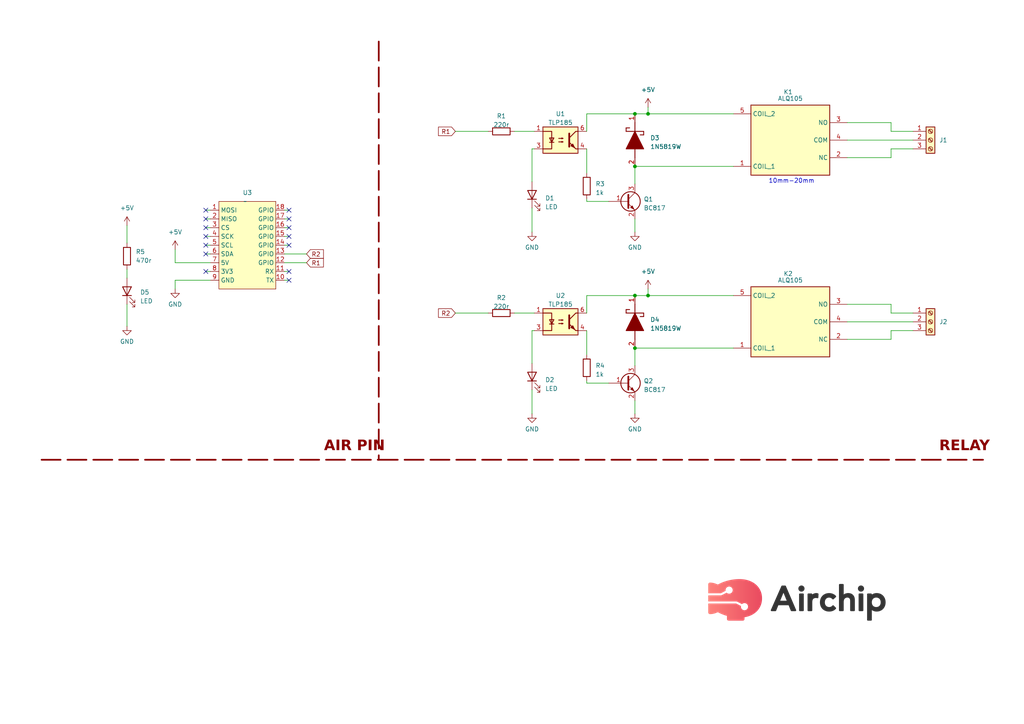
<source format=kicad_sch>
(kicad_sch (version 20230121) (generator eeschema)

  (uuid 2a9d69ba-0ce3-41f2-a40c-09639018e1ca)

  (paper "A4")

  (lib_symbols
    (symbol "1N5819W:1N5819W" (pin_names hide) (in_bom yes) (on_board yes)
      (property "Reference" "D" (at 12.7 8.89 0)
        (effects (font (size 1.27 1.27)) (justify left top))
      )
      (property "Value" "1N5819W" (at 12.7 6.35 0)
        (effects (font (size 1.27 1.27)) (justify left top))
      )
      (property "Footprint" "SODFL3618X110N" (at 12.7 -93.65 0)
        (effects (font (size 1.27 1.27)) (justify left top) hide)
      )
      (property "Datasheet" "https://datasheet.lcsc.com/szlcsc/Shandong-Jingdao-Microelectronics-1N5819W_C169540.pdf" (at 12.7 -193.65 0)
        (effects (font (size 1.27 1.27)) (justify left top) hide)
      )
      (property "Height" "1.1" (at 12.7 -393.65 0)
        (effects (font (size 1.27 1.27)) (justify left top) hide)
      )
      (property "Manufacturer_Name" "Shandong Jingdao Microelectronics" (at 12.7 -493.65 0)
        (effects (font (size 1.27 1.27)) (justify left top) hide)
      )
      (property "Manufacturer_Part_Number" "1N5819W" (at 12.7 -593.65 0)
        (effects (font (size 1.27 1.27)) (justify left top) hide)
      )
      (property "Mouser Part Number" "" (at 12.7 -693.65 0)
        (effects (font (size 1.27 1.27)) (justify left top) hide)
      )
      (property "Mouser Price/Stock" "" (at 12.7 -793.65 0)
        (effects (font (size 1.27 1.27)) (justify left top) hide)
      )
      (property "Arrow Part Number" "" (at 12.7 -893.65 0)
        (effects (font (size 1.27 1.27)) (justify left top) hide)
      )
      (property "Arrow Price/Stock" "" (at 12.7 -993.65 0)
        (effects (font (size 1.27 1.27)) (justify left top) hide)
      )
      (property "ki_description" "40V 1A 900mV @ 3A 40V 1A 900mV @ 3A SOD-123 Schottky Barrier Diodes (SBD)" (at 0 0 0)
        (effects (font (size 1.27 1.27)) hide)
      )
      (symbol "1N5819W_1_1"
        (polyline
          (pts
            (xy 5.08 0)
            (xy 7.62 0)
          )
          (stroke (width 0.254) (type default))
          (fill (type none))
        )
        (polyline
          (pts
            (xy 6.604 -1.524)
            (xy 6.604 -2.54)
          )
          (stroke (width 0.254) (type default))
          (fill (type none))
        )
        (polyline
          (pts
            (xy 7.62 -2.54)
            (xy 6.604 -2.54)
          )
          (stroke (width 0.254) (type default))
          (fill (type none))
        )
        (polyline
          (pts
            (xy 7.62 2.54)
            (xy 7.62 -2.54)
          )
          (stroke (width 0.254) (type default))
          (fill (type none))
        )
        (polyline
          (pts
            (xy 7.62 2.54)
            (xy 8.636 2.54)
          )
          (stroke (width 0.254) (type default))
          (fill (type none))
        )
        (polyline
          (pts
            (xy 8.636 1.524)
            (xy 8.636 2.54)
          )
          (stroke (width 0.254) (type default))
          (fill (type none))
        )
        (polyline
          (pts
            (xy 12.7 0)
            (xy 15.24 0)
          )
          (stroke (width 0.254) (type default))
          (fill (type none))
        )
        (polyline
          (pts
            (xy 7.62 0)
            (xy 12.7 2.54)
            (xy 12.7 -2.54)
            (xy 7.62 0)
          )
          (stroke (width 0.254) (type default))
          (fill (type outline))
        )
        (pin passive line (at 2.54 0 0) (length 2.54)
          (name "K" (effects (font (size 1.27 1.27))))
          (number "1" (effects (font (size 1.27 1.27))))
        )
        (pin passive line (at 17.78 0 180) (length 2.54)
          (name "A" (effects (font (size 1.27 1.27))))
          (number "2" (effects (font (size 1.27 1.27))))
        )
      )
    )
    (symbol "ALQ105:ALQ105" (in_bom yes) (on_board yes)
      (property "Reference" "K1" (at 15.875 12.065 0)
        (effects (font (size 1.27 1.27)))
      )
      (property "Value" "ALQ105" (at 16.51 10.16 0)
        (effects (font (size 1.27 1.27)))
      )
      (property "Footprint" "ALQ105" (at 29.21 -94.92 0)
        (effects (font (size 1.27 1.27)) (justify left top) hide)
      )
      (property "Datasheet" "https://na.industrial.panasonic.com/products/relays/mechanical-power-relays/general/series/lq-relays/2635/model/ALQ105" (at 29.21 -194.92 0)
        (effects (font (size 1.27 1.27)) (justify left top) hide)
      )
      (property "Height" "15" (at 29.21 -394.92 0)
        (effects (font (size 1.27 1.27)) (justify left top) hide)
      )
      (property "Mouser Part Number" "769-ALQ105" (at 29.21 -494.92 0)
        (effects (font (size 1.27 1.27)) (justify left top) hide)
      )
      (property "Mouser Price/Stock" "https://www.mouser.co.uk/ProductDetail/Panasonic-Industrial-Devices/ALQ105?qs=kkkG%2F8HgOiLTrZ6QoQqhfg%3D%3D" (at 29.21 -594.92 0)
        (effects (font (size 1.27 1.27)) (justify left top) hide)
      )
      (property "Manufacturer_Name" "Panasonic" (at 29.21 -694.92 0)
        (effects (font (size 1.27 1.27)) (justify left top) hide)
      )
      (property "Manufacturer_Part_Number" "ALQ105" (at 29.21 -794.92 0)
        (effects (font (size 1.27 1.27)) (justify left top) hide)
      )
      (property "ki_description" "SPDT PCB Mount Non-Latching Relay 10 A, 5V dc" (at 0 0 0)
        (effects (font (size 1.27 1.27)) hide)
      )
      (symbol "ALQ105_1_1"
        (rectangle (start 5.08 8.255) (end 27.94 -12.065)
          (stroke (width 0.254) (type default))
          (fill (type background))
        )
        (pin passive line (at 0 -9.525 0) (length 5.08)
          (name "COIL_1" (effects (font (size 1.27 1.27))))
          (number "1" (effects (font (size 1.27 1.27))))
        )
        (pin passive line (at 33.02 -6.985 180) (length 5.08)
          (name "NC" (effects (font (size 1.27 1.27))))
          (number "2" (effects (font (size 1.27 1.27))))
        )
        (pin passive line (at 33.02 3.175 180) (length 5.08)
          (name "NO" (effects (font (size 1.27 1.27))))
          (number "3" (effects (font (size 1.27 1.27))))
        )
        (pin passive line (at 33.02 -1.905 180) (length 5.08)
          (name "COM" (effects (font (size 1.27 1.27))))
          (number "4" (effects (font (size 1.27 1.27))))
        )
        (pin passive line (at 0 5.715 0) (length 5.08)
          (name "COIL_2" (effects (font (size 1.27 1.27))))
          (number "5" (effects (font (size 1.27 1.27))))
        )
      )
    )
    (symbol "Connector:Screw_Terminal_01x03" (pin_names (offset 1.016) hide) (in_bom yes) (on_board yes)
      (property "Reference" "J" (at 0 5.08 0)
        (effects (font (size 1.27 1.27)))
      )
      (property "Value" "Screw_Terminal_01x03" (at 0 -5.08 0)
        (effects (font (size 1.27 1.27)))
      )
      (property "Footprint" "" (at 0 0 0)
        (effects (font (size 1.27 1.27)) hide)
      )
      (property "Datasheet" "~" (at 0 0 0)
        (effects (font (size 1.27 1.27)) hide)
      )
      (property "ki_keywords" "screw terminal" (at 0 0 0)
        (effects (font (size 1.27 1.27)) hide)
      )
      (property "ki_description" "Generic screw terminal, single row, 01x03, script generated (kicad-library-utils/schlib/autogen/connector/)" (at 0 0 0)
        (effects (font (size 1.27 1.27)) hide)
      )
      (property "ki_fp_filters" "TerminalBlock*:*" (at 0 0 0)
        (effects (font (size 1.27 1.27)) hide)
      )
      (symbol "Screw_Terminal_01x03_1_1"
        (rectangle (start -1.27 3.81) (end 1.27 -3.81)
          (stroke (width 0.254) (type default))
          (fill (type background))
        )
        (circle (center 0 -2.54) (radius 0.635)
          (stroke (width 0.1524) (type default))
          (fill (type none))
        )
        (polyline
          (pts
            (xy -0.5334 -2.2098)
            (xy 0.3302 -3.048)
          )
          (stroke (width 0.1524) (type default))
          (fill (type none))
        )
        (polyline
          (pts
            (xy -0.5334 0.3302)
            (xy 0.3302 -0.508)
          )
          (stroke (width 0.1524) (type default))
          (fill (type none))
        )
        (polyline
          (pts
            (xy -0.5334 2.8702)
            (xy 0.3302 2.032)
          )
          (stroke (width 0.1524) (type default))
          (fill (type none))
        )
        (polyline
          (pts
            (xy -0.3556 -2.032)
            (xy 0.508 -2.8702)
          )
          (stroke (width 0.1524) (type default))
          (fill (type none))
        )
        (polyline
          (pts
            (xy -0.3556 0.508)
            (xy 0.508 -0.3302)
          )
          (stroke (width 0.1524) (type default))
          (fill (type none))
        )
        (polyline
          (pts
            (xy -0.3556 3.048)
            (xy 0.508 2.2098)
          )
          (stroke (width 0.1524) (type default))
          (fill (type none))
        )
        (circle (center 0 0) (radius 0.635)
          (stroke (width 0.1524) (type default))
          (fill (type none))
        )
        (circle (center 0 2.54) (radius 0.635)
          (stroke (width 0.1524) (type default))
          (fill (type none))
        )
        (pin passive line (at -5.08 2.54 0) (length 3.81)
          (name "Pin_1" (effects (font (size 1.27 1.27))))
          (number "1" (effects (font (size 1.27 1.27))))
        )
        (pin passive line (at -5.08 0 0) (length 3.81)
          (name "Pin_2" (effects (font (size 1.27 1.27))))
          (number "2" (effects (font (size 1.27 1.27))))
        )
        (pin passive line (at -5.08 -2.54 0) (length 3.81)
          (name "Pin_3" (effects (font (size 1.27 1.27))))
          (number "3" (effects (font (size 1.27 1.27))))
        )
      )
    )
    (symbol "Device:LED" (pin_numbers hide) (pin_names (offset 1.016) hide) (in_bom yes) (on_board yes)
      (property "Reference" "D" (at 0 2.54 0)
        (effects (font (size 1.27 1.27)))
      )
      (property "Value" "LED" (at 0 -2.54 0)
        (effects (font (size 1.27 1.27)))
      )
      (property "Footprint" "" (at 0 0 0)
        (effects (font (size 1.27 1.27)) hide)
      )
      (property "Datasheet" "~" (at 0 0 0)
        (effects (font (size 1.27 1.27)) hide)
      )
      (property "ki_keywords" "LED diode" (at 0 0 0)
        (effects (font (size 1.27 1.27)) hide)
      )
      (property "ki_description" "Light emitting diode" (at 0 0 0)
        (effects (font (size 1.27 1.27)) hide)
      )
      (property "ki_fp_filters" "LED* LED_SMD:* LED_THT:*" (at 0 0 0)
        (effects (font (size 1.27 1.27)) hide)
      )
      (symbol "LED_0_1"
        (polyline
          (pts
            (xy -1.27 -1.27)
            (xy -1.27 1.27)
          )
          (stroke (width 0.254) (type default))
          (fill (type none))
        )
        (polyline
          (pts
            (xy -1.27 0)
            (xy 1.27 0)
          )
          (stroke (width 0) (type default))
          (fill (type none))
        )
        (polyline
          (pts
            (xy 1.27 -1.27)
            (xy 1.27 1.27)
            (xy -1.27 0)
            (xy 1.27 -1.27)
          )
          (stroke (width 0.254) (type default))
          (fill (type none))
        )
        (polyline
          (pts
            (xy -3.048 -0.762)
            (xy -4.572 -2.286)
            (xy -3.81 -2.286)
            (xy -4.572 -2.286)
            (xy -4.572 -1.524)
          )
          (stroke (width 0) (type default))
          (fill (type none))
        )
        (polyline
          (pts
            (xy -1.778 -0.762)
            (xy -3.302 -2.286)
            (xy -2.54 -2.286)
            (xy -3.302 -2.286)
            (xy -3.302 -1.524)
          )
          (stroke (width 0) (type default))
          (fill (type none))
        )
      )
      (symbol "LED_1_1"
        (pin passive line (at -3.81 0 0) (length 2.54)
          (name "K" (effects (font (size 1.27 1.27))))
          (number "1" (effects (font (size 1.27 1.27))))
        )
        (pin passive line (at 3.81 0 180) (length 2.54)
          (name "A" (effects (font (size 1.27 1.27))))
          (number "2" (effects (font (size 1.27 1.27))))
        )
      )
    )
    (symbol "Device:R" (pin_numbers hide) (pin_names (offset 0)) (in_bom yes) (on_board yes)
      (property "Reference" "R" (at 2.032 0 90)
        (effects (font (size 1.27 1.27)))
      )
      (property "Value" "R" (at 0 0 90)
        (effects (font (size 1.27 1.27)))
      )
      (property "Footprint" "" (at -1.778 0 90)
        (effects (font (size 1.27 1.27)) hide)
      )
      (property "Datasheet" "~" (at 0 0 0)
        (effects (font (size 1.27 1.27)) hide)
      )
      (property "ki_keywords" "R res resistor" (at 0 0 0)
        (effects (font (size 1.27 1.27)) hide)
      )
      (property "ki_description" "Resistor" (at 0 0 0)
        (effects (font (size 1.27 1.27)) hide)
      )
      (property "ki_fp_filters" "R_*" (at 0 0 0)
        (effects (font (size 1.27 1.27)) hide)
      )
      (symbol "R_0_1"
        (rectangle (start -1.016 -2.54) (end 1.016 2.54)
          (stroke (width 0.254) (type default))
          (fill (type none))
        )
      )
      (symbol "R_1_1"
        (pin passive line (at 0 3.81 270) (length 1.27)
          (name "~" (effects (font (size 1.27 1.27))))
          (number "1" (effects (font (size 1.27 1.27))))
        )
        (pin passive line (at 0 -3.81 90) (length 1.27)
          (name "~" (effects (font (size 1.27 1.27))))
          (number "2" (effects (font (size 1.27 1.27))))
        )
      )
    )
    (symbol "Isolator:TLP185" (in_bom yes) (on_board yes)
      (property "Reference" "U" (at -5.08 5.08 0)
        (effects (font (size 1.27 1.27)) (justify left))
      )
      (property "Value" "TLP185" (at -5.08 -5.08 0)
        (effects (font (size 1.27 1.27)) (justify left))
      )
      (property "Footprint" "Package_SO:SOIC-4_4.55x3.7mm_P2.54mm" (at 0 -7.62 0)
        (effects (font (size 1.27 1.27) italic) hide)
      )
      (property "Datasheet" "https://toshiba.semicon-storage.com/info/docget.jsp?did=11791&prodName=TLP185" (at 0 0 0)
        (effects (font (size 1.27 1.27)) (justify left) hide)
      )
      (property "ki_keywords" "NPN DC Optocoupler" (at 0 0 0)
        (effects (font (size 1.27 1.27)) hide)
      )
      (property "ki_description" "DC Optocoupler, Vce 80V, CTR 50-100%, MFSOP6" (at 0 0 0)
        (effects (font (size 1.27 1.27)) hide)
      )
      (property "ki_fp_filters" "SOIC*4.55x3.7mm*P2.54mm*" (at 0 0 0)
        (effects (font (size 1.27 1.27)) hide)
      )
      (symbol "TLP185_0_1"
        (rectangle (start -5.08 3.81) (end 5.08 -3.81)
          (stroke (width 0.254) (type default))
          (fill (type background))
        )
        (polyline
          (pts
            (xy -3.175 -0.635)
            (xy -1.905 -0.635)
          )
          (stroke (width 0.254) (type default))
          (fill (type none))
        )
        (polyline
          (pts
            (xy 2.54 1.905)
            (xy 2.54 -1.905)
            (xy 2.54 -1.905)
          )
          (stroke (width 0.508) (type default))
          (fill (type none))
        )
        (polyline
          (pts
            (xy 5.08 -2.54)
            (xy 4.445 -2.54)
            (xy 2.54 -0.635)
          )
          (stroke (width 0.254) (type default))
          (fill (type none))
        )
        (polyline
          (pts
            (xy 5.08 2.54)
            (xy 4.445 2.54)
            (xy 2.54 0.635)
          )
          (stroke (width 0.254) (type default))
          (fill (type none))
        )
        (polyline
          (pts
            (xy -5.08 -2.54)
            (xy -2.54 -2.54)
            (xy -2.54 2.54)
            (xy -5.08 2.54)
          )
          (stroke (width 0.254) (type default))
          (fill (type none))
        )
        (polyline
          (pts
            (xy -2.54 -0.635)
            (xy -3.175 0.635)
            (xy -1.905 0.635)
            (xy -2.54 -0.635)
          )
          (stroke (width 0.254) (type default))
          (fill (type none))
        )
        (polyline
          (pts
            (xy -0.508 -0.508)
            (xy 0.762 -0.508)
            (xy 0.381 -0.635)
            (xy 0.381 -0.381)
            (xy 0.762 -0.508)
          )
          (stroke (width 0.254) (type default))
          (fill (type none))
        )
        (polyline
          (pts
            (xy -0.508 0.508)
            (xy 0.762 0.508)
            (xy 0.381 0.381)
            (xy 0.381 0.635)
            (xy 0.762 0.508)
          )
          (stroke (width 0.254) (type default))
          (fill (type none))
        )
        (polyline
          (pts
            (xy 3.048 -1.651)
            (xy 3.556 -1.143)
            (xy 4.064 -2.159)
            (xy 3.048 -1.651)
            (xy 3.048 -1.651)
          )
          (stroke (width 0.254) (type default))
          (fill (type outline))
        )
      )
      (symbol "TLP185_1_1"
        (pin passive line (at -7.62 2.54 0) (length 2.54)
          (name "~" (effects (font (size 1.27 1.27))))
          (number "1" (effects (font (size 1.27 1.27))))
        )
        (pin passive line (at -7.62 -2.54 0) (length 2.54)
          (name "~" (effects (font (size 1.27 1.27))))
          (number "3" (effects (font (size 1.27 1.27))))
        )
        (pin passive line (at 7.62 -2.54 180) (length 2.54)
          (name "~" (effects (font (size 1.27 1.27))))
          (number "4" (effects (font (size 1.27 1.27))))
        )
        (pin passive line (at 7.62 2.54 180) (length 2.54)
          (name "~" (effects (font (size 1.27 1.27))))
          (number "6" (effects (font (size 1.27 1.27))))
        )
      )
    )
    (symbol "Transistor_BJT:BC817" (pin_names (offset 0) hide) (in_bom yes) (on_board yes)
      (property "Reference" "Q" (at 5.08 1.905 0)
        (effects (font (size 1.27 1.27)) (justify left))
      )
      (property "Value" "BC817" (at 5.08 0 0)
        (effects (font (size 1.27 1.27)) (justify left))
      )
      (property "Footprint" "Package_TO_SOT_SMD:SOT-23" (at 5.08 -1.905 0)
        (effects (font (size 1.27 1.27) italic) (justify left) hide)
      )
      (property "Datasheet" "https://www.onsemi.com/pub/Collateral/BC818-D.pdf" (at 0 0 0)
        (effects (font (size 1.27 1.27)) (justify left) hide)
      )
      (property "ki_keywords" "NPN Transistor" (at 0 0 0)
        (effects (font (size 1.27 1.27)) hide)
      )
      (property "ki_description" "0.8A Ic, 45V Vce, NPN Transistor, SOT-23" (at 0 0 0)
        (effects (font (size 1.27 1.27)) hide)
      )
      (property "ki_fp_filters" "SOT?23*" (at 0 0 0)
        (effects (font (size 1.27 1.27)) hide)
      )
      (symbol "BC817_0_1"
        (polyline
          (pts
            (xy 0.635 0.635)
            (xy 2.54 2.54)
          )
          (stroke (width 0) (type default))
          (fill (type none))
        )
        (polyline
          (pts
            (xy 0.635 -0.635)
            (xy 2.54 -2.54)
            (xy 2.54 -2.54)
          )
          (stroke (width 0) (type default))
          (fill (type none))
        )
        (polyline
          (pts
            (xy 0.635 1.905)
            (xy 0.635 -1.905)
            (xy 0.635 -1.905)
          )
          (stroke (width 0.508) (type default))
          (fill (type none))
        )
        (polyline
          (pts
            (xy 1.27 -1.778)
            (xy 1.778 -1.27)
            (xy 2.286 -2.286)
            (xy 1.27 -1.778)
            (xy 1.27 -1.778)
          )
          (stroke (width 0) (type default))
          (fill (type outline))
        )
        (circle (center 1.27 0) (radius 2.8194)
          (stroke (width 0.254) (type default))
          (fill (type none))
        )
      )
      (symbol "BC817_1_1"
        (pin input line (at -5.08 0 0) (length 5.715)
          (name "B" (effects (font (size 1.27 1.27))))
          (number "1" (effects (font (size 1.27 1.27))))
        )
        (pin passive line (at 2.54 -5.08 90) (length 2.54)
          (name "E" (effects (font (size 1.27 1.27))))
          (number "2" (effects (font (size 1.27 1.27))))
        )
        (pin passive line (at 2.54 5.08 270) (length 2.54)
          (name "C" (effects (font (size 1.27 1.27))))
          (number "3" (effects (font (size 1.27 1.27))))
        )
      )
    )
    (symbol "air_modül:air_module" (in_bom yes) (on_board yes)
      (property "Reference" "U" (at 0 1.27 0)
        (effects (font (size 1.27 1.27)))
      )
      (property "Value" "" (at 0 0 0)
        (effects (font (size 1.27 1.27)))
      )
      (property "Footprint" "" (at 0 0 0)
        (effects (font (size 1.27 1.27)) hide)
      )
      (property "Datasheet" "" (at 0 0 0)
        (effects (font (size 1.27 1.27)) hide)
      )
      (symbol "air_module_1_1"
        (rectangle (start -7.62 0) (end 8.89 -25.4)
          (stroke (width 0) (type default))
          (fill (type background))
        )
        (pin input line (at -10.16 -2.54 0) (length 2.54)
          (name "MOSI" (effects (font (size 1.27 1.27))))
          (number "1" (effects (font (size 1.27 1.27))))
        )
        (pin input line (at 11.43 -22.86 180) (length 2.54)
          (name "TX" (effects (font (size 1.27 1.27))))
          (number "10" (effects (font (size 1.27 1.27))))
        )
        (pin input line (at 11.43 -20.32 180) (length 2.54)
          (name "RX" (effects (font (size 1.27 1.27))))
          (number "11" (effects (font (size 1.27 1.27))))
        )
        (pin input line (at 11.43 -17.78 180) (length 2.54)
          (name "GPIO" (effects (font (size 1.27 1.27))))
          (number "12" (effects (font (size 1.27 1.27))))
        )
        (pin input line (at 11.43 -15.24 180) (length 2.54)
          (name "GPIO" (effects (font (size 1.27 1.27))))
          (number "13" (effects (font (size 1.27 1.27))))
        )
        (pin input line (at 11.43 -12.7 180) (length 2.54)
          (name "GPIO" (effects (font (size 1.27 1.27))))
          (number "14" (effects (font (size 1.27 1.27))))
        )
        (pin input line (at 11.43 -10.16 180) (length 2.54)
          (name "GPIO" (effects (font (size 1.27 1.27))))
          (number "15" (effects (font (size 1.27 1.27))))
        )
        (pin input line (at 11.43 -7.62 180) (length 2.54)
          (name "GPIO" (effects (font (size 1.27 1.27))))
          (number "16" (effects (font (size 1.27 1.27))))
        )
        (pin input line (at 11.43 -5.08 180) (length 2.54)
          (name "GPIO" (effects (font (size 1.27 1.27))))
          (number "17" (effects (font (size 1.27 1.27))))
        )
        (pin input line (at 11.43 -2.54 180) (length 2.54)
          (name "GPIO" (effects (font (size 1.27 1.27))))
          (number "18" (effects (font (size 1.27 1.27))))
        )
        (pin input line (at -10.16 -5.08 0) (length 2.54)
          (name "MISO" (effects (font (size 1.27 1.27))))
          (number "2" (effects (font (size 1.27 1.27))))
        )
        (pin input line (at -10.16 -7.62 0) (length 2.54)
          (name "CS" (effects (font (size 1.27 1.27))))
          (number "3" (effects (font (size 1.27 1.27))))
        )
        (pin input line (at -10.16 -10.16 0) (length 2.54)
          (name "SCK" (effects (font (size 1.27 1.27))))
          (number "4" (effects (font (size 1.27 1.27))))
        )
        (pin input line (at -10.16 -12.7 0) (length 2.54)
          (name "SCL" (effects (font (size 1.27 1.27))))
          (number "5" (effects (font (size 1.27 1.27))))
        )
        (pin input line (at -10.16 -15.24 0) (length 2.54)
          (name "SDA" (effects (font (size 1.27 1.27))))
          (number "6" (effects (font (size 1.27 1.27))))
        )
        (pin input line (at -10.16 -17.78 0) (length 2.54)
          (name "5V" (effects (font (size 1.27 1.27))))
          (number "7" (effects (font (size 1.27 1.27))))
        )
        (pin input line (at -10.16 -20.32 0) (length 2.54)
          (name "3V3" (effects (font (size 1.27 1.27))))
          (number "8" (effects (font (size 1.27 1.27))))
        )
        (pin input line (at -10.16 -22.86 0) (length 2.54)
          (name "GND" (effects (font (size 1.27 1.27))))
          (number "9" (effects (font (size 1.27 1.27))))
        )
      )
    )
    (symbol "power:+5V" (power) (pin_names (offset 0)) (in_bom yes) (on_board yes)
      (property "Reference" "#PWR" (at 0 -3.81 0)
        (effects (font (size 1.27 1.27)) hide)
      )
      (property "Value" "+5V" (at 0 3.556 0)
        (effects (font (size 1.27 1.27)))
      )
      (property "Footprint" "" (at 0 0 0)
        (effects (font (size 1.27 1.27)) hide)
      )
      (property "Datasheet" "" (at 0 0 0)
        (effects (font (size 1.27 1.27)) hide)
      )
      (property "ki_keywords" "global power" (at 0 0 0)
        (effects (font (size 1.27 1.27)) hide)
      )
      (property "ki_description" "Power symbol creates a global label with name \"+5V\"" (at 0 0 0)
        (effects (font (size 1.27 1.27)) hide)
      )
      (symbol "+5V_0_1"
        (polyline
          (pts
            (xy -0.762 1.27)
            (xy 0 2.54)
          )
          (stroke (width 0) (type default))
          (fill (type none))
        )
        (polyline
          (pts
            (xy 0 0)
            (xy 0 2.54)
          )
          (stroke (width 0) (type default))
          (fill (type none))
        )
        (polyline
          (pts
            (xy 0 2.54)
            (xy 0.762 1.27)
          )
          (stroke (width 0) (type default))
          (fill (type none))
        )
      )
      (symbol "+5V_1_1"
        (pin power_in line (at 0 0 90) (length 0) hide
          (name "+5V" (effects (font (size 1.27 1.27))))
          (number "1" (effects (font (size 1.27 1.27))))
        )
      )
    )
    (symbol "power:GND" (power) (pin_names (offset 0)) (in_bom yes) (on_board yes)
      (property "Reference" "#PWR" (at 0 -6.35 0)
        (effects (font (size 1.27 1.27)) hide)
      )
      (property "Value" "GND" (at 0 -3.81 0)
        (effects (font (size 1.27 1.27)))
      )
      (property "Footprint" "" (at 0 0 0)
        (effects (font (size 1.27 1.27)) hide)
      )
      (property "Datasheet" "" (at 0 0 0)
        (effects (font (size 1.27 1.27)) hide)
      )
      (property "ki_keywords" "power-flag" (at 0 0 0)
        (effects (font (size 1.27 1.27)) hide)
      )
      (property "ki_description" "Power symbol creates a global label with name \"GND\" , ground" (at 0 0 0)
        (effects (font (size 1.27 1.27)) hide)
      )
      (symbol "GND_0_1"
        (polyline
          (pts
            (xy 0 0)
            (xy 0 -1.27)
            (xy 1.27 -1.27)
            (xy 0 -2.54)
            (xy -1.27 -1.27)
            (xy 0 -1.27)
          )
          (stroke (width 0) (type default))
          (fill (type none))
        )
      )
      (symbol "GND_1_1"
        (pin power_in line (at 0 0 270) (length 0) hide
          (name "GND" (effects (font (size 1.27 1.27))))
          (number "1" (effects (font (size 1.27 1.27))))
        )
      )
    )
  )

  (junction (at 184.15 48.26) (diameter 0) (color 0 0 0 0)
    (uuid 2606d8ae-fe30-438c-b4ad-80187683c243)
  )
  (junction (at 187.96 85.725) (diameter 0) (color 0 0 0 0)
    (uuid 44bac02b-7b82-475e-ab67-be745c191d36)
  )
  (junction (at 187.96 33.02) (diameter 0) (color 0 0 0 0)
    (uuid 73db86e2-aeb7-4f74-95bd-70a78675df70)
  )
  (junction (at 184.15 85.725) (diameter 0) (color 0 0 0 0)
    (uuid a05938a9-47c3-42b5-a1fe-907352f9ad89)
  )
  (junction (at 184.15 100.965) (diameter 0) (color 0 0 0 0)
    (uuid f4a59dcd-8bc1-4aa8-ba8b-ff208bf00da9)
  )
  (junction (at 184.15 33.02) (diameter 0) (color 0 0 0 0)
    (uuid fcd3dd61-c0ca-4458-ac07-c320c7de2238)
  )

  (no_connect (at 59.69 68.58) (uuid 06fee122-d659-4a79-8c23-b1eff35a5cdb))
  (no_connect (at 59.69 60.96) (uuid 0c71eca4-18c8-41e8-8434-683ab74c3383))
  (no_connect (at 59.69 73.66) (uuid 4e694d1a-82c7-459e-9dba-fd568b46ec7e))
  (no_connect (at 83.82 71.12) (uuid 5c11c5af-9540-45d6-a0b6-68325d8cc8bc))
  (no_connect (at 83.82 81.28) (uuid 5d748d63-06ac-465e-9d85-13226db0598a))
  (no_connect (at 59.69 66.04) (uuid 9b591d6e-d6d7-4b5a-9754-e13a9c5ac88f))
  (no_connect (at 83.82 63.5) (uuid a9a942a0-3a35-43f1-b1a8-c32c47f9ad29))
  (no_connect (at 59.69 71.12) (uuid b06dc065-1643-4548-b242-7e5c9b064b90))
  (no_connect (at 83.82 66.04) (uuid b3cafff3-da3a-49aa-abc5-f9fb1a80425a))
  (no_connect (at 83.82 60.96) (uuid caae9973-8f6b-44c5-b6ca-1c622e0179ee))
  (no_connect (at 83.82 68.58) (uuid cc06ba69-16d6-473d-8f9f-0f340923333d))
  (no_connect (at 83.82 78.74) (uuid d5950c35-81e2-4713-acd6-d6e4b03c3787))
  (no_connect (at 59.69 78.74) (uuid d63e40f6-dd30-4263-8bb5-74ee0a3c0128))
  (no_connect (at 59.69 63.5) (uuid ee544d63-19c6-4f2a-a72a-4ba6fd5138f1))

  (wire (pts (xy 50.8 72.39) (xy 50.8 76.2))
    (stroke (width 0) (type default))
    (uuid 00bce912-7ab0-49f8-8f5d-46de5b385252)
  )
  (wire (pts (xy 187.96 85.725) (xy 212.725 85.725))
    (stroke (width 0) (type default))
    (uuid 06634666-35f2-4676-b0cf-d837dfd7fa74)
  )
  (wire (pts (xy 132.08 38.1) (xy 141.605 38.1))
    (stroke (width 0) (type default))
    (uuid 0a981d26-72a6-4bd9-85d2-bd9d5b9ad87f)
  )
  (wire (pts (xy 154.305 95.885) (xy 154.94 95.885))
    (stroke (width 0) (type default))
    (uuid 0d0ab84a-753f-4015-a609-6e9d9caeecb0)
  )
  (wire (pts (xy 83.82 60.96) (xy 82.55 60.96))
    (stroke (width 0) (type default))
    (uuid 14ee7d46-5b76-40a1-8bfb-40fcf38668de)
  )
  (wire (pts (xy 264.795 90.805) (xy 258.445 90.805))
    (stroke (width 0) (type default))
    (uuid 24b120aa-9002-466a-9f2c-08fa222261a9)
  )
  (wire (pts (xy 170.18 85.725) (xy 184.15 85.725))
    (stroke (width 0) (type default))
    (uuid 285115c7-8c4d-4d9e-8fc5-657f1a207f76)
  )
  (wire (pts (xy 184.15 120.015) (xy 184.15 116.205))
    (stroke (width 0) (type default))
    (uuid 326d3e59-2dbe-448c-bef9-79b9683c0845)
  )
  (wire (pts (xy 59.69 63.5) (xy 60.96 63.5))
    (stroke (width 0) (type default))
    (uuid 33f7a4e6-389a-4c2d-8e37-c4824d5dca2c)
  )
  (wire (pts (xy 184.15 100.965) (xy 212.725 100.965))
    (stroke (width 0) (type default))
    (uuid 36063011-4291-4241-823e-72afea8d04f6)
  )
  (wire (pts (xy 59.69 78.74) (xy 60.96 78.74))
    (stroke (width 0) (type default))
    (uuid 3dac71f5-84b2-4c53-9814-97584e125a80)
  )
  (wire (pts (xy 154.305 52.705) (xy 154.305 43.18))
    (stroke (width 0) (type default))
    (uuid 419063f5-5a79-4649-9a3a-91eb881109de)
  )
  (wire (pts (xy 245.745 93.345) (xy 264.795 93.345))
    (stroke (width 0) (type default))
    (uuid 48d65338-5419-4f34-ac76-7d45ff1490ea)
  )
  (wire (pts (xy 59.69 68.58) (xy 60.96 68.58))
    (stroke (width 0) (type default))
    (uuid 4928cacc-0651-4c51-8242-f83098a2de6f)
  )
  (wire (pts (xy 258.445 38.1) (xy 258.445 35.56))
    (stroke (width 0) (type default))
    (uuid 49c8233d-b584-4ef1-bdda-40b71b1f50b7)
  )
  (wire (pts (xy 187.96 31.115) (xy 187.96 33.02))
    (stroke (width 0) (type default))
    (uuid 4b7e2f94-8f48-4335-8595-2611b6449c05)
  )
  (wire (pts (xy 149.225 90.805) (xy 154.94 90.805))
    (stroke (width 0) (type default))
    (uuid 4f931e48-b7f7-4090-ac0a-9edada70dd02)
  )
  (wire (pts (xy 258.445 90.805) (xy 258.445 88.265))
    (stroke (width 0) (type default))
    (uuid 506ac588-f035-4154-84c2-1ef6e6746155)
  )
  (wire (pts (xy 83.82 71.12) (xy 82.55 71.12))
    (stroke (width 0) (type default))
    (uuid 50bc4c81-dcea-4a6d-852a-8d210313604c)
  )
  (wire (pts (xy 184.15 85.725) (xy 187.96 85.725))
    (stroke (width 0) (type default))
    (uuid 52490e66-bde1-4503-91ea-3921b61b0c7c)
  )
  (wire (pts (xy 170.18 33.02) (xy 170.18 38.1))
    (stroke (width 0) (type default))
    (uuid 598f146c-cb10-4edb-8570-6b5999107570)
  )
  (wire (pts (xy 258.445 98.425) (xy 245.745 98.425))
    (stroke (width 0) (type default))
    (uuid 5aa36536-129e-4ea6-a321-2d3d80be9bc6)
  )
  (wire (pts (xy 154.305 43.18) (xy 154.94 43.18))
    (stroke (width 0) (type default))
    (uuid 5cde151c-a0e8-4e0e-843e-c0452d204f78)
  )
  (wire (pts (xy 258.445 45.72) (xy 245.745 45.72))
    (stroke (width 0) (type default))
    (uuid 6d7774f1-b9dc-492a-8229-db77e09f31ab)
  )
  (wire (pts (xy 83.82 78.74) (xy 82.55 78.74))
    (stroke (width 0) (type default))
    (uuid 7106003b-0ff4-4e76-95ec-146d3f7c8260)
  )
  (wire (pts (xy 170.18 57.785) (xy 170.18 58.42))
    (stroke (width 0) (type default))
    (uuid 79289c3f-1a7a-4761-8131-bc737ae30e8d)
  )
  (wire (pts (xy 132.08 90.805) (xy 141.605 90.805))
    (stroke (width 0) (type default))
    (uuid 7ece9e72-68ba-4165-b356-fc0f88836c03)
  )
  (wire (pts (xy 82.55 76.2) (xy 88.9 76.2))
    (stroke (width 0) (type default))
    (uuid 7fafd8ab-6a12-409d-9f22-4a6922ece0cf)
  )
  (polyline (pts (xy 109.855 12.065) (xy 109.855 133.35))
    (stroke (width 0.5) (type dash) (color 132 0 0 1))
    (uuid 84761c5c-ea07-449f-99b6-3ff8619d51d0)
  )

  (wire (pts (xy 154.305 120.015) (xy 154.305 113.03))
    (stroke (width 0) (type default))
    (uuid 8752ac44-b878-46ab-b93a-0537ee5346b9)
  )
  (wire (pts (xy 59.69 66.04) (xy 60.96 66.04))
    (stroke (width 0) (type default))
    (uuid 89d2d799-c1f0-4501-8e06-b092c87956d5)
  )
  (polyline (pts (xy 109.855 133.35) (xy 285.115 133.35))
    (stroke (width 0.5) (type dash) (color 132 0 0 1))
    (uuid 8aa7b83a-d8e8-483f-96c8-28a9b0ef59cb)
  )

  (wire (pts (xy 187.96 33.02) (xy 212.725 33.02))
    (stroke (width 0) (type default))
    (uuid 9088f847-3056-4432-ac02-5cfb7581bd34)
  )
  (wire (pts (xy 264.795 43.18) (xy 258.445 43.18))
    (stroke (width 0) (type default))
    (uuid 912809ee-c8d9-4a62-bdd4-675aeb95bc73)
  )
  (wire (pts (xy 170.18 43.18) (xy 170.18 50.165))
    (stroke (width 0) (type default))
    (uuid 936889a0-f90d-45ad-ab4c-ec656d1ad2d3)
  )
  (polyline (pts (xy 12.065 133.35) (xy 109.855 133.35))
    (stroke (width 0.5) (type dash) (color 132 0 0 1))
    (uuid 960a4dfb-499c-4ddd-a1bf-e8fd653cf91a)
  )

  (wire (pts (xy 82.55 73.66) (xy 88.9 73.66))
    (stroke (width 0) (type default))
    (uuid 972ce0da-1100-4211-bc47-729d65ca2239)
  )
  (wire (pts (xy 245.745 40.64) (xy 264.795 40.64))
    (stroke (width 0) (type default))
    (uuid 985826c7-dd55-41c3-beb7-f77d9feceb40)
  )
  (wire (pts (xy 50.8 83.82) (xy 50.8 81.28))
    (stroke (width 0) (type default))
    (uuid 9baa6ec7-6d6b-418b-823c-833ef2d858c7)
  )
  (wire (pts (xy 184.15 67.31) (xy 184.15 63.5))
    (stroke (width 0) (type default))
    (uuid 9ccf20cc-917d-4819-be94-ac2a4da65344)
  )
  (wire (pts (xy 83.82 68.58) (xy 82.55 68.58))
    (stroke (width 0) (type default))
    (uuid 9f8a689e-ad7f-4d50-80d3-4b2e33607bee)
  )
  (wire (pts (xy 264.795 95.885) (xy 258.445 95.885))
    (stroke (width 0) (type default))
    (uuid a5b4a549-ab53-4ef9-8577-223a9a46c2a6)
  )
  (wire (pts (xy 83.82 81.28) (xy 82.55 81.28))
    (stroke (width 0) (type default))
    (uuid aa291cbe-bfda-4243-8eb3-66caebce327c)
  )
  (wire (pts (xy 184.15 48.26) (xy 184.15 53.34))
    (stroke (width 0) (type default))
    (uuid ab4b4c3d-27d5-4d8c-b6bf-e4c890ed3119)
  )
  (wire (pts (xy 36.83 88.265) (xy 36.83 94.615))
    (stroke (width 0) (type default))
    (uuid ab80a502-99f3-4784-87b9-eae5a1289c75)
  )
  (wire (pts (xy 36.83 78.105) (xy 36.83 80.645))
    (stroke (width 0) (type default))
    (uuid ad60d5d8-caad-4307-ab18-c6dd4a5e1a3c)
  )
  (wire (pts (xy 59.69 71.12) (xy 60.96 71.12))
    (stroke (width 0) (type default))
    (uuid b4cbba64-5021-4164-92ce-5c4c34e8d43e)
  )
  (wire (pts (xy 36.83 65.405) (xy 36.83 70.485))
    (stroke (width 0) (type default))
    (uuid b5427ee9-e8eb-48e8-9c37-679f1a164ff1)
  )
  (wire (pts (xy 154.305 67.31) (xy 154.305 60.325))
    (stroke (width 0) (type default))
    (uuid b7d73c66-8bc7-4a91-86dd-2bfe68469990)
  )
  (wire (pts (xy 83.82 63.5) (xy 82.55 63.5))
    (stroke (width 0) (type default))
    (uuid be217e56-500d-4fe8-b35a-a5e89b38e4cb)
  )
  (wire (pts (xy 50.8 81.28) (xy 60.96 81.28))
    (stroke (width 0) (type default))
    (uuid bf767d70-41c4-4509-a491-c6ca66d5a83a)
  )
  (wire (pts (xy 184.15 100.965) (xy 184.15 106.045))
    (stroke (width 0) (type default))
    (uuid bf7f63a9-4381-413e-b22d-ba05f2fc1184)
  )
  (wire (pts (xy 149.225 38.1) (xy 154.94 38.1))
    (stroke (width 0) (type default))
    (uuid c19a297a-7050-4659-bae9-692b202d774b)
  )
  (wire (pts (xy 264.795 38.1) (xy 258.445 38.1))
    (stroke (width 0) (type default))
    (uuid c1d4c750-9872-4f06-b231-1e41391df713)
  )
  (wire (pts (xy 59.69 73.66) (xy 60.96 73.66))
    (stroke (width 0) (type default))
    (uuid c3000b62-6183-4b50-a083-16b3e3c243fc)
  )
  (wire (pts (xy 258.445 88.265) (xy 245.745 88.265))
    (stroke (width 0) (type default))
    (uuid c545567a-c4b1-459b-8362-d10cd44d3c44)
  )
  (wire (pts (xy 170.18 95.885) (xy 170.18 102.87))
    (stroke (width 0) (type default))
    (uuid c576c6bc-82b5-4326-b12d-7467d00699f8)
  )
  (wire (pts (xy 184.15 33.02) (xy 187.96 33.02))
    (stroke (width 0) (type default))
    (uuid c93ea925-edcc-4897-9d26-22399c000083)
  )
  (wire (pts (xy 258.445 35.56) (xy 245.745 35.56))
    (stroke (width 0) (type default))
    (uuid ca31f0d3-beea-4ea6-a540-02191a3f0670)
  )
  (wire (pts (xy 50.8 76.2) (xy 60.96 76.2))
    (stroke (width 0) (type default))
    (uuid ca43f7b0-101b-4603-8aea-b399c1162c1a)
  )
  (wire (pts (xy 184.15 48.26) (xy 212.725 48.26))
    (stroke (width 0) (type default))
    (uuid d059f7c2-9e0e-463d-88e4-452de2dd3be4)
  )
  (wire (pts (xy 258.445 43.18) (xy 258.445 45.72))
    (stroke (width 0) (type default))
    (uuid d9584db8-a706-4251-bfea-564e88d979c1)
  )
  (wire (pts (xy 170.18 110.49) (xy 170.18 111.125))
    (stroke (width 0) (type default))
    (uuid db373032-3253-42da-b0f4-381ce5f20584)
  )
  (wire (pts (xy 170.18 111.125) (xy 176.53 111.125))
    (stroke (width 0) (type default))
    (uuid dc3729e5-1ae0-4268-9d30-032d31985aeb)
  )
  (wire (pts (xy 187.96 83.82) (xy 187.96 85.725))
    (stroke (width 0) (type default))
    (uuid e9fb5f0c-c93a-4d4c-9780-ce238c3eca63)
  )
  (wire (pts (xy 170.18 58.42) (xy 176.53 58.42))
    (stroke (width 0) (type default))
    (uuid f0ac5b48-ba61-44ce-ae4a-31123676e39a)
  )
  (wire (pts (xy 170.18 33.02) (xy 184.15 33.02))
    (stroke (width 0) (type default))
    (uuid f0d4144f-471a-4e8d-9eab-626e992dd2d3)
  )
  (wire (pts (xy 258.445 95.885) (xy 258.445 98.425))
    (stroke (width 0) (type default))
    (uuid f4751fd6-5ed1-48b4-b8a9-a445d28db10b)
  )
  (wire (pts (xy 59.69 60.96) (xy 60.96 60.96))
    (stroke (width 0) (type default))
    (uuid f7516a1c-7083-4b2e-9376-a6443c752159)
  )
  (wire (pts (xy 154.305 105.41) (xy 154.305 95.885))
    (stroke (width 0) (type default))
    (uuid fa609b1e-5ce6-4bb2-9bfa-28c39cecc0bf)
  )
  (wire (pts (xy 83.82 66.04) (xy 82.55 66.04))
    (stroke (width 0) (type default))
    (uuid fbb1159a-5922-45d4-83dd-903f1ab9ab99)
  )
  (wire (pts (xy 170.18 85.725) (xy 170.18 90.805))
    (stroke (width 0) (type default))
    (uuid fe45f3fc-41d4-43f9-810a-f6d6cbe7ece3)
  )

  (image (at 231.14 173.99) (scale 0.303838)
    (uuid 1737c747-5f44-4119-b161-8a66d24d86ea)
    (data
      iVBORw0KGgoAAAANSUhEUgAAB9AAAAHVCAYAAACpJWDwAAAABHNCSVQICAgIfAhkiAAAIABJREFU
      eJzs3XeYnGW9//F3SEKyCS0hARUVBCSKYvuiqKiAokRasKAeRUn4WSghFUTNsYAiICGNA6gQEBso
      TfEg6hFE8KjouRFsIAgiiEJCEwhJKJnfH88sKdtmdmfmnvJ+XddcuzzPPfd8dpjMzj6fpwxDkjrQ
      ox+ZPhzYnBKbA5sDW5S/dt82BbqATSkxFugqwSbl5SOBzYqZSpsAI4CNgTHFIjYFNuo3QKnXpSuB
      J8oDHgWeLsHjwBOUeILi+5XACuAx4N/l77tvD5eXPUiJh4AHgYc2P//MFZU+L5IkSZIkSZIkSZ1s
      WO4AklQLj3706E2BZ1NiIvAcYCKw5Tpft4TS+PL3W1GU4X0V2esrrfel95UDLKp+TGn9YZXM2ff8
      TwIPQel+4F5gObAMuJcS3cvuA+4G7tv862c9XeWjSZIkSZIkSZIktQULdElN7bGPHb0J8FxKbAPP
      3J4LbFOCZwFbU3wdDQxQNA+t7G7hAr3vhT0XPV0qCvV/lG/3UBTrdwJ3UOLOLb5x1oNVppEkSZIk
      SZIkSWoJFuiSsnnsYzOGUZTf2wLbQWnb8vfdt+fRfar0SntqC/R+xleWtYKn8BHgb8CdULoduLV8
      u22Lb3z5H1XllCRJkiRJkiRJaiIW6JLq6rHDZ4wCdijftn/m+xI7AC+guHZ4WT/VrQV6depboPe3
      YAUlbgP+AtwC/An4I3DbFt/88lP9TS1JkiRJkiRJkpSbBbqkIVtxxIzhJXg+8CJgJ0pMAiYBO1Gc
      br2nattvC/Tq5CvQ+5rgSYpC/Q/An4GbgN9t8c0v39Pfw0mSJEmSJEmSJDWSBbqkiq04YubGFCX5
      zlDaGXgp8EJgp9K6R5IPukC2QN9wQBsV6H1ZTokbgN+VKL4Ct4/71per/YklSZIkSZIkSZKGzAJd
      Ug8rjpw5HNgReDnwUkq8FNi5vGx4MWr9frPU53/0wQK9ogEdUKD39vw+BKXfAL8Grgd+M+5bX3mg
      ylklSZIkSZIkSZKqZoEudbgVR84cR1GUvxx4WfnrzkDXM4MqKGMt0Ac350ADOrRA722S2yhxPfAL
      4FrglnHf/opHqUuSJEmSJEmSpJqyQJc6yIqjZj4LCOAVQFBiV+B5A97RAr2foRbo1U3Q95wDFOgb
      Lrof+F/gOopC/Xfjvv2Vp6p8ZEmSJEmSJEmSpPVYoEttasVRs7YCXg2l3Vhbmj9nvUGVFp0W6P0M
      tUCvboK+56yyQN/QI8DPgauAqyjxp3EXeIS6JEmSJEmSJEmqjgW61AYenz5rLMUR5bsBrwZeU4Jt
      i7XVldKVj7NAr8WcAw2wQB/kvCXuo7tMhx+Nu+Ar/6wylSRJkiRJkiRJ6kAW6FILenz6rB2B1wOv
      A3YHXgJstG7BWOrlux4s0C3Q27dA39BNULoCuBL41bgLvvp0FbNJkiRJkiRJkqQOYYEuNbnHp88a
      TXFUeXdh/npgYq+DLdAt0Psd39EF+roLHwZ+AlxeKnHF+Au/+nAVM0uSJEmSJEmSpDZmgS41mceP
      nrUZRUn+Jkq8CdgVGFXRnS3QLdD7HW+B3mNJiacorp3+PeD74y/86t1VPIokSZIkSZIkSWozFuhS
      Zo8fPXs88CZgTyi9AXglsBEwpNLUAn0ok/Q+xgK9t5UtX6BvKAEXAxeNv/Crt1fxiJIkSZIkSZIk
      qQ1YoEsN9viM2ZsDb6TEXsBbgJfxzL/FDdo8C/R+V1mgVzu/BXqPJf3PeQNwEXDB+Au/+vcqHl2S
      JEmSJEmSJLUoC3SpzlbOmD26BG+kKMv3ojgl+0YVFXwW6P2uskCvdn4L9B5LKp/zeuACSlww/jtf
      XVZFEkmSJEmSJEmS1EIs0KUaWzlj9jCKo8rfVr69oQSjewy0QK8ukAV6dSzQK1pYRYHePcVTwP8A
      3wC+N/47X11Z5QySJEmSJEmSJKmJWaBLNbBy5uxnUWIfisL8rcDEdddXXvRaoFcz3gK92vkt0Hss
      Gdrz+ihwMZTOG/+ds6+rciZJkiRJkiRJktSELNClQVg5c/Zw4HXAZGBf4JVV99QW6NUFskCvjgV6
      RQuHWKCvu/BW4Bzg/PHfOdtTvEuSJEmSJEmS1KIs0KUKrZw5ZyLw9uJWmgxssd4AC/Tq5rVAr2iA
      Bfog5218gd7tKeByYCnwo/HfOXtNlY8gSZIkSZIkSZIyskCX+rFy1pyXAAdS4gDgtTzzb6a6cs8C
      fXBzDrTKAr3a+S3Qeyyp1/NauIMSZwHnjv/u2Q9W+UiSJEmSJEmSJCkDC3RpHStnzRkJvAk4AJgC
      bAcMuTS0QB/cnAOtskCvdn4L9B5L6lugd69aBVwInDH+u2f/X5WPKEmSJEmSJEmSGsgCXR1v5aw5
      YyhOzX4QRXG+eY9BFugDLrRAH9ycAw2wQB/kvM1VoK/r1yVYAFy25XfPfqrKR5ckSZIkSZIkSXVm
      ga6OtHLWnPHAfsA7gcnA6H7vYIE+4EIL9MHNOdAAC/RBztu8BXr3or8Di4ClW3737EerTCFJkiRJ
      kiRJkurEAl0dY+XsOVtRFObvosSewIiK72yBPuBCC/TBzTnQAAv0Qc7b/AV6t0cocTawaMuLzv5H
      lWkkSZIkSZIkSVKNWaCrra2aPXc8lN4BHFyCvYHhQA3KSAt0C/TazDnQAAv0Qc7bOgV694IngfOB
      U7a86Oy/VplKkiRJkiRJkiTViAW62k5RmvMO4GDgLVAaAYMoePsdb4FugV6bOQcaYIE+yHlbr0Dv
      tga4CEonbXnROTdVF06SJEmSJEmSJA2VBbrawqo5c7uAAynxfoprmm+8du0GRWSP/6iABfqACy3Q
      BzfnQAMs0Ac5b+sW6Osu/D5w/JYXnfO7irJJkiRJkiRJkqQhs0BXy1o1Z+4IitOyf4DiiPOx/ZVb
      FuiVZqh0nAV6LeYcaIAF+iDnbY8CvZtFuiRJkiRJkiRJDWKBrpazas7cXYEPAe8DJq630gK9l28t
      0KufpPcxFui9rbRAb0CB3u0y4D+3vOicP/f9gJIkSZIkSZIkaSgs0NUSVs2Zuw3FkeaHAjv3OdAC
      vZdvLdCrn6T3MRbova20QG9ggV6sKPFN4DNbXnzOnX0/sCRJkiRJkiRJGgwLdDWtVXPnjqHEQRSl
      +d7ARgPeyQK9l28t0KufpPcxFui9rbRAb3CB3r3qSeAM4MQtLz7n/r4HS5IkSZIkSZKkaligq+ms
      mjs3gP8HvJ8Sm1d1Zwv0Xr61QK9+kt7HWKD3ttICPVOB3u0R4FRgwZYXn/N433eSJEmSJEmSJEmV
      sEBXU1g195hxUDqEojh/+TMralhuWaBXmqHScRbotZhzoAEW6IOct3MK9G73AMcB397y4nOq/akk
      SZIkSZIkSVKZBbqyWTX3mGHAHsBHgXdCaVSPQRbo1bFAt0Dvd7wFeo8l7VOgd7semLXlxef8ut9R
      kiRJkiRJkiSpVxboarjVxxwzHvhQqcTHgBetXVO7Iq63hRbolWaodJwFei3mHGiABfog5+3cAr3b
      tynx8S0vOeeeikZLkiRJkiRJkiTAAl0NtPqYY14LHA68B+jqWVxZoFugW6BvOMACfZDzWqBDiceA
      40uwaMIl5zxV4b0kSZIkSZIkSepoQyrQ1xz/qS1KJV4KTAK2ADZdZ/VqYOUG3z9MiVXl7x8CHgAe
      HH78F1eitrT6mGO6gPcDR7Putc3prbiyQLdAt0DfcIAF+iDntUBf93n9E3DUhEvO+XmF95QkSZIk
      SZIkqWNVXaCvOf5TOwAfBPYHXlUqVTlH70XBKuBBYBlwLyXuBu4F/gncDdwJ/G34CSc9Xm1e5bH6
      mGO2A44EPgyM622MBXoFCy3Q+11lgV7t/BboPZZ0RoHe7ZvA3AmXnLOswhkkSZIkSZIkSeo4FZff
      a46ftxuU/pOiOH9GXcqHvue8F7ijBHcAtwA3A3+mxO0jPn/Sk1UmUY2tPuaYYcCewAzgQGCj/sZb
      oFew0AK931UW6NXOb4HeY0lnFehQ7Kw2F0rnT7hkabU/vSRJkiRJkiRJbW/AAn3N8fMmAqcChzas
      fBhgzl7Kh6eAW4Eby7ffQemGEZ8/+cEq02kQVh97zCjgEErMBl5S6f0s0CtYaIHe7yoL9Grnt0Dv
      saTzCvTulVcBH51wydI7KpxNkiRJkiRJkqSO0G+Bvub4eXsAFwDPLpY0bYHe16i7gV+Xb78Cbhjx
      +ZNXDxxSlVh97DETKE7TfhSwVbWlmQV6BQst0PtdZYFe7fwW6D2WdG6BDrAS+AywcMIlS5+ucFZJ
      kiRJkiRJktpanwX6muPnTQWWst5puFuuQN/QE8ANlPg5cA3wixFfOPmx/h9NG1p97LEvgtJs4EPA
      6GdWWKBXfvdKF1qg97vKAr3a+S3Qeyzp7AK92/XAoRMuWfqXCmeWJEmSJEmSJKlt9Vqgrzlh3uGU
      OKvnmpYv0Ddc9TTwf8DVwI+BX474wsleS70Pq4899nXAJ4H9odTztWOBXvndK11ogd7vKgv0aue3
      QO+xxAK920pKfApYMuHSpWsqfARJkiRJkiRJktpOjxJ0zQnz3gV8l9K6R553a7sCfUOPAj+lKNN/
      OOILJ9/df5L2t/rYY4cBkymK8zeuXTP00swCvYKFFuj9rrJAr3Z+C/QeSyzQN1x0LTB1wqVL/1bh
      o0iSJEmSJEmS1FbWK9DXnDDvhcDvgLFZy4d8BfqG424AvleC74088eQ/VHivtrD648eOoMTBwCeA
      l/UcYYFe2WP3s8oCvbpAFujVsUCvaKEFeq+LHgOmT7h06fkVPpIkSZIkSZIkSW3jmQJ9zQnzhgO/
      BnYF8pYPzVOgr/vlDihdClw48sRTUoUztJzVHz92Y+CDwCcpsUPfIy3QK3vsflZZoFcXyAK9Ohbo
      FS20QO930XeAwydcuvThCh9RkiRJkiRJkqSWt26BfhTwX8+ssUDvpXx45rvbKIqFb4888ZSbK5yt
      qZWL88OATwHPA+pTRK473AJ94IUW6P2uskCvdn4L9B5LLNAHmvcu4JAJly69rsJHlSRJkiRJkiSp
      pQ0DWHPCvC7gb8DWz6yxQO+vQF/X74CvUZTp91c4c9N44uPHdgEfKcExdBfn3SzQ+xlvgW6BXps5
      BxpggT7IeS3Qa/m6XQN8Hvj8hEuXPl3ho0uSJEmSJEmS1JK6C/TpwOnrrbFAr7RA7/YkJS6nKNOv
      HPnFU5q6ZHiiOOL8YxRHnD+rYUXkusMt0AdeaIHe7yoL9Grnt0DvscQCvZp5r6bEByZctvTeChNI
      kiRJkiRJktRyugv03wGvWG+NBXq1Bfq6q/8BnA2cPfKLp/yrwkdriCeOO3YEJaYBn2adI84t0Kud
      1wLdAr02cw40wAJ9kPNaoNfrdXsf8N4Jly39eYUpJEmSJEmSJElqKcPWnDBvEnBLjzUW6EMp0Ls9
      BXwfOHPkF0+5usJHrYsnjjt2I+AQ4DOU2GHD9Rbo1c5rgW6BXps5BxpggT7IeS3Q6/m6XQN8Fjhx
      wmVLq30GJUmSJEmSJElqasN6PX07WKCvM24IBfq6/gAsoMS3R550yhMVJqiJJ4479h3AicCLgbxF
      5LrDLdAHXmiB3u8qC/Rq57dA77HEAr26edcf8wPgkAmXLX2kwkSSJEmSJDWliBgBvACYAIzKHKfb
      CuDelNLduYNIktRphq05Yd4FwPt6rLFAr3WB3j3mPuC/gC+PPOmU+ytMMihPHPfxNwCnQOn1G2To
      JVYvLND7GW+BboFemzkHGmCBPsh5LdAb9br9C3DQhMuW9jyTjSRJkiRJTS4i9gSmA5OBsXnT9Ole
      4BJgUUrpr7nDSJLUCYatOWHejcDLe6yxQK9Xgd5tBXAOcOrIk065p8JEFXniuI/vDJwMHNBrMAt0
      C/Rq57dA72eoBXp1E/Q9pwX64Ofsb1wDXrePAodOuGzpZZUFkyRJkiQpr4gYT7Ft9h25s1ThSeAk
      4ISU0tO5w0iS1M6GrTlh3oPAuB5rLNDrXaB3exJK5wGnjjzpS0Pag/CJ4z6+HfBp4FBgeJ8PaoFu
      gV7t/Bbo/Qy1QK9ugr7ntEAf/Jz9jWvc67b0WeDzEy47t9pnVZIkSZKkhomI5wI/A3bMnWWQvge8
      J6X0ZO4gkiS1q2FrTphX8bZ1C/S6FOjdC9cAl1Oc3v1nI0/60poKZuOJT3x8I2B3SnwY+ADrFed9
      PKgFugV6tfNboPcz1AK9ugn6ntMCffBz9jeugQU6wIXAtAmXnbuqgtkkSZIkSWqoiOgCrgd2yZ1l
      iM5KKR2ZO4QkSe3KAr2CB2pQgb6uB0rwI+CXlLgFuJPilO9PABOArYGXArsB+wDPrqrxskC3QK92
      fgv0foZaoFc3Qd9zWqAPfs7+xjW4QAe4vgQHTbzs3HsrmFGSJEmSpIaJiJOAT+TOUSN7p5Suyh1C
      kqR2ZIFewQNlKNCrL80s0PsZb4FeyfhK5+1roQX64OYcaIAF+iDntUDPWaBTgruAAyZedu7vK5hV
      kiRJkqS6i4hxwN3A2NxZauR/U0pvyB1CkqR2tFHuAJIkqe08H7hu+UGH7Z07iCRJkiRJZe+mfcpz
      gN0jYvvcISRJakcW6JIkqR42A364/KDDDskdRJIkSZIk4E25A9TBHrkDSJLUjizQJUlSvYwEvrH8
      oMPa5fpykiRJkqTWtWPuAHXwgtwBJElqRxbokiSp3k5aftBhpy8/6LBhuYNIkiRJkjpWV+4AdbBZ
      7gCSJLUjC3RJktQI0ymORh+RO4gkSZIkSZIkSX2xQJckSY3yAeDS5Qcd1o57/UuSJEmSJEmS2oAF
      uiRJaqQDgCuWH3TY5rmDSJIkSZIkSZK0IQt0SZLUaHsBP7FElyRJkiRJkiQ1Gwt0SZKUw2uwRJck
      SZIkSZIkNRkLdEmSlMtrgGuWTzlsYu4gkiRJkiRJkiSBBbokScrrFcDVluiSJEmSJEmSpGYwIncA
      SZLU8V5KUaK/ceL3z304dxhJklSZiNgaeBEwCdgR2AzYpHwDeKx8ewS4DbgVuCWldF/j00qSJKmV
      RcSmwE4Unz93AsYDmwJblIesZu1nz7uAvwC3AH9PKT3d8MCSWpoFuiRJagYvBX68fMphb5v4/XP/
      nTuMpPYSEeOA/wAmA7sA4/ImesYqig07vwC+lVJKmfNI/YqI5wBvA/YE9ga2GeQ89wA/Ba4BfpxS
      +leNIkqSJKlNRMRYYC/gLeWvLwOGDWKqRyPiWuBq4Kcppd/XLqWkdjVszQnzSr2u6XVpz4Wl3u/d
      t0rmHWDOHqsrzFrp/BuOK224YCjzVvq8VjPngOMGfn6rfQorn6SfGSr5H1nD11dpwHHVzFtd1sqf
      3+r+LfR394pet0N6fZX6/q8a/lvob1XDXrc93gtqN+dAA6p+L+h3fGVZq3sKa/fvtp9XVPXz5vwd
      NsCqfL/DBphkyK/bXt51Bvce87/A2yZ+/9zHK7y3JPUpIoYBc4BPA5tnjlOJK4DpKaU7cweRukXE
      JsA7gA9RbLwczEbL/pQoyvRvAJemlFbUeH5JkgCIiBuBl+fOUWOLU0qzcoeQaiUiNqLYWfNDwLtY
      e2ajWroZ+DrwzZTSP+owv6Q24DXQJUlSM9kd+O/lUw7ryh1EUmuLiDHAfwPzaY3yHGA/4IaI2Ct3
      ECkiJkTEicA/KDYw7k3ty3PKc761/Bj3RMQXImJCHR5HkiRJTSoiRkbEVIpTrl8FHEp9ynOAFwMn
      AXdFxIURsUudHkdSC7NAlyRJzWYv4ILlUw4bnjuIpNZUPvL8ImDf3FkGYRxweUS029FRahERsUVE
      zAfuBD5FY3dA2RyYB9wZEadGxBYD3UGSJEmtKyI2iogPA7cD5wEvbODDDwPeC/w+Ir4XES9u4GNL
      anIW6JIkqRlNAb66fMq0ehzpJqn9HUVrlufdNgEujIiNcwdR54iIYRFxKHAbMBcYmzHOWOAY4LZy
      JkmSJLWZiNgV+C1wNvC8zHGmAH+IiNPK116X1OEs0CVJUrM6DDgxdwhJrSUiNgU+lztHDbyI4n1Q
      qruIeDZwJfA1oJlOnz4B+FpEXFnOKEmSpBZXPl37F4FfA6/KnWcdw4E5wB8jYvfcYSTlZYEuSZKa
      2SeXT5k2K3cISS3l/wFb5g5RI3Mjwr/ZVFcR8RbgJmCf3Fn6MRm4KSLenDuIJEmSBi8ingtcB3yS
      orBuRtsB10bEJ8uXB5PUgdwYI0mSmt3C5VOmvTt3CEnNLyKGAzNz56ihHSmKQ6kuIuJo4CfAxNxZ
      KjAR+J+ImJ47iCRJkqoXEbsBCdgtd5YKbAR8EfhORHTlDiOp8SzQJUlSK/jG8inTXpc7hKSmN4Xi
      aIF2MiN3ALWf8vXOvwQsobW2C2wEnB4Rp3g0kCRJUuuIiAOAnwFb5c5SpYOBqyJi89xBJDVWK/2h
      LEmSOtdo4PLlB07bPncQSU1tTu4AdbBPREzKHULto1w8nwkcmzvLEHwcONMSXZIkqflFxIHAJUCr
      Hsn9OuBqS3Sps1igS5KkVjEB+OHyA6eNzx1EUvOJiF2B3XPnqBNPWa1aOgU4PHeIGjgcOCl3CEmS
      JPUtIiYDFwMjc2cZolcBP4mIsbmDSGoMC3SpuTwN3Az8ADgdmAccAUwD3gt8sPz9TOBE4Dzg58C/
      coSVpAwmARcvP3DaiNxBJDWd2bkD1NHUiNgsdwi1vvI1z1v5yPMNHec10SVJkppTRLwSuIjWL8+7
      vQa4MCKG5w4iqf7c+Czl9SjwU4oS/JfA78ecvmj1YCZ6fPqsrYAA9gD2Al4NeEpDSe1oL2ARHpEp
      qSwitgHekztHHW1CsRPl4txB1Loi4s0Uvz/bzeKI+FNK6We5g0iSJKkQEVsC36P4W6ad7E9xYNsn
      cgeRVF/D1pwwr9Trml6X9lxY6v3efatk3gHm7LG6wqyVzr/huNKGC4Yyb6XPazVzDjhu4Oe32qew
      8kn6maGS/5E1fH2VBhxXzbzVZd1g1b+BSyhxIXDNmNMXPlllmoqsOGrW1sCBUHo/Ranes0wf0uur
      1Pd/1fDfQn+rGva67fFeULs5BxpQ9XtBv+Mry1rdU1i7f7f9vKKqnzfn77ABVuX7HTbAJEN+3fby
      27L+v8M+OvHy886u8FEktbGIOIn234DxV2BSSmlN7iBqPRHxbOAmYGLuLHWyHNglpXRf7iCSpOYV
      ETcCL8+do8YWp5Rm5Q4hrSsihgE/BCbnzlJHB6aUfpA7hKT68Qh0qXFuoDgt+3fHLFn4eL0fbOwZ
      i+4DzgbOXnHUzO2BjwIfAbx2sKR2ccbyA6fdMvHy867LHURSPhExBvhY7hwNsCPFBqgf5g6ilnQu
      7VueQ/GznQfsmzuIJEmSOJr2Ls8BlkbES1JKy3MHkVQfXgNdqr9rgb3HLFkYY5Ys/FojyvMNjT1j
      8R1jz1j8CWBbYC6wrNEZJKkORgIXLztw2ja5g0jK6lBgXO4QDTIjdwC1nog4lPbfgAnw9oj4UO4Q
      kiRJnSwitgO+mDtHA0ykOFhOUpuyQJfq5xZg/64lC/cYs2ThVbnDAIw9Y/FjY89YvADYATgeWJk5
      kiQN1VbARcsOnDYydxBJjVc+NWAnnbJyn4iYlDuEWkdEbA6cmjtHA80v/8ySJEnKYxEwNneIBnlv
      RLwldwhJ9WGBLtXeKoprcO7StWThFbnD9KZcpH8O2Bm4MnMcSRqq1wHzc4eQlMW+wE65QzTY9NwB
      1FI+SXufun1DEyn+FpMkSVKDRcQewJTcORpsQXnHbkltxgJdqq3fAi/rWrLwlK4lC5/KHWYgY89c
      fOfYMxfvC0wDHsmdR5KGYMayA6e9N3cISQ03O3eADKZGxGa5Q6j5RcQEOnOHi6PLP7skSZIa67O5
      A2TwMjpvpwGpI1igS7VzKvD6riULb8sdpFpjz1z8NeBVwA2Zo0jSUCxdduC0F+UOIakxImIXoBNP
      l7cJxc6P0kBm0Dmnz1zXWDpzxwFJkqRsIuK1wF65c2QyL3cASbVngS4N3Urg3V1LFn68FY4678vY
      MxffDuwOfDN3FkkapLHAhcsOnDY6dxBJDdGJR593mx4R/i2nPkXEGIoCvVPNioiu3CEkSZI6yCdz
      B8hoV6+FLrUfN7pIQ3Mf8MauxQsvyR2kFsaeuXjV2DMXf5DOPN2OpPbwcrweutT2ImIr4P25c2S0
      IzA5dwg1tYOAzXOHyGhz4B25Q0iSJHWCiJgI7Js7R2ZTcweQVFsW6NLg3QO8oWvxwpQ7SK2NPXPx
      CcBRuXNI0iAdtezAaQflDiGpro4ERuUOkVknH12sgR2aO0AT+GDuAJIkSR3i/cCI3CEye2dEbJI7
      hKTasUCXBuce4E1dixf+NXeQehl75uIzKTZOS1IrOnfZgdOelzuEpNqLiFHAEblzNIF9ImJS7hBq
      PhGxNbB37hxN4G3ls1VIkiSpvj6QO0ATGAO8M3cISbVjgS5V735gz67FC+/IHaTexp65+Czg2Nw5
      JGkQxgFfW3bAtGG5g0iquQ8AlmKF6bkDqCm9Ff/Wh+I5eFvuEJIkSe0sIrYEds2do0n42VNqI/5R
      LVVnFTClnY8839DYMxfPB07PnUOSBuHNeIpjqR3Nyh2giUyNiM1yh1DT2St3gCayZ+4AkiRJbW4v
      wIMXCm/JHUBS7VigS9X5aNfiBb/MHSKD2cBVuUNI0iCcsuyAaS/OHUJSbUTE3sAuuXM0kU2AablD
      qOm44W4tT2UvSZJUX+68udazIuJFuUNIqg0LdKlyZ3UtXvCN3CFyGHvW4qeB91Fc+12SWsko4JvL
      Dpg2MncQSTXh0ec9TY8I/64TABExHtg2d44msm1EjMsdQpIkqY15+vb1+XxIbcINLVJl/gTMyR0i
      p7FnLb4fOAQo5c4iSVV6FTAvdwhJQxMRk4B9c+doQjsCk3OHUNPwiJeefE4kSZLqZ1LuAE1mp9wB
      JNWGBbo0sKeBD3UtXrAqd5Dcxp61+BpgSe4ckjQIn1x2wLSX5g4haUhJ6ZcxAAAgAElEQVRm4rX1
      +jIjdwA1DTdg9uRzIkmSVAcRsTWwee4cTcadN6U2YYEuDWxB1+IFN+QO0UQ+BdyVO4QkVWlj4Lxl
      B0wbnjuIpOqVT0t9aO4cTWyf8hH60va5AzShF+QOIEmS1KZ2zB2gCfl5XGoTFuhS//4FnJA7RDMZ
      e9bix4G5uXNI0iDsSodfjkNqYR8FxuQO0eSm5w6gprBp7gBNyKOiJEmS6sPPnj352VNqExboUv/m
      dS1a8FjuEM1m7FmLLwZ+kTuHJA3C8csOmOoe0lILiYiRWA5XYmpEbJY7hLLbIneAJuRGTEmSpPrY
      JHeAJuROBVKbsECX+nYr8I3cIZrYvNwBJGkQuoAzc4eQVJWDgW1yh2gBmwDTcodQdm7E7MnnRJIk
      qT78nNWTz4nUJizQpb6d2LVowVO5QzSrsWctuRa4LncOSRqEty47YOp7c4eQVLHZuQO0kOkR4d94
      nW1N7gBNyOdEkiRJjeJnT6lNuHFF6t0/gQtzh2gBp+QOIEmDtGjZAVM91bHU5CLiDcCuuXO0kB2B
      yblDKCsvP9WTz4kkSVJ9PJI7QBN6NHcASbVhgS717uyuRQueyB2iBVwJ/C13CEkahGcBJ+YOIWlA
      s3IHaEEzcgdQVm7E7MmNmJIkSfXh56ye3HlTahMW6FJPJWBp7hCtYOxZS9bgcyWpdR257ICpL88d
      QlLvIuIFwDty52hB+0TEpNwhlM2DuQM0oQdyB5AkSWpT7rzZ079zB5BUGxboUk8/61q04O7cIVqI
      p7qX1Ko2AhbnDiGpT0fj3yuDNT13AGVzR+4ATcgzZkmSJNXHrbkDNCGfE6lNuEFK6uni3AFaydiz
      ltwO/DZ3DkkapD2WHTD14NwhJK0vIjYDPpw7RwubWn4O1Xluzh2gCfmcSJIk1UFK6SFgee4cTcYC
      XWoTFuhST1fkDtCCfpg7gCQNwanL9p/alTuEpPUcBmyaO0QL2wSYljuEsrgtd4Am5EZMSZKk+vlL
      7gBN5pbcASTVhgW6tL6buxYtuCt3iBb049wBJGkItgXm5g4hqRARw4GZuXO0gekR4d97HSal9Ahu
      tFvXn1NKj+YOIUmS1Mauzx2gyfwmdwBJteEGFWl91+UO0KJ+C6zMHUKShuATy/afunXuEJIAmAJs
      lztEG9gRmJw7hLK4KneAJvKz3AEkSZLanJ+31rojpXRn7hCSasMCXVrfr3IHaEVjz1ryFF4HXVJr
      Gwt8JncISQDMyR2gjczIHUBZuBFzLXcmkCRJqq+fA0/nDtEk/BwutRELdGl9N+YO0MJuyh1Akobo
      Y8v2n/rC3CGkThYRuwK7587RRvaJiEm5Q6jhfgo8kTtEE3gCuDp3CEmSpHaWUnoMz+ra7YrcASTV
      jgW6tNYa4M+5Q7SwP+YOIElDNBw4KXcIqcPNzh2gDU3PHUCNlVL6N3B57hxN4Pvl50KSJEn19fXc
      AZrAQ8APc4eQVDsW6NJa93QtWuCRGoN3R+4AklQD71q2/9TdcoeQOlFEbAO8J3eONjQ1IjbLHUIN
      50ZMnwNJkqRGuRhYmTtEZhemlFbnDiGpdizQpbXuzh2gxd2VO4Ak1cjxuQNIHWo6MCJ3iDa0CTAt
      dwg13I+Ae3OHyOhfwI9zh5AkSeoEKaVHgYty58js3NwBJNWWBbq0VidvYKqFZbkDSFKN7LNs/6mv
      zR1C6iQRMQb4WO4cbWx6RPi3XwdJKT0JnJI7R0ZfKj8HkiRJaoxTgFLuEJn8JKX0f7lDSKotN6JI
      az2SO0Ar2+SsJQ/TuR+SJLWfk3MHkDrMocC43CHa2I7A5Nwh1HDnAA/kDpHBA8BXc4eQJEnqJCml
      PwOX5s6RyUm5A0iqPQt0aa1/5w7QBtwJQVK72GPZ/lP3zB1C6gQRMQyYlTtHB5iRO4AaK6X0GPCl
      3DkyOCWl9HjuEJIkSR3oC3TeAVbXpJSuyR1CUu1ZoEuSJPXus7kDSB1iX2Cn3CE6wD4RMSl3CDXc
      EuBvuUM00N8ofmZJkiQ1WErpRmBp7hwNVAJm5w4hqT4s0KW1xuQO0AZ8T5HUTvb0WuhSQ7jBoXGm
      5w6gxkoprQKOzJ2jgY5IKa3OHUKSJKmDfQK4P3eIBjm9vNOApDZk2SWtNTZ3gDawae4AklRjn8od
      QGpnEbEL8JbcOTrI1IjYLHcINVZK6UfAeblzNMB5KaUf5w4hSZLUyVJKDwBH5M7RALcD83KHkFQ/
      FujSWhboQ/DYETM2z51BkurggGX7T31Z7hBSG/Po88baBJiWO4SymEmxka9d/RWYkTuEJEmSIKV0
      Me29A+eTwAdSSo/lDiKpfizQpbW2yh2gxT03dwBJqpNP5g4gtaOI2Ap4f+4cHWh6RPh3YIdJKT0K
      vBN4PHeWOngceKcbMCVJkprKUcBNuUPUydyU0vW5Q0iqLzecSGttnztAi3te7gCSVCcHL9t/6ra5
      Q0ht6EhgVO4QHWhHYHLuEGq8lNLvgUOANbmz1NAaiqN//pA7iCRJktZKKa0EDgTuzZ2lxr6SUjo9
      dwhJ9WeBLq219cpZc7yG9+BZoEtqV8OBo3OHkNpJRIyiM66L16w81XWHSildBkzPnaOGjkopfS93
      CEmSJPWUUroLeDvwSO4sNXI5xZH1kjqABbq0vh1zB2hhu+QOIEl19JFl+091Jyupdj6Al8/JaZ+I
      mJQ7hPJIKZ0FfCJ3jho4NqX05dwhJEmS1LeU0o3A22j9Ev0HwMEppadzB5HUGBboUuFfFEdBeeq/
      wds1dwBJqqPNgP+XO4TURmblDqC2OgpZVUopnQIcTmuezn0NcHhKaX7uIJIkSRpY+XrhewHLcmcZ
      pIuBd6eUnsgdRFLjWKCr0z0AfBzYoWvRgi93LVrwVO5ArWjFETNGAK/MnUOS6mzWsv2nDs8dQmp1
      EbE3nrmmGUyNiM1yh1A+KaWvAAcBj+XOUoXHgCnl7JIkSWoRKaUbgNcCN+fOUqUvAe+xPJc6jwW6
      OtUK4ASK4vzUrkULVuYO1OJeAYzOHUKS6mxbYL/cIaQ24NHnzWETYFruEMorpfQDYDdaY0Pmn4HX
      pJT+O3cQSZIkVS+l9DfgNcBFubNU4FHgvSml41JKpdxhJDWeBbo6zWpgMbBd16IFn+1atODfuQO1
      if1zB5CkBjkidwCplZWvu71v7hx6xvSI8G/CDpdS+jPF5ZjOyJ2lH2cAu6aUWqHolyRJUh9SSo+l
      lN4DHEZRUjejXwCvSCl9N3cQSfm4sUSd4mlgKbBT18IFs7oWLbg/d6A2MyV3AElqkH2W7T91h9wh
      pBY2ExiWO4SesSMwOXcI5ZdSejylNB3YA/hT7jzr+CPwppTS9JSSZw2TJElqEyml84AXA5fmzrKO
      h4HpwB4ppTtyh5GUlwW6OsF3gZ27Fi74cNfCBXflDtNuVhwx43kUp3CXpE4wDDg8dwipFUXEeODQ
      3DnUw4zcAdQ8UkrXUny2Pxy4O2OUu8sZXplSui5jDkmSJNVJSumelNK7gL2AazNGWQEsBHZMKZ2R
      UlqTMYukJmGBrnb2I+BVoxcueO/ohQtuzR2mjU3NHUCSGuyw+/abOip3CKkFfRQYkzuEetinfGp9
      CYCU0lMppa8AOwDTgEb+LXVr+TG3Tyl9JaX0VAMfW5IkSRmklK5JKe1BcTakHzXwoR8Gvghsl1Ka
      k1J6oIGPLanJjcgdQKqDXwCfGr3wNI9UqLMVR8zYCPhw7hyS1GDjgYOA7+QOIrWKiBhJcSo8Nafp
      wNG5Q6i5pJSeBL4WEecDrwM+BLwX2KLGD/UwcCHwjZTSL2s8tyRJklpE+WxI10bEdsAHy7cX1vhh
      nqIo6b8OXJ5SWl3j+SW1CQt0tZMbgXmjF572w9xBOsi+wPNzh5CkDA7DAl2qxsHANrlDqE9TI2Je
      SumR3EHUfFJKJeCXwC8jYgbwGuAtFKfa3BUYW+WUjwEJuLp8+01K6YnaJZYkSVIrSyndCXwe+HxE
      vJjis+eewBuArauc7ingFuAq4BrgZymlf9cqq6T2ZYGudnAb8BngO6MXnlbKHabDHJM7gCRl8tb7
      9pv6/K2v+NpduYNILWJ27gDq1yYUp81enDuImlu56P5F+XY8QEQ8F9iJ4uigTSleT91HqT9MUZg/
      SvF3260ppX80OLYkSZJaVErpZuBm4L8AImILYFL5Np7ic+cmFF3XCtZ+9ryLojj/W/nMSpJUFQt0
      tbK7gROAr41ecJrXxmuwFUfM2JPiujSS1ImGAVMpfg9J6kdEvIHiKFU1t+kRcXpKaU3uIGot5UL8
      HxRHk0uSJEl1k1J6GLi+fJOkutkodwBpEB4A5gCTRi847RzL82xOzB1AkjI79L79pg7LHUJqAbNy
      B1BFdgQm5w4hSZIkSZKUm0egq5U8AiwAThu94LTHcofpZCuOmHkQlF6fO4ckZbY98FrgV7mDSM0q
      Il4AvCN3DlVsBvDD3CEkSZIkSZJyskBXK1gFnAGcPHrBaffnDtPpVhwxc1NgSe4cktQkPoAFutSf
      o/GsV61kn4iYlFL6S+4gkiRJkiRJubgxS83saeArwA6jF5x2jOV50/g88LzcISSpSbznvv2mjswd
      QmpGEbEZ8OHcOVS16bkDSJIkSZIk5WSBrmZUAi4AXjR6wWmHj15w2j9zB1JhxREzd6c4kkySVJgI
      7J07hNSkDgM2zR1CVZta3vlBkiRJkiSpI3kKdzWbHwCfHn3aaTflDqL1rThi5jjgW7jjjSRt6P3A
      lblDSM0kIoYDM3Pn0KBsAkwDFucOIkmSJEmSlINFmJrFz4HXjz7ttAMtz5vPiiNmbkRRnm+bO4sk
      NaED79vv0I1zh5CazBRgu9whNGjTI8K/FSVJkiRJUkfyCHTldgPwqdGnzf9x7iDq18nA23OHkKQm
      tRnwZuBHuYNITWRO7gAakh2Bt+H7miRJkiRJ6kAeVaBcbgbeDexqed7cVhw5czpwbO4cktTkDs4d
      QGoWEbErsHvuHBqyGbkDSJIkSZIk5WCBrka7m+Kaii8bfdr8S0afNr+UO9BgrZw5e1TuDPW24siZ
      HwBOz51DklrAgfftd+jw3CGkJjE7dwDVxOSIeGHuEJIkSZIkSY1mga5GuQ+YBew4av78r42aP/+p
      3IEGa+XMObFy5uwfA79bOXP2c3PnqZcVR878EPD13DkkqUVMAN6UO4SUW0RsA7wndw7VxDBgeu4Q
      kiRJkiRJjWaBrnr7N/CfFMX54lHz5z+RO9BgrZw5Z+eVM+dcDPwfxTUhXwz8fOXM2ZPyJqu9FUfO
      nAucj+8RklSNA3IHkJrAdGBE7hB19tXcARpoWkRsmjuEJEmSJElSI7X7xi3lswpYDJwyav78h3KH
      GYqVs+Y8nxInAIcAG56ed3vgVytnzn5n1+KF1zQ8XI2tOHLmSGAJcHjuLJLUgvYH5uQOIeUSEWOA
      j+XOUWd/AGYC7wK2zJylETYFpuIlfSRJkiRJUgfx6FLV2pPAmcD2o+bP/0Qrl+crZ83ZeuWsOYuB
      vwKH0rM87zYO+OnKGbOPXTlj9rCGBayxFUfO3Aa4CstzSRqsF96336FeL1id7FCKz0Xt7KyU0iqK
      M/V0iukR0bKfcSVJkiRJkqrlEeiqlaeBbwHHj5o//47cYYZi5aw5WwDHUhxdNLbCuw0HvgTstXLG
      7A93LVn4z3rlq4cVR848GDiLzjiSSpLqaX9gYe4QUqOVC9ZZuXPU2WPAN8vfn0XnnHFiJ2Af4Ee5
      g0hSpSJic+A5FDt2jQPGU/zdPgroAh4FnqK47NwT5a//BO5JKbXspedUfxHxzGsopfR07jxSq4iI
      EcBWwERgc2Cz8teR5SFblL+uBFaXv19B8f78b+Bh4IGU0v2NyixJtRIRmwFbU7zXbV7+ukl59ejy
      7Qng8fKyFRQHq64EHuy+pZRa9oDVVmSBrqF6iOIInMWj5s+/M3OWIVk5a04XRWl+HGs/tFXr7cAf
      Vs6YfSxwXteShaVa5auHFUfOfDbFBuApubNIUpuwQFen2peiaG1nX08pPQqQUvprRFwNvDlzpkaZ
      gQW6pCYTESOBXYCXAS8GJgEvBJ7P2g2Sg5n3PuBu4HbgT8BNwG9SSvcONbOaQ0SMBp63zu25wLNZ
      u8PFurdRFNtPexxgEREAJeCR8qLHWLuR+4Hy14eAfwB3AX8H7kopPVCfn0zKKyImUrwvTwJ2KN+2
      o9ihaasaPcZqih2e/gXcAdwK3Fb++qeU0up+7i5JdVHeSWgnis+kLyzfXgBsQ/E5Y0yNHqcE3M/a
      zxbdt78DfwFucWfQ2hm25oR5vRd8vS7tubBUbT1YybwDzNljdYVZK51/w3GlDRcMZd5Kn9dq5hxw
      3MDPb4WxngbuA/4Ipd9RbES7btSp81t6j9uVs+ZsDHwY+DTwrF4HVfKi67nol8DsriULfzO0hLW3
      4qiZXcBRlPhPij2e+lfBC6TU96pBzznQqmqnqHyS3sdU/GY56J+/54Cq3wv6HV9Z1uqewkH+/L2M
      7+cVVf28OX+HDbAq3++wASYZ8uu2l9+WOX+H9bty6K/bnq+dZxasBsZvfcX5j284QmpnEfFT4C25
      c9TZLimlP3b/R0S8C7g4Y55GKgGTUkq35Q4iqXNFxJbAG4E9gd0pivONGxjh78A1wNXAlSml5Q18
      bA1CRDyXYkP2hreaFHlD8DjFDhp/Lt/+WP7615TSUzmDtbuIuBF4ee4cNbY4pdTwM0FFxARgN+B1
      wKspntetG51jA08BNwO/A34D/AL4Q0ppTdZUktpKRAwHXkLx/rcbxfvfSyh2usvtaYpLEnd/vrgR
      +FVK6V9ZU7WoYWtOmNf7kbYW6Bbo6y98ctSpp66oME1LWDlrzkbAIcDnKPYG6tvQSsOLS3DimCUL
      b6wuYe2tOGrmCGAqxc+8zdBeXxbotZhzoAEW6IOc1wLdAr3flXUt0AH22fqK839S3YxS64qIXYDf
      585RZ9ellN607oLykY93k39DYaMsSSnNzB1CUueIiI0oSpn9KM50EnkTrWcN8CtgKXBBSmlV5jwd
      r1zm7Qq8pnx7NfmL8mqtAm6geG39BvhlSukfeSO1Fwv0wYuIcRQ7ML2F4ixML673Y9bII8B1wE+A
      H6aU/po5j6QWU/5M+kqK97+9KYrzQZ/tKJO7gV8D1wPXAsmdiwY2LHcAqdFWzp4zjBJTgBOBnSu6
      0xBLw/KqK4EzgCvHLFnY0DenFUfN3Br4WPn2nA2DDcgCvZ+hFujVTdD3nBbog5+zv3EW6BUurG2B
      ftrWV5x/THUzSq0rIs4FpuXOUWf/kVK6cMOFEfF54D8z5MnhUWCb7tPYS1I9RMQwiiN5Dgb+g+K0
      2s3uTuCjKaX/yR2kk0TEeOBNFBuy96LS7Tut51/AVcBPgf9JKf0zc56WZoFenYjYnuKyjwcCb6A9
      Lgd7O/B94CLg+pRStVuGJHWA8jXLJ1O8B04GxudNVHMPUpxV6ScUny/uzBunOVmgq6OsnD3nLcCJ
      lNitqjvWpkDvdhdwASW+Peb0hXU7WmvFUbM2BfaD0juBg4CRAwXrkwV6P0Mt0KuboO85LdAHP2d/
      4yzQK1xY2wL9pq2vOP8V1c0otaaI2Iris00znKqsXpYBz+vtOmIRsS3FtRc3aniqPGaklE7PHUK1
      VS4s96TYOPQqiiM2R+fMtI5VFP8Gb6DY2H1Nu23oLp+W/H0UBeALgC3zJlrPgxSnLb8a+G5K6b56
      PVBEPAc4lGKHrBfW63HqaA1weErp7NxB2llEvIpi+8a+FEeCdcrv33X9kaJM/2+K98SWvqxio1mg
      D6z8fvy+8u3VtZq3Sd0NfBs4N6V0a+4wnSQiXkjxGns98Dya52jep4EHgFuAHwOXppRW5o1UWxGx
      MbA/8HZgF4rPnj17gzxWAP+kOFL64pTSTY188IjYlOJzxgcoPps38lJBuf0R+B7FZ/4/5A7TLCzQ
      1RFWzZ6zWwm+SHGKoRqUkUMq0NddeDfFteSvAX4x5vSFd1WZ7BmPT5/VRYmg+ODxphK8Fdi4lkVc
      fwst0Ac350ADLNAHOa8FugV6vyvrXqADbLX1Fed7XUy1vYj4HPDZ3Dnq7IsppXl9rYyIH1BsgOgE
      twIvarcCs5NFxO7AfwGtsuPXjcD0lNL/5g4yVBExmuL9cxbNs8NCf1YDZwKfTinV7PJuEfFG4Gjg
      ncDwWs2bSQk4KKV0ee4g7aJ8jdE9KXbwOYiiZNFay4HLgYuBq1JKT2bO0/Qs0HsXESMoPs9+lOJI
      y07sDK4FzqYoj3rsOKvaKO+gsZDiTDOt8Dp7gOKMY19ph7+BIuJ9wJdond+nV1LsxF23Sy+UT8++
      D8VOnAfQGp/L6+12is8W30wp/TF3mJxa4U1KGrRVs+fuDKUvAlOqLnj7HV+zAn3DhQ9RXEP0NuAu
      SvwT+DfwMPBUedAmwKbARGA7YPvy15dQWnsqpV6qrKoyV5C17/+yQK94zoEGWKAPcl4LdAv0flc2
      pEA/eOsrzr+4ulml1hIRoyiOPm+164tWYw2wfUrp730NiIj9gR80LlJ2b08p/Sh3CA1dRMwG5tN6
      R3CuAeamlBblDjJY5Y3H/01xBG2ruZnifaDP98WBlDdUTqHYIP2qWgVrEvcDO6WUHsodpJVFxMuB
      D1IcAfaszHFaxUMUp6Q+L6X069xhmpUF+voiYgJwOHAkrXHJjEb4F8XOhV9OKT2YO0w7iYjXU5xR
      aELuLINwKfDBlNLjuYMMRnmHtLOAj+TOMgiPAe9LKV1Ry0kjYhvg/5Vvz6/l3G3m/4BzgQtSSg/n
      DtNoFuhqS6tmz90e+BxwCJSGwSAK3n7H161Ar3jOgR7IAn0ok/Q+xgK9t5UW6BboPVdaoAOwZOsr
      zp9Z3axSa4mIw4CluXPU2eUppSn9DSgXQX+jc/7ovjKltG/uEBqaiJgOtPrp+I9KKZ2ZO0S1ImJz
      4FfAi3NnGYLbgdemlO6v5k7lywW8F/gMrf3zD+TzKaXP5A7RasrXNJ8KfIj2Kzgb7c8UG7u/kVJa
      ljtMM7FAL0TEjsCxFP/ePNqydysoivT51f6+U0/lHaOuBTbLnWUIfkBxppk1uYNUKyLOBj6cO8cQ
      PAlMTildPdSJImJXijNAvYfmOXV9K1hFsSPJkpTS9bnDNEqr7Wku9WvV7LnPXjV77hkU1yn5IO4k
      IknKY4/cAaQGqNm1FpvYWQMNKG9A+WoDsjSLyeVrFqpFlTdgLsydowYWRcTLcocYhP+i9cvjHYBz
      qrlDROxDcS37C2j9n38gh+UO0Eoi4uURsRT4B3Aa7Vdu5rAzxRlG7omIb5XLAomI2DEivkax3fSj
      WJ73ZyxwHHBnRJxU3gFOg1A+c9l3ae3yHIrTe8/OHaJa5dO2t3J5DkXRfUFEjBvsBBHxtoj4GfBb
      ijPcWJ5XZzTwfuDXEfG/EfHu8uU/2poFutrCqjlzx62aM/dkij3hj8Q3QElSXrvct++h/oGtthUR
      ewO75M5RZ3cAP6lw7FLWXm6n3Q0DpucOoSH5EtAOGztGUvwsLSMiXg0ckjtHjUyJiD0HGhQRkyLi
      SuBHwCvqnqo5bFM+ulN9iIiNyhterwVupNjpoCtzrHY0gmJj928j4tqIOKh85hx1mIjYOiLOpCjO
      DwWGZ47USsYCnwBui4iPlU+FreocAeyUO0SNfC4itsgdolIRsTEt9nm5H1sBn6z2ThExOSJ+DfwY
      2LPWoTrU6ykuG/PXiJgZEW37Gc4PTWppq+bM3WTVnLnzKE6beRz+wSVJag4bAbvnDiHVUSccff7l
      Sk/Pl1K6F/henfM0k2kRsWnuEKpeROwEvC13jhrap8WKyiNyB6ixo/paERFjIuJk4A/A5MZFahov
      yh2gGUXEiIh4P/BHig2vb8wcqZO8EbgM+EtETO2Eo8ZUHPkbEZ8C/krxO8jyd/AmAl8GboiI1+YO
      02L6/LzQgjahuPRBq5gCPC93iBr6SPmMBgOKiNeVd9S7EtitvrE61rbAIuCOiDiqvMNGW7FAV0ta
      NWfuxqvmzJ1B8QHwC4BH+UmSms3rcweQ6iEiJgHtfg3s1RTXDq3Gl+sRpEltSnGdWrWediwyW+n9
      qJWyVmKf3o7Ei4g3A7+n2Mm9U88OZzm5jnJxPpXi6Ndv0f6n8W9mOwLnAbdExH94RHr7Kp8x6g/A
      iRSln2rj/7N332F6lmXC/7+BAFLSUBMU1gWpouDqiR1XVkUQdLGyP+UVk4DApiCQuLr2vuvaXpUk
      hJqgFNeugIqi2MB2oaCCBRSwICIliUCo+f1xT3xDSJlJ5rnPu3w/xzGHJjPzPF/S5pn7vK/r2hu4
      JCI+EhH+uq7H0NFPbbrZcTja9Hru+dkBo2wisM4bWCLi0RHxWeASvFGvLttRHVN1dUQc06Wb9HyR
      pFZZfsKcsctPmDOVanD+EWBKbpEkSWv15OwAaUBeS7WNd5d9spRy8wg/5xvAbwYR01CzIqLrfw66
      6HHZAQPQiv+miHg43fv+dRyw48ofRMSWETEPuIjqnHSJiDiEasX5Gfjnokl2Bs4Gfh4RL8uO0eiJ
      iIdGxCeArwG7Zvd01BjgWKq/Pw7o1m3v7IABaNNRZq14nTxCj13TTw7tfvRO4ErgxfUmacg/AAuA
      n0VEJ27ecICuVlh+wpwxy0+Y81Kqu9jPoFtbj0iSuunJNx70aodL6pSI2Jbq3MSuWzDSTyilrAAW
      DqClqXYDDsiO0Ig9PDtgAB6WHTBM22YHDMg4gIh4AnAZMCM3pzH+lh2QLSKeFBHfoTriZPfsHq3V
      Y4BPRcTFEfH47BhtnIg4mOra6WHZLT3xj8DFEfGOLq24HGVdPPapTa/puvja/0H/TUPD2quAtwDD
      2uJdA7UHcEFEnD+0g2FrOUBX4y0/Yc4BwI+AT+M2X5Kk9piAFwvVPUcBW2VHDNhPSynf38DPPYNq
      +/e+ODY7QCPWxRu72nJdY8vsgEGJiKOAS/Hc71Utzw7IEhFTht0bTjMAACAASURBVFa//hDYN7tH
      w/YsqrOdTxraMUMtMnTW+YnAecAjs3t6ZhPgrcA3I2K77BjV4iHZASPQxdf+f/9vGtpx40zgAuBR
      eUlai4Oodup4X0S06e/N37XlG0310PI5c562/IQ5FwNfASI5R5KkDfGU7ABptETEZsCs7I4azNvQ
      Tyyl3AJ8ahRbmu7AoXMNJfXXR6l233C1zwP1bgV6RGwSEUdTnXPu6td22gQ4Gvh1RBzpUS2t8Wjg
      B8DM7JCe2xcoEeE1AKkGQztu/AJ4VXaL1mks8B9U27o/KztmpBygq3GWz5mz9/I5c74IXEJ1B6wk
      SW21T3aANIpeDmyfHTFgS4BzNvIxRrz9e4uNoR83VUhaO89+XbPbswPqFBF7A98FTgImJudo400E
      TgG+FhE7ZcdovV4IuP1+MzwS+HZEONCTBuchq+y4MSU7RsO2C9WRFydFxPjsmOFygK7GWD5nzi7L
      58w5G/gp1Ys/SZLa7p+yA6RRdHx2QA0Wl1I2auhRSrkE+Pko9bTBtIjo4tmGkrQxerGFe0RsGhFv
      oDp272nZPRp1z6FaMfbaiPAasjQ8mwNnRsR/ZodIHfU63HGjzY4GroiIp2eHDIcvfpRu+Zy5j1w+
      Z+5JVNt8vYJuns0hSeqnx9940Kv9uqbWi4h96ceOCqO1erxPq9DHAVOzIySpYZZlBwza0MrkbwH/
      RTUwUjdtDfxf4KKI8GxtafjeGxEf8ygEadQ502y/f6TareNNEbFpdsy6+IdNaZbPmfuw5XPmvh+4
      hurOk0b/ZZEkaQOMozqTTmq747IDavDNUsovR+mxPkG/tu+d5cVBSXqATn8NiIhpwBXAM7JbVJv9
      qFaMHZwdIrXILGC+r5Ml6UE2Bd5NdYPeDtkxa+MAXbW7a+7ciXfNnft2qsH5XOAhuUWSJA2U27ir
      1YZWmL04u6MG80frgUopS4GzR+vxWmA34IDsCElqiPtLKfdkRwxCRDwkIk4HTge2ye5R7R4KnBcR
      H4oIdx2QhucYYEHTV1lKUpJnASUinpkdsiYO0FWbu+bOfejQ4Pxa4G3A+NQgSZLq8fjsAGkjzab7
      3zfcAHxhlB/zpFF+vKY7NjtAkhqik9u3R8SjgUuBadktSnc81darj8gOkVriaPr3vYEkDddkqpXo
      R2eHrK7rF8LUAHfNnfuUu+bOXQT8kWpwPiG3SJKkWu2ZHSBtqIgYDxyZ3VGDk0d7tWAp5TLgR6P5
      mA13YETsmh0hSQ3Que3bh7btLrizkv6fpwA/ioh9skOkljgyIt6eHSFJDbUZcFJELGjSLjdjswPU
      PXfNnTuG6puqlwCvAHbOLZIkKdVjsgOkjTAdGJcdMWD3AacM6LFPAp40oMdumjFU5zy+NjtEkpLd
      lR0wmiJiNvB/cRGOHmx74DsRMb2Uck52jNQCb4uIP5RSTs0OkaSGOgbYJSJeOnQ0XioH6Npod71u
      7lhgL1bwFOAZwPOotl2QJEmw640HvXrslAsW35sdIo3E0Dl9fRiGfrGU8scBPfa5wIfozw5M0yLi
      zaWUTm5fLEnDlH6xbzQMvQ74EB7RoXV7CHB2ROwJvLWUsiI7SGq4hRHxu1LKRdkhktRQzwW+GRHP
      L6X8JTNk7P3vfNOL1vieNb7cefBPrhjpy6LhPO56HvNB7x5m63Aff/WPW7H6T2zM4w7313Ukj7ne
      j1v/r+8wssZQXfjbDHg4rHgksAOwO7AL3owhSdLabEb1tfKX2SHSCB0C7JgdUYP5g3rgUsodEbGY
      /gwfxgFTgY8ld0hSpjuyAzZWRGxFdRPYC7Nb1BpvBnaIiNeUUrxxWFq7TYBPRkSUUq7LjpGkhnoi
      cElEHFBKuSYrYizwuawnlyRJ6onH4ABd7XNCdkANfg0MevXHQvozQAeYFREnugJNUo8tzw7YGBEx
      ATifaodBaSSmAg+NiH8rpdyZHSM12EOBz0bEvv5dkaS12hn4XkTsX0r5WUaA5xdJkiQN3i7ZAdJI
      RMQ+9OPC+YJBD3pLKVcC3x7kczTMbsAB2RGSlKi1W7hHxMOBC+nHawANxguB8yNiXHaI1HBPBD6c
      HSFJDTcF+EZE7JXx5A7QJUmSBm/n7ABphI7PDqjBncDimp5rYU3P0xR9WnEvSatr5RbuETEZ+Abw
      5OwWtd6/AF8f2s1A0todHREvyI6QpIZ7GElDdAfokiRJg+cAXa0REdsDh2Z31ODcUsqtNT3Xp4Gb
      anquJjgwInbNjpCkJHdlB4zU0Mrz7wCPy25RZzwZuDAitskOkRrutKEbmCRJa7dyiL5HnU/qAF2S
      JGnwHKCrTWYBY7MjajCvricqpdwNLKrr+RpgDNWfI0nqoyXZASMxtEr461RHcEij6cnAFyNiq+wQ
      qcEmAwuyIySpBR4GfC0idqjrCR2gS5IkDd6jbjzo1ZtlR0jrM3SB8+jsjhr8qJRSan7Ok4CBnrfe
      MNM8/1RST92ZHTBcQ1/3vwLsnd2izvoX4JyI2DQ7RGqwl7iVuyQNyw7ABXUdE+MAXZIkafA2pXqR
      JzXdq4FJ2RE1mF/3E5ZSfku1wq8vxgFTsyMkKcHy7IDhiIjNgS8BT81uUef9K/Ce7Aip4U50twZJ
      Gpa9gM8PvZYdKAfokiRJ9XCArkaLiDHAcdkdNbgVODfpuWsf3CebNfTnSpL6pC1buJ8KPDs7Qr0x
      NyL2zI6QGuwfgbdkR0hSS+wHLB709QYH6JIkSfVwgK6mO4h+nH96Rikla3XgecCfkp47w27AAdkR
      klSzxm/hHhFvAl6V3aFe2RSYmx0hNdxxEfEP2RGS1BL/H/Cfg3wCB+iSJEn18BthNd3x2QE1WZD1
      xKWUe4FTsp4/ybHZAZJUs0Zv4R4RhwLvzu5QL700IsZmR0gN9hDgXdkRktQi74qI5w/qwR2gS5Ik
      1WP77ABpbSJiL+A52R01uLCUcnVyw2nAfckNdTowInbNjpCkGjV2C/eI2AdYnN2h3hoP+JpAWrfD
      I2Lv7AhJaolNgLMjYpdBPbgkSZIG75HZAdI6uPq8JqWU31Nt5d4XY4BZ2RGSVKNGrkCPiEnAp6hW
      OEpZJmcHSA03BnhrdoQktchE4PMRseVoP7ADdEmSpHo4QFcjRcRk4JXZHTX4A/Cl7IghC7MDajYt
      IsZlR0hSTRo3QI+IMcCZwI7JKdIW2QFSC7wkIh6THSFJLfJY4EOj/aAO0CVJkurxsOwAaS1m0I+L
      mSeXUpqydfpXgd9lR9RoHDA1O0KSanJbdsAavB54QXaEBNyYHSC1wBiqf7clScN3TEQcMpoP6ABd
      kiSpHm5XqMaJiC2Af8/uqME9wCnZESuVUu4HTs7uqNmsoRWQktR1jVqBHhHPAN6d3SEBfwOuzI6Q
      WuKwiNghO0KSWub0iNh+tB7MAbokSVI9Jt540Ks3y46QVnMY/bi543OllD9nR6zmdKrBfl/sBhyQ
      HSFJNWjMAD0itgEWA5tmt0jAF0opfXrtI22MscBR2RGS1DLbAotG6+Z9B+iSJEn1mZAdIK3muOyA
      mizIDlhdKeUvwGezO2p2bHaAJNWgSVu4vx/YOTtCAlYAH8yOkFrmNRHhTfiSNDLPBaaPxgM5QJck
      SarP+OwAaaWIeC6wV3ZHDa4spVycHbEWJ2UH1OzAiNg1O0KSBuyu7ACAiDgAOCa7Qxoyr5Tyk+wI
      qWW2A16UHSFJLfTBiHjExj6IA3RJkqT6bJMdIK3C1ef5vgX8MjuiRmOAWdkRkjRIpZQ7sxsiYjzV
      USFSE3wDmJMdIbXUEdkBktRCE4D5G/sgDtAlSZLqs3V2gAQQEbsDB2V31OB24MzsiLUppawAFmZ3
      1GxaRIzLjpCkAVmaHTDkXcAjsyMk4EvAC0spd2eHSC21f0RMzo6QpBZ6UUS8ZGMewAG6JElSfVyB
      rqZ4LdVq4K47q5TSlGHG2iwG0lcr1mgcMDU7QpIGZHl2QEQ8AZiZ3SEBZwAvLqXckR0itdgmwKHZ
      EZLUUh+MiC039JMdoEuSJNXHAbrSRcS2wKuzO2qy0Vt2DVop5Vbgf7M7ajYrIvpwA4ek/km9ISoi
      NqE6umTTzA4J+B/giFLKfdkhUgcclh0gSS21I3DChn6yA3RJkqT6OEBXExwFbJUdUYNLSimXZ0cM
      U5PPaR+E3YADsiMkaQCWJD//kcBTkhukE0oprx86qkbSxntqRDwiO0KSWuqNEbH9hnyiA3RJkqT6
      uBpIqSJiM2BWdkdNWjOULqX8AGjLsH+0HJsdIEkD8NesJ46IbYB3Zj2/BNwDvKqU8uHsEKmDDs4O
      kKSW2gr47w35xLGjHCJJkqS1cwW6sr0c2KA7b1vmr8CnsiNGaAFwUnZEjQ6MiF1LKb/JDpGkUXRF
      4nPPBaYkPr/67U7gpaWUL2eHKNUtwJ+Am4BbgWWrvX9LYDyw3SpvGp4XAKdmR0gakfuAG4Abqf5N
      vBW4Yw0fNw6YCEwCHkH1es4jz0bXYRHxP6WUn43kkxygS5Ik1ccV6Mp2fHZATU4rpdyVHTFCZwMf
      oD832oyh2g3htdkhkjSKzst40ojYjmqArg33J+Ay4Brg2qG331Fty78EWF5K+fsZ9xGxBTCB6mL3
      JOAfht52Bh4DPBaYXFt9rpuBF5RSvp8dotrcDRTgUuCnwC+AX5VSbh/JgwztnPEY4HHAM4D9qP4O
      6cH2j4gtWvg9jtQHd1PtKPcj4Mqht98AN5RS7hvpgw3tHLg91dFne1K9pnjK0P/3uuKGGQO8C3jR
      SD7JAbokSVJ9tswOUH9FxL7APtkdNVgBLMyOGKlSyrKI+Djw79ktNZoWEW8upay+OkmS2uiXwDeT
      nvutwNZJz91Wvwa+AnwH+E4p5caRfPLQEOsvQ28ADxoeR8Q/Ak8H9gWeD+y0McEN9QfgeaWUq7JD
      NHB/Bj4NfBm4uJSyplWUI1JK+RvVwOlHwBkAEfFo4FDgMKrBuipbAU8DLk7ukFRdc7gU+BpwEfDD
      0by5pZRyD//vZr4LV/58RGxN9briucDzgH8arefsiUMi4omllMuG+wkO0CVJkuqzRXaAeu247ICa
      fLmU8rvsiA10Mv0aoI8DpgIfS+6QpNFwfCnl/rqfNCIeBbym7udtqcuBc4HP1HGESCnlOuA64ByA
      iNiD6jidw4DdB/38NbiKanj+h+wQDcy9wBepXqN+fUNWUo5UKeW3VGfV/ndEPA34D+AQ3M4Y4Jk4
      QJcyfYdq57jPjfTGu9EwtMvH14beXh8ROwIvpXpd8YS6e1rqvcCBw/1gB+iSJEn12Tw7QP0UETsB
      L87uqMmC7IANVUr5aURcSrW6pC9mRcSJpZQV2SGStBHeV0r5StJzvwGv763LHcCZwKmllJIZUkr5
      JdX2oe+KiKcCM4B/o53fI3yfatv2m7NDNBDLgVOAD5RSrs+KKKVcCrw4IvYE3g8clNXSEM+i+jdE
      Un1uodrh7rRSyjXZMasqpVwLfBD4YETsDRwDHI67Eq3LARHxpFLKj4bzwb7AliRJkrpvNrBJdkQN
      rgUuyI7YSAvp1wB9N+AAqm10JWkk7qM6o3rlmdV/otpO+6ah990G3A8sHfr4zam2wH0YsAPVdto7
      UW0RvDFba78P+M+N+PwNFhGPAKZlPHcL3Ax8GDipiUPeofPCvx8Rr6c6v/5o2nPB+8vAy0ZjC281
      0mLgLaWU32eHrFRKuRI4OCJeBJwETElOyvL0iBhbSrk3O0Tqgd8D/wUsKqXcmR2zPqWUK4AZEfEm
      qtcUc4GH5lY11uuojgpZLwfokiRJUodFxHjgyOyOmizM2D53lH2S6oL/pOyQGh2LA3RJ63cV8F2q
      la+XAVeWUu4ejQeOiElUW1/uAzyDapvc9f07fBXVtu1fHY2GDXQ88JDE52+iO4APAB8spSxd3wdn
      K6XcAMyJiPcB76Dajn/T3Kp1+jhwxND5rOqWXwJHllK+lx2yNqWUz0fEJcBZVGcA982WwN5UXwMl
      DcZfgLdTrTgfldeZdSql3Ep1BMaJwGupdiraJreqcV4SETsN5+g/B+iSJEn18dw2ZZhOddZ0190N
      nJ4dsbFKKcsjYjH9ObMe4MCI2LWO82gltcq9wEXAp4GvDPKc5aGLjd8YeiMiNqEaUjwLeCrwaGAL
      qm08rwDOBy7KvGlraOg/I+v5G+ps4D9KKX/MDhmpUspfgH+PiI9RHUfzz8lJa/JhYI7HrnTSPGBu
      KWV5dsj6lFL+EhEHAh8BZmb3JHgCDtClQbiX6uvcu9twA976lFL+BrwnIk6jWkk/NbeoUTYFTqDa
      qXGdHKBLkiTVpy3bMqojImJTqruO++BTQxefu+Ak+jVAHwPMoj9/ViWt26+ojrP4eCnlrxkBQ4Px
      nw69fSSjYRim4WvLlX4PHJV4Dv2oKaVcGRH7Ue0e9AFgfG7R3/1HKeX92REadXcAU0spn8oOGYlS
      yn3ArIhYStIRGomeCJyWHSF1TKHaXeXy7JDRVkr5MzAtIs4ETgZ2SU5qimkR8bZSyi3r+qA+nIMo
      SZIk9dUhwI7ZETVZkB0wWkopvwIuzu6o2bSI6MNOCZLW7gfAvwKPKaV8OGt43gZDK+T7uPJyTf4X
      2LsLw/OVSikrSimnAI8HLknOuR+Y5vC8k24EntG24fmqSilvBD6U3VGzJ2YHSB1yP/Be4KldHJ6v
      qpTyTaodLFq/a98o2Ro4fH0f5ABdkiRJ6q4TsgNqckWTz2vcQJ25IWCYxuG2clJf/RZ4KfC0UsqX
      3B56WA6g2la+z+4BZpZS/q2Uclt2zCCUUq6l2sr9PUkJdwKHlFIWJT2/Bue3wL6llJ9mh4yCucAX
      siNq9LjsAKkj/go8r5TyplLKvdkxdSil/K2UcgRwGNXX+L47cn0f4ABdkiSpPn/LDlB/RMQ+wDOy
      O2rSxWHz56lWBvXJrIgYkx0hqTb3Ua36eVwp5bMOzkdkVnZAsr8CzymlzM8OGbRSyn2llDcDLwaW
      1fjUtwH7l1LOq/E5VY8/AgeUUq7ODhkNQ187XgVck91Sk20i4pHZEVLLXQ48qZRyUXZIhlLK2cDT
      geuzW5I9NiKevq4PcIAuSZIkddPx2QE1WQZ8IjtitJVS7qZ/26vtRrWqUlL3XQf889CqH1fAjEBE
      /CPw/OyORNdRrZz9TnZInUopnweeSj0Xu/8IPLODu/sIllDdGNGJ4flKpZRlwCuptmPug12zA6QW
      u4jqNei12SGZhnYgeTrws+yWZEet650O0CVJkqSOiYjtgUOzO2pyZimlq7s7nAz0bUXmsdkBkgbu
      YiBKKdlnO7fVYUBfd+u4hmp4/qvskAyllCuphuiXDfBpfk11LvbPB/gcynEf8NJSylXZIYNQSvkh
      8NHsjprslh0gtdSXgINKKUuzQ5qglPJH4JnAD7NbEh0aEdus7Z0O0CVJkqTumQWMzY6oSRe3bwf+
      fvbpV7I7anZgRLiqRuquc6m2Dr45O6TFXpUdkOQaYL9Syh+yQzKVUm4Ang18cwAP/yOqGxSuG8Bj
      K9+be7Bd8duBPnx92SU7QGqhLwEvG9rpTUNKKUuA59HfIfqWVMfkrJEDdEmSpPrcnh2g7ouIrYCj
      sztq8u1Syi+yIwbspOyAmo3Bs32lrjoT+D9euNxwEfEkYI/sjgQ3Ud140evh+UpDF7tfAFwwig97
      IfAvpZSbRvEx1RxfB96XHTFoQ3833p3dUYMdsgOklvk6Ds/XapUhetevrazN/7e2dzhAlyRJqk9f
      zmRTrlcDk7IjajI/O6AG5wN9GxhMi4hx2RGSRtVngemllPuyQ1ru/2QHJLiTarvVa7JDmqSUcgfV
      iqkvjcLDfRJ4YSnFm327aQkwtZTSl2OBFtL9VeiPyA6QWuRyHJ6v19AQ/UDgj9ktCZ4XEduu6R0O
      0CVJkupzR3aAui0ixgDHZXfU5Ebgc9kRgzY0bDo5u6Nm44Cp2RGSRk2hWnnu8HwjRMQmwKHZHQmO
      KqX8ODuiiYaGAS9j47Zz/yjwCgcLnfaGoXNue6GUcicwL7tjwLbPDpBa4q/AIUPDYa3H0E4/LwLu
      ym6p2Vjg5Wt6hwN0SZKk+rgCXYN2ELBbdkRNTu3Rxd7TgL4NnmYN3RAiqd1uAV48NNDQxnkSsF12
      RM1OLKV8IjuiyYZeC70A+OoGfPobSymv7dHK5D66jP7diAlwKt3+3tsBurR+9wOHllKuyw5pk6Gb
      Fo/J7kiwxnPQHaBLkiTVx20RNWjHZwfU5H6q7Rl7oZTyJ+AL2R01243qHDZJ7XZkKeX32REdcUh2
      QM1+DrwuO6INhrZzfwHV2c/3DONTbgD+tZTyXwMNUxPMKaV0eZC8RkNfdy7K7higrSNi8+wIqeHe
      XUrZmB1aequUsgg4K7ujZvtFxNar/6QDdEmSpPq4hbsGJiL2Ap6T3VGTL/VwINObGwZWMSs7QNJG
      OauU0vmjNmrUpwH6vcBhpZTl2SFtUUq5t5TyFmB3qkH6r4BVV5bfBXyL6qif3Uopo3F2uprta6WU
      i7MjEn0yO2DAJmYHSA32Q+Bd2REtNwO4NjuiRlsAz139J8cmhEiSJPWV25dqkPqy+hxgQXZAgq8B
      1wA7Z4fU6OCI2LmUck12iKQRuw04ITuiKyJiV2DP7I4avb+UckV2RBuVUn4HvAV4S0RsQbXt/13A
      LT06+kaVd2YHJPsS1U0kXT0SaALwl+wIqYHuBqaVUu7NDmmzUsrSiDiaDTsipq0OZrWd/1yBLkmS
      VB9XoGsgImIy8MrsjppcQzVM7pWh80n7tgp9DK5Cl9rqPaUUL+yPnudnB9Tod7hqbFSUUu4qpVxX
      Svmzw/PeubSU8t3siExDX4Muy+4YIFegS2v2P6WUK7MjuqCUciH92sr9oNV/wgG6JElSfTwDXYMy
      g2rLqT5Y0MezHIecQXVHfZ9Mj4htsiMkjcjvgROzIzrm2dkBNfqPUoq7Nkkb56PZAQ3R5fOPH3RW
      ryR+D7w3O6JjXkd/rmVuHxF7rPoTDtAlSZLqsyw7QN0ztD3nv2d31OQuqiFyL5VS/gp8OrujZuOB
      w7MjJI3IBzy7evRExCbAP2d31ORS4DPZEVLL3QR8NjuiIbq8Cr8vN09LI/Gf3oQ3ukopNwDvy+6o
      0X6r/sABuiRJUn2WZAeokw4DJmdH1OTcUsot2RHJTsoOSDA7Irp6fqXUNTcDp2RHdMwTgUnZETV5
      y9CRJZI23Cfcsv/vfpQdMEBbZgdIDfNT4OzsiI76MNVr/D7Yb9UfOECXJEmqjyvQNQjHZQfUaEF2
      QLZSyneAX2R31GwPYP/sCEnDcoYrf0bdftkBNflBKeWi7AipAxwgDSml/An4a3aHpFq8w5vwBqOU
      8jfgA9kdNXnmqj9wgC5JklSfpdkB6paIeC6wV3ZHTS4rpfwgO6IhFmYHJJidHSBpWE7ODuigZ67/
      QzrBM0uljXdNKeXH2REN8/PsgAEZmx0gNcgvgS9kR3TcicBt2RE1eGRE7LLyBw7QJUmS6nHzlAsW
      358doc7p0+rz+dkBDXImcEd2RM0OjoidsyMkrdMPSim/yY7ooKdkB9TgOuC87AipA76YHdBAv80O
      GJBtsgOkBvmIq88Ha2gVel9ulP37a28H6JIkSfX4S3aAuiUidgcOyu6oyRLgnOyIpiilLAHOze6o
      2RhgVnaEpHU6KzugayJie2BKdkcNTiqleKOptPG+lB3QQFdnB0gaqNuobjDX4M0D+vB6LVb+Hwfo
      kiRJ9fhTdoA657VUQ8U+WFRK6duK6/Xp43nw0yPC1TZSc7nycfT1YfX5/cCi7AipA+4Evpcd0UB+
      Hy5129leK6hHKeV64MLsjhrss/L/OECXJEmqx43ZAeqOiNgWeHV2R436OCxep6HzLS/L7qjZeODw
      7AhJa3RFKeW67IgOivV/SOt9vZTy5+wIqQO+V0q5Ozuigfz3Req207MDeqYPv95PiIhNwAG6JElS
      Xf6YHaBOOQrYKjuiJt8opfwqO6Kh+ngu/OyI6MvOC1KbfC07oKP2Wf+HtJ5b/0uj49vZAQ11U3aA
      pIH5VSmlZEf0zHnA7dkRA7YNsBs4QJckSarLDdkB6oaI2Ix+nQU9Lzugwc4FlmVH1GwPYP/sCEkP
      cnF2QEc9JjtgwO6nuhAraeP9IDugoZZmB0gamM9mB/RNKeVO+vHabU9wgC5JklSX67MD1BkvB7bP
      jqjJn/BM3bUqpdwOLM7uSDA7O0DSg3w3O6BrImIb4B+yOwbsu6WUW7IjpI74YXZAQzlAl7rLAXqO
      z2QH1GB3cIAuSZJUFwfoGi3HZwfU6JRSyr3ZEQ13cnZAgoMjYufsCEl/9+tSym3ZER20e3ZADc7P
      DpA64nr/HV4rz4WXuukm4LLsiJ76OtUuQl22O8DY7ApJkqSecICujRYR+9KP81BXeltEvC07Qo0z
      huoYgz7dTCI12Y+zAzpqz+yAGnwjO0DqiCuyAySpZheWUro+xG2kUsqtEfED4GnZLQPkCnRJkqSa
      3DXlgsU3ZkeoE47LDpAaYvrQ9saS8v0sO6Cjur4CfRnwk+wIqSN+mR3QVK7Mlzrrm9kBPXdxdsCA
      7QEO0CVJkurw2+wAtV9E7AS8OLtDaojxwOHZEZIAuDI7oKN2yg4YsEtLKfdlR0gd8evsAEmq2SXZ
      AT333eyAAZsYERMdoEuSJA3eNdkB6oTZeAOstKrZETEmO0KSA/QB2SE7YMDc+l8aPX6/KalPbsWd
      N7Jdmh1Qg+29ACdJkjR4V2cHqN0iYjxwZHaH1DB7APtnR0g9dz9wXXZER3V9gF6yA6QO+VN2gCTV
      6CellBXZEX1WSrkVuDa7Y8B2cIAuSZI0eA7QtbGmA+OyI6QGmp0dIPXc70sp92RHdFTXB+iXZQdI
      HXJjdoAk1ejy7AAB3f99cIAuSZJUAwfo2mARsSnw2uwOqaEOjoidsyOkHrshO6CLImIKsHl2xwAt
      x50LpNFy99BKQEnqi59lBwjo/u/D9mPxBaukbtoc2Gro9KmHMQAAIABJREFUf7dMbpGkq7ID1GqH
      ADtmR0gNNQaYBRyfHSL11E3ZAR21XXbAgP3GrVelUeO/w5L6xkUqzdD134dHjN3kre/ZMbtCkgZp
      2Wtmbw08Etge2J3qvMwnAE+iGrJL0iDdPuWCxddnR6jVTsgOkBpuekS8pZTyt+wQqYfcNngwHpod
      MGC/yQ6QOsSdQCT1ja8jmqHrA/SJY7MLJGnQxp3ysdupvrD+Brh45c8ve82sTYHHA88DDgT2BTZN
      SJTUba4+1waLiH2AZ2R3SA03HjgcmJ8dIvXQzdkBHTUpO2DArs0OkDrkr9kBklSju0spf86OEAC/
      yw4YsEkO0CX11rhTTrwPuGzo7b+XHTlrMvASqguwT8tsk9QpDtC1MdyWWhqe2RGxwC2Bpdo5uBmM
      rg/QXTErjZ67sgMkqUa+hmiOvwArqI5V66KJm2QXSFJTjDv1xL+MO/XEk8adeuLTqVamLwSWJ2dJ
      ar+fZweonSJie+DQ7A6pJfYA9s+OkHrIAfpgdH2A/ofsAKlD7skOkKQaOUBviFLKvVRD9K6a5ABd
      ktZg3KknXjHu1BOPAR4NfAC4PTlJUntdnh2g1poFuGOUNHyzswOkHvL7pMHo+gC9yxdbpbr577Ck
      PrkpO0AP0OWbaV2BLknrMu7UE28Yd9qJrwN2Bj6Kd/ZKGrmfZgeofSJiK+Do7A6pZQ6OiJ2zI6Se
      8fujwdgqO2DAbs0OkDrk/uwASarRkuwAPUCXfz+2cIAuScMw7rQTbxx/2omvBXYBFgP3JSdJaocb
      p1yw+MbsCLXSq+n+6jNptI2h2rlBUn3uzQ7oqK6eJbnSbdkBUocszQ6QpBp1eWDbRp3+/XCALkkj
      MP60E68ff9qJU4G9gc8k50hqPlefa8QiYgxwXHaH1FLTI2Kb7AipR/6WHdBRE7IDBqzTF1slSdLA
      ePNms9ydHTBA4xygS9IGGH/aiVeOP+3ElwH7ABdm90hqrJIdoFY6CNgtO0JqqfHA4dkRkqR1ckc3
      SZK0Ibx5s1nuyg4YoE0coEvSRhh/2rwy/rR5BwD/Anw/u0dS4/wwO0CtdHx2gNRys4d2cpA0eF7E
      HIxNswMGqZTiCnRJkrQhXIHeLHdmBwySA3RJGgXjT5t38fjT5j0NOAS4IrtHUmP8ODtA7RIRewHP
      ye6QWm4PYP/sCKknvIg5GOOyAyRJkqQ+c4AuSaNo/Gnzvgg8ATgMuCY5R1KuP025YPEfsyPUOq4+
      l0bH7OwASdoIy7MDJEmSGmiL7AA9QKdv+nSALkmjbPzp8+4ff/q8s6lWP/07cENykqQcbt+uEYmI
      ycArszukjjg4InbOjpCkDeQAXZIk6cG2zA7QA3T52KF7HKBL0oCMP33eveNPn3cSsDPwOuDm5CRJ
      9fpudoBaZwbeTS2NljHArOwISdKDRUSXL7ZKkqTBeUh2gB5gq+yAAbrDAbokDdj40+fdOf70eR+g
      GqS/E7g9OUlSPb6XHaD2iIgtqHYtkTR6pkfENtkRkrQBuv49Y6e3+5QkSQMzPjtAD9Dp3w8H6JJU
      k/Gnz1sy/vR5bwN2BD6C2/JJXbYcuCw7Qq1yGDA5O0LqmPHA4dkRkrQB7skOGLAJ2QGSJKmVfA3R
      LF3+/bjTAbok1Wz86fP+Ov6MeccBuwOnAfclJ0kafT+acsHiu7Mj1CrHZQdIHTU7IsZkR0jSCHX9
      deTE7ABJktRKD88O0AN0+ffjVgfokpRk/Bnzrh9/xrwjgT2B/83ukTSqvp0doPaIiOcCe2V3SB21
      B7B/doQkjdCt2QED5q47kiRpQ+yQHaDK0FGED83uGKDbHKBLUrLxZ8z79fgz5v0b8ETgy9k9G+ku
      4E/Ab4HLgZ8D1wE3Afcndkl1uyg7QK3i6nNpsGZnB0jSCHV9gP7I7ABJktRKkyNi0+wIAfCI7IAB
      u3VsdoEkqTL+jHk/AQ5aOm3mM4H3AvsmJ63LzcClVGc8XwFcA/x24sdPWrq2T7jt/xwzBtgOeDSw
      K/AEYB8ggC0GHSzV6C6qvx/SekXE7sBB2R1Sxx0cETuXUq7JDpGkYer6AH377ABJktRKmwL/AFyb
      3CHYKTtgwG5zgC5JDTP+jHnfAZ65dNqMg4D3AP+UnASwAvgecB7VKvmfTfz4ghUjeYCJnzhpBXDD
      0Nv3gEUAtx12zEOApwH/OvT26FGrlnJ8f8r5i5dnR6g1Xgt4PrM0WGOAWcDx2SGSNExdH6Dvmh0g
      SZJaa2ccoDfBLtkBA+YKdElqqvFnzL9gybQZXwb+DXgnORcZfgecCnxi4pkLrh/EE0w866TlwDeH
      3o6/9bBjnga8GjgM2GYQzykN2DeyA9QOEbEt1b93kgZvekS8pZTyt+wQSRoGB+iSJElrtjsendgE
      u2cHDNgfPQNdkhpswhnzV0w4Y/65wJ7Aa4Df1/TU36VaDb7LxDMXvHdQw/M1mXTWSZdOOmvhMVTb
      +s2hOlNdapOvZAeoNY4CtsqOkHpiPHB4doQkDdMN2QED9pjsAEmS1Fp7ZQcI6P7vw5/G3v/ON719
      je9a48a8D/7JFSPawHeYj7uex3zQu4fZOtzHX/3jVqz+ExvzuMP9dR3JY67349b/6zvSX8LhP8g6
      HmE4v5Gj+OdrxXo/biSPO7LW4f/6juzvwro+fVh/bjfqz9eKtf9oFP8urOtd63mIu4AlwF+AnwFX
      jzvlY/cNo6yRJiyafy9w6pKpM84CjgHeBDx0AE/1I+A/J565IP0uvklnLVwKfOjWw44+kWrI9Fbg
      4blV0nrdDPw4O0LNFxGbUW0pLak+syNiQSllpK+yJaluNwD3UZ3z2UXbRsSjSim13agtSZI6ownH
      nar7vw9/HAu8LbtCkmpwx7LXzPo68Hngs+NOOXFJdtCGmLBo/p3Ah5dMnXEK1ersE6hWVG2sG4HX
      UW3V3qiLypPOWng3cOKtrzz6TKoh+nF090KS2u9rU85ffH92hFrh5VQ7bUiqzx7A/sCF2SGStC6l
      lPsi4gZgh+yWAdoHcIAuSZJGau+IGFtKuTc7pK8iYntgcnbHgP3BLdwl9cVWVFuSnw78ftlrZn1w
      2WtmPSq5aYNNWDT/bxMWzX8HsDPwQWD5RjzcImCPCWcu+PiEhg3PVzXp7IVLJ529cC4QwOXZPdJa
      fDU7QK1xfHaA1FOzswMkaZj+kB0wYE/ODpAkSa20FfCE7Iie2zc7oAa/d4AuqY/GUa3c/tWyI2d9
      eNmRsx6WHbShJiya/9cJi+bPBXYBFlJt8zdctwIvmXDmgmkTzlxw20ACB2DS2Qsvp7rY8r7sFmk1
      K4AvZ0eo+SJiX6pVV5Lqd3BE7JwdIUnDcF12wIDtlx0gSZJa6xnZAT339OyAAbuplHK7A3RJffYQ
      qu3Ar1125Kx3LDty1oTsoA01YdH8P05YNP8Yqq1Jz2H9J9FfBjxhwpkLPjfwuAGYdPbCuyedvfAN
      wAuB1gz/1Xnfn3L+4huzI9QKrj6X8owBZmVHSNIwdH2Avk9EjMuOkCRJrfTs7ICee052wID9EsAB
      uiTB1lRna1+z7MhZc5cdOWvL7KANNWHR/KsnLJr/SqptbM5by4d9Bth3wuIFrb8gM+nshecBTwN+
      l90isfa/c9LfRcROwIuyO6Semx4R22RHSNJ6/DI7YMA2pfsXXyVJ0mA8OyI2z47oo4jYAXhsdseA
      /QYcoEvSqh4KvB+4etmRs45ZduSssdlBG2rC4vmXT1g8/4VU29l8a5V3fQw4dMLiBXfmlI2+SWcv
      /CXwFOCn2S3qvS9kB6gVjsXX4FK28cDh2RGStB5XZQfU4AXZAZIkqZW2Bv45O6KnDswOqMFV4MU7
      SVqTRwILgF8uO3LWK5cdMau1/1ZOWDz/kgmL5+9H9YVt7oTFC46dsHjB/clZo27S2QtvojpD74fJ
      Keqv3045f/EvsiPUbBExHjgiu0MSALMjYkx2hCStQ9dXoAP8a0Rsmh0hSZJa6WXZAT3Vh1/3X4MD
      dElal52Bs4CfLDti1guzYzbGhMXzvzph8YIPZncM0qSzFy4Bngdcnt2iXvpUdoBa4QjAsz6lZtgD
      2D87QpLWppRyG3BDdseAPRx4bnaEJElqpUMiwhlnjSJiW/pxBM/PwQG6JA3H3sAXlx4x69KlR8za
      LztGa7fKEP3a5BT1jwN0rdPQ6qpjszskPcDs7ABJWo8+bOP+yuwASZLUStvhTdF1+zegtcfeDtOt
      pZTfggN0SRqJpwLfXHrErK8uPWJWZMdozSadvfAvwEHAkuwW9cb1U85fXLIj1HgvAnbMjpD0AAdH
      xM7ZEZK0Dj/ODqjByyNiYnaEJElqpenZAT3Th1/vv1/jdYAuSSP3PODHS4+Y9emlR8zcMztGDzbp
      nIVXAVOzO9Qbn84OUCscnx0g6UHGALOyIyRpHfowQN8SODw7QpIktdKLImJydkQfRMQ/Aftkd9TA
      AbokjYKXAlcsPWLmoqVHzHxUdoweaNI5Cz8PfCi7Q71wdnaAmi0ingQ8I7tD0hpNj4htsiMkaS1+
      kB1Qk9meYSpJkjbA5sAx2RE9cVx2QE1+svL/+OJUkjbOpsCrgauXHjHzI0uPmDklO0gP8Ebg59kR
      6rRfTTl/kdu3a3368k2G1EbjceWjpIYqpVwP/CW7owa7AC/OjpAkSa00IyK2zI7osoh4BPCK7I6a
      /P0GVgfokjQ6NgOOBa5ZOn3mu5dOn+kZbg0w6ZyFdwHTgPuzW9RZrj7XOkXEDsCh2R2S1ml2RIzJ
      jpCktfhRdkBN3uy/xZIkaQNMAY7Ojui411Ot9u+660op1678gQN0SRpdWwNvAn63dPrMNyydPtO7
      35JNOmfhj4H52R3qLAfoWp+ZwNjsCEnrtAewf3aEJK3Ft7IDavJPwEuyIyRJUiu93lXogzG0+rwv
      Nyg84HW3A3RJGoyJwH8Bv106feaMpdNn9uEOrSZ7K3BbdoQ655Ip5y+6OjtCzRURW9OfbzKktpud
      HSBJa/HN7IAavTci/N5ZkiSN1HbAa7MjOurtwEOyI2rynVV/4ABdkgZrO2AecNXS6TMPXzp9pv/u
      Jph0zsJbgXdnd6hzzsgOUOMdDkzKjpA0LAdHxM7ZEZK0BpcBt2ZH1GQ3vKFJkiRtmDdGxOTsiC6J
      iL2AI7M7anTxqj9wkCNJ9Xg0sBj42dLpM1+0dNpMz3ar33zg5uwIdcYdwP9mR6i5ImIT4LjsDknD
      NgaYlR0hSasrpdxPf7ZxB3hbRGyfHSFJklpnHPCB7IiuiIgxVAsD+zJHvq6U8oCdRvvyHy5JTbEn
      8Dng0qXTZj47O6ZPJp1z8p3Ah7I71BmfmXL+oqXZEWq051OtopLUHtMjYpvsCElag4uyA2o0Djgp
      O0KSJLXSqyJi/+yIjjgKeGZ2RI3OX/0nxmZUSJJ4CnDR0mkzvwG8cfwZ836QHdQTJ1Odh75Fdoha
      7/TsADXe8dkBCQ4rpZydHaHRERGfBw7J7qjZeKqjF+Znh0jSas4HPpYdUaMXRMSrSymLs0PaKCIe
      TvX17ABgL2BL4B7gGuCbwKJSyq/yCiVJGqhTI2LvUsqS7JC2iogdgf/J7qjZgwborkCXpFzPBr6/
      dNrMzy+dNnPP7Jium3TOyX/Fbbe18a6iX9toaoSGzoh6TnZHzW4GPpMdoVF1cnZAktlDW9VJUmOU
      Un4HXJHdUbN5EbFrdkSbRMTYiHgrcC3VFrb7A9sBE4CHUd3I/wbgqog4IyImZbVKkjRAjwIWZEe0
      VURsCpxFdYN5X9xJdZPhAzhAl6RmOAT4+dJpMxcvnTbz0dkxHffx7AC13slTzl+0IjtCjdbH1eeL
      Syl3ZUdoVH0F+F12RII9qAYOktQ0n88OqNnWwKciYqvskDaIiAnAhcA7gPX9mo0BpgKXRcQuA06T
      JCnDKyLiqOyIlnov8PTsiJp9vZRy5+o/6QBdkppjDNU2a79cOm3GvKXTZjwiO6ijLgL+nB2h1roT
      ODM7Qs0VEZOBw7I7EvR1tXJnlVLuB07N7kgyOztAktbgC9kBCR5PtQ2rO4OsQ0RsDnwO+JcRfuqO
      wMUO0SVJHXViRDwtO6JNIuJlwH9kdyRY442qDtAlqXk2A2YA1yyZNuO/l0ybMTE7qEsmnXPy/cB5
      2R1qrf+dfN6iW7Ij1GgzgM2zI2r2Lc/R7KzTqM5M7ZuDI2Ln7AhJWlUp5TLg99kdCV4BvD07oqki
      YhOqbVZHOjxfaXscokuSumkz4At+bzc8Qzcb9HHR0N2s5UhCB+iS1FxbAq8Hrl0ydcablkydsU12
      UIdckB2g1vpIdoCaKyK2oBqg942rzzuqlHIj/dsyGKpdgWZlR0jSGpydHZDkrRFxdHZEQ30MeNlG
      PoZDdElSVz0c+HJEPDw7pMkiYlfgi1TziL75cillyZre4QBdkppvAvBu4OolU2ccu2TqjL6tbByE
      bwGeYa2R+u7k8xb9JDtCjXYY1TdnfXIza7lTV52xIDsgyfSI8OZFSU3Tx1VBK82PiD4ek7NWEfHf
      jN7Nmw7RJUldtSvwDYfoazb0tf+bwMOyW5Kcu7Z3OECXpPaYQrX69TdLps6YumTqjE2zg9pq0jkn
      3wL8IrtDrePqc63P8dkBCRaXUu7KjtBAXQz8OjsiwXjg8OwISVpVKeVKoGR3JNkEODMijsgOyRYR
      Y4aG568f5Yd2iC5J6qrHUQ3Rt8sOaZKI2IPqe/7tk1Oy3E618n6NHKBLUvs8CjgD+NmSqTP8xnbD
      9fXCkzbM9fRzG2MNU0Q8l+obsr5x+/aOK6WsAE7K7kgyOyLGZEdI0mo+nh2QaBPg1Ih4U3ZIlojY
      lOrr8mgPz1faHvhuROw1oMeXJCnL44BLvFGsEhFPBb5Lf4fnAJ8spdyxtnc6QJek9noMsEV2RIv9
      NDtArfLRyectujc7Qo3Wx9Xn3yql/Co7QrVYDPRxp4E9gOdmR0jSas4G7smOSPbuiDg9Inp1vFlE
      bAV8EjhqwE81hWqVnkN0SVLX7AT8ICKenR2SKSJeCXwDeGh2S7KF63qnA3RJaq8VwNXZES3mr52G
      awnreUGlfouI3YHnZ3ckcPV5T5RSbqG6YN9Hs7IDJGlVpZSbgE9ldzTANOBbEbFDdkgdIuKRwLeB
      l9b0lA/DIbokqZu2BS6MiDl923EsIjaLiA8CZwFbZvcku7yU8sN1fYADdElqr99PWDS/j6vBRstv
      swPUGvMnn7fob9kRarTjgF590wXcDHwmO0K16uuNRC+MiJ2yIyRpNR/LDmiIpwJXRMSLskMGKSKe
      A1wGRM1P7RBdktRVmwIfAC6IiMnZMXWIiF2BS4ETslsaYr2LQhygS1J7XZ8d0HI3ZgeoFe4CPpod
      oeaKiG2Bw7M7EiwupXgTV4+UUi4BrsjuSDAGV6FLaphSyveBkt3REJOAz0XEJyKiU9uQRsQWEfEu
      4EKqbdUzOESXJHXZgcBVEdHZ6zoRsWlEzAEup/6b8Zrqb8An1vdBDtAlqb2WZAe02aRzTr4ZuC+7
      Q423aPJ5i/6cHaFGOxrYKjsigdu391NfV6FPj4itsyMkaTWuQn+gw6gugB8ZEa2/3hkR+1DdJPFm
      8q/fOkSXJHXZtsDiiLgoIvbOjhlNEfHPwI+pVtv3fcv2VZ1cSlm6vg/KfgEmSdpwt2cHdIDbcmtd
      7gHemx2h5oqIzYCZ2R0JvlVK+VV2hFJ8gn5+7ZwIvCo7QpJWcy7gjZ4P9HDgFODHEXFgdsyGiIjJ
      EbEQ+CHw2OyeVThElyR13bOBn0TEKRHxqOyYjRERe0bEp4FvAf+U3dMw9wIfGc4HOkCXpPZygL7x
      7s8OUKN9fPJ5izwqQetyKLB9dkQCV5/31NAd2udkdySZHRFjsiMkaaWho1Tel93RUE8AvhwRl0TE
      C9rw73dETIyItwO/AY6iOkKkaRyiS5K6bhPgSODqiDg5IvbMDhqJiHhqRPwv8HPgpdk9DfXJUsqw
      rvc6QJek9nL78Y3nr6HW5j7gv7Ij1HjHZQckuBn4THaEUi3IDkiyJ9WKBElqklOovjZrzZ4GfIlq
      a/fZEbFtdtDqImLniPgQcC3wNmB8btF6OUSXJPXBZsBrgF9ExIUR8bKI2CI7ak0iYlxETI+IHwCX
      Ai+nmTfiNcX7h/uBYwdZIUkaqM2yAzrAX0OtzScmn7fo6uwINVdE7Avsk92RYPHQijf1VCnlJxHx
      I+BJ2S0JjgUuyo6QpJVKKbdHxAfwxs/12R34KPCBiPg81c2AF5RSUo4liYgJwIuBVwLPpX0XuVcO
      0Z9dSvlZdowkSQO2/9DbLRHxGeCzwDczr41ExDbAAcBLgBcBW2W1tMwXSimXD/eDHaBLUnv5hXHj
      +WuoNbkHeEd2hBrv+OyAJG7fLqhWofdxgP7CiNiplPK77BBJWsV84PXAxOyQFtic6gieQ4HlEfEd
      4KtU54P+tJRy7yCeNCLGAnsD+wEHAc8camkzh+iSpL7ZlmpV+muAZRHxbeDrwHeBy0sp9wzqiSNi
      S6ojap4FPAfYF2jkiviGG9H1XgfoktRek7MD2uzWVxw1ccUKV6BrjU6ffN4ihyNaq4jYieoO3775
      VinlV9kRaoRPAh8GJmSH1GwMMAuYkx0iSSuVUpZGxHsYwXaUAuAh/L8VZQB3RsRPgJ8BVwK/Bq4H
      rh/uSvWIGAf8A/AoYGeq4z/2AoJu3rztEF2S1FfjgIOH3gDuiojLgV9QvY74DfAH4A+llBuH84AR
      sQkwhep1xA5UO+jsQXUT3uOATUfzP6CHPllK+clIPsEBuiS115TsgJbz109rshxXn2v9jgU2yY5I
      4OpzAVBKuSMiFlP9Xeib6RHx1lLK7dkhkrSKj1Hd4POP2SEttiXw9KG3B4iIu4FbgNuB1YfpE4Ct
      gUn08zqrQ3RJkqrV4E8eenuAiAC4FVhK9Tpi1R1vNqd6HTERGD/wyv66D3jnSD+pjxf+JKkrHr1k
      6oy2nZXWJLtlB6iR5k0+b9EN2RFqrogYDxyR3ZHgZqrzQqWVFmYHJJkIvCo7QpJWNXQG55uyOzps
      c2A7qlXlj1/tbUfg4fRzeL7SyiH6XtkhkiQ11CSqGx0fywNfRzyGasW5w/PBWlxKuXKkn+QAXZLa
      a3Oq7eG0YXbPDlDj3Aq8JztCjXcE1VZdfXPG0MV5CYChbz6/nd2RZHZEeBOjpKY5GyjZEeoth+iS
      JKmJlrGBN5o6QJekdnt8dkCLPSY7QI3znsnnLbo1O0LNFRGb0s8tq6G/q421bn39c7En8OzsCEla
      VSllBf19naJmcIguSZKa5t2llD9vyCc6QJekdntidkCLRXaAGuU64MTsCDXei6i26eybb5RSrs6O
      UCN9BrgpOyKJQypJjVNKuQQ4JbtDveYQXZIkNcXVwP/d0E92gC5J7fbM7IA2uvUVR20L7J3doUb5
      z8nnLXJ7aq3P8dkBSfq6yljrMbSt/6LsjiQvjIidsiMkaQ3eQH9vblIzOESXJElNcFwp5e4N/WQH
      6JLUbk9fMnXGFtkRLfTPgGeXaqXvAedmR6jZIuJJwDOyOxLcBHw+O0KNdjKwIjsiwRhgVnaEJK2u
      lHILMCe7Q73nEF2SJGX6ZCnl/I15AAfoktRuWwLPyo5ooedmB6gxVgDHTj5vUR+HPxqZ47IDkiza
      mLt11X1D2/t/PbsjyfSI2Do7QpLW4BPAhdkR6r2VQ/Sds0MkSVKv3AzM3tgHcYAuSe13SHZAm9z6
      iqM2AV6S3aHGOGPylxZdlh2hZouIHYBDszuSnJwdoFY4KTsgyUTgVdkRkrS6UsoKYDpwa3aLeu9h
      wOciYvPsEEmS1BuvLaVs9JFGDtAlqf1evmTqjM2yI1pkP+AR2RFqhCXAG7Mj1AozgbHZEQm+MbS6
      WFqfLwI3ZEckmR0RHgsjqXFKKX8EZmR3SMBe9Hc3J0mSVK8LSilnjcYDOUCXpPZ7OHBAdkSLvCI7
      QI3xpslfWnRjdoSabWh75qOzO5IszA5QO5RS7gVOze5Isifw7OwISVqTUsq5wLnZHfr/27vzMLnq
      Ot/j70ASEhglZLtedVCv3HFQ3O5xYRx11FEQ3HB0FAgkLqMxkTUkgKCOgCwJJlFQCQlJcBJkNwsq
      GAQ3UBG+CrLpCIgg+4ROsyUdkq77x2kkZOlUpav7W8v79Tz1hJxT/atPmqqu0/U5v98R8HlPOJMk
      Sf3sYcpVmOrCAl2SWoMzC6rQccBnRwLjsnOoIQRwVnYINYXxwC7ZIRI8AizNDqGmMg/ozg6R5LDs
      AJLUi8nA3dkh1PZ2Bf5fdghJktTSJkRE3SZLWaBLUmt4b+cnJv9Ddogm8FlgeHYIpasAk8Zedm67
      Fj2qUlEU29G+y02eGxFrs0OoeUTEvcAPsnMk+UBRFC/LDiFJmxMRHcBHga7sLGp7b8gOIEmSWtas
      iLiingNaoEtSaxgEfCE7RCPrOOCzQ4FDsnOoIXx77GXnXp8dQk1hH6BdT06amx1ATWlOdoAkg/AY
      Q1IDi4gADs3Oobb3wuwAkiSpJQX90I1YoEtS6xjX+YnJzn7assnAi7JDKN29wHHZIdQ0jswOkOTq
      iLgjO4Sa0hXAX7JDJPlUURQ7ZYeQpC2JiHnAudk51NZc3UiSJNXb/wAf6Y9VFC3QJal1DAFOzQ7R
      iDoOmDgC+GJ2DjWEyWMvO/ex7BBqfEVRvBr41+wcSc7ODqDmFBHdtO/qBSOAg7NDSNJWTAauyw6h
      tlW3a5JKkiQB64B/j4h+OZHfAl2SWsvHOz8x+S3ZIRrQccCo7BBKd8HYyxZ+PzuEmka7zj5/BFia
      HUJNbQHwdHaIJIcWRTEoO4QkbUlErAY+CNydHEXt6WfZASRJUkuZEhE/7a/BLdAlqfWc3Tlh8pDs
      EI2i44CJrwemZOdQuv8BDssOoeZQFMVYYFx2jiTn9seyV2ofEfEg7XsSxiuBd2WHkKTeRMTDwL5A
      Z3YWtZXbI+JP2SEkSVLLmB8RZ/bnA1igS1Lr2QPIsN9ZAAAgAElEQVQ4PjtEI+g4YOIQYCGwfXYW
      pZs49rKFj2SHUNOYDAzNDpGkXZffVn3NyQ6QyJO1JDW8iLgd+Ajtu2KIBt4p2QEkSVLLuByY2N8P
      YoEuSa3pi50TJu+ZHaIB/Cfw2uwQSvfdsZct/F52CDWHoih2oCzQ29HVEXFHdgi1hJ8A/50dIskH
      iqJ4WXYISdqaiLgKOBDozs6ilncFcF52CEmS1BKuAz4aEev7+4Es0CWpNW0PXNg5YfLI7CBZOg6Y
      +D6ciS+4H2cDqjbjgDHZIZKcnR1ArSEiKrTv82kQcEh2CEmqRkRcAnwiO4da2q3AuJ5jA0mSpL74
      E/CBiHhqIB7MAl2SWteuwAWdEya33fLlHQdMfDmwODuHGsKnxl62cGV2CDWVI7MDJHmE9r1utfrH
      uUBXdogknyqKYqfsEJJUjYhYRPuuvqP+9WfgvRHxaHYQSZLU9O4D3h0RA3aJTgt0SWpt7wG+nR1i
      IHUcOHEM8ANgRHYWpTtj7GULf5QdQs2jKIp3A3tk50hybkSszQ6h1tHzYflF2TmSjAAOzg4hSdWK
      iLOAI7JzqKXcB+wVEX/NDiJJkprefcA7IuKegXxQC3RJan2f7Zww+cTsEAOh48CJzwd+CLwiO4vS
      3Qwckx1CTaddZ58DzM0OoJY0JztAokOLohiUHUKSqhUR3wA+g9dEV9898yH3HdlBJElS00s7rrBA
      l6T28KXOCZOOzQ7RnzoOnPh3lMsPvyE7i9J1AePGLl+4JjuImkdRFK8A9snOkeRqP+BUf4iIX1Ke
      0NSOXgm8KzuEJNUiIs4BxgFPZ2dR07I8lyRJ9XI3iccVFuiS1D5O7Zww6eTsEP2hZ9n2q4B3ZmdR
      Qzhi7PKF7VrYaNsdAbTrbNGzswOopbXzLPTDsgNIUq0i4gLgI8Dq7CxqOncC/2x5LkmS6uBG4J8y
      jyss0CWpvRzXOWHSuZ0TJg3NDlIvHQdOfAnwM+BN2VnUEC4cu3xhO5c12gZFUYwExmfnSPII5eod
      Un9ZDDyVHSLJB4qieFl2CEmqVURcBrwNeDA7i5rGjZTl+V+yg0iSpKZ3FeXM89RjUQt0SWo/E4Ar
      OydMekF2kL7qOHDie4AAds/OooZwF+V1G6VaTQR2zA6R5NyIWJsdQq0rIh4DzsvOkWQQcEh2CEna
      FhERlCcp35SdRQ1vBeWH3A9lB5EkSU3vImDfiOjMDmKBLknt6e3A7zrHT2rKa3N2HDhx+44DJ34J
      uAIYlZ1HDaEL+NjY5Qsfzw6i5lIUxRDg89k5Es3NDqC20M6XCfhUURQ7ZYeQpG0REfcCbwW+n51F
      DeubNMiH3JIkqemdAOzfKBM9LNAlqX29ALiqc/ykr3eOn9Q0My87Dpy4O3AtcCK+j+lZk8cuXxjZ
      IdSUPga8KDtEkqu9RqUGQs8sxuuzcyQZARycHUKStlVEPAF8CPgy0J0cR41jHTApIg6NiPXZYSRJ
      UlN7AtgvIr4SEZXsMM+weJAkHQ7c3jl+0gezg/Sm48CJwzsOnPhlymurvTk7jxrKvLHLFy7IDqGm
      dUR2gERnZQdQW2nnWeiHFkUxKDuEJG2riOiOiJOAvYBHsvMo3Upg74iYkx1EkiQ1vT8Bb46IZdlB
      NmaBLkkC2BVY1jl+0tWrxk8qssNsqGPcxO07xk38NOWb6QnA0ORIaizXA4dmh1BzKorircAbsnMk
      eQhouF9O1NLOB9p1eddXAk152RxJ2lBEXAW8jnJFMLWnnwOvjYirs4NIkqSmdyHwxoi4LTvI5lig
      S5I29E7ghlXjJ12xavykt2cG6Rg3cXjHuImfBW4BzqF9l1jWlj0EfGTs8oVd2UHUtI7MDpBoQUQ8
      nR1C7SMingIWZedIdFh2AEmqh4i4H/gX4FigIa5PqQHRDZwEvCsi7ssOI0mSmtqTwCcjYv+IaNgT
      7QdnB5AkNaS9gb1XjZ/0e2AucMGI/zpr5UA8cMe4z+0BlYOAzwAjB+Ix1ZTWAv82ZvnCe7ODqDkV
      RfFiYL/sHEkqlCcmSQPtLOCQ7BBJPlAUxd9HhO9bkppezzWvpxdFcTnwX8BrkyOpf90PjO9ZgUCS
      JKkvAtg/Iu7IDrI1FuiSpN68Bvgm8PVV4yddSYXlwBUjFp11d70eYNW4zw0GXleBfYCPAXvUa2y1
      tM+NWb7wl9kh1NQ+RvuuxvTjiLgrO4TaT0TcVhTFNcBbs7MkGAR8HPhadhBJqpeI+H1RFG8GvgQc
      DQxJjqT6OweYFhGrsoNIkgScAbyA8jMdNZcu4ETg9GZZEdECXZJUjcGUBfc+AKsOnvQX4Fqo/A64
      CbgTuGfEojnrehtk1UGf2xH4B+AVwO7AnlR4K7BTP2ZX65k1ZvnChdkh1PTekh0g0dnZAdTWzqI9
      C3SAf8YCXVKLiYgu4ItFUXwX+BbwjtxEqpO7gYkRsSI7iCRJG+iIiMOLovghcCbwvOxAqsovgM9E
      xB+zg9TCAl2StC1e0nM7cINt3asO/txKKqykPKPsMcr3mR17bi/Agxr13WWUs1ukvto1O0CSh4Dl
      2SHU1i6lnDUwKjtIghdnB5Ck/tKzysi7gIMoTxYamxxJ22Y9ZSHxpYh4IjuMJEmbExHfKYriJ5Qn
      aO+bnUdbtAo4FpgbEZXsMLWyQJck1ct2wJiem9QffgscMGb5wvXZQdQShmYHSLKgWZbKUmuKiK6i
      KBYA07KzJGiEpY17XS2oSTXLzzSLKLW8ng9GFxVFcRlwPHAIMCw3lWqwAjgiIm7PDtKPurMD9IO1
      2QGUwuOKPE9mB1ApIu4B3lcUxThgNn4m3UjWU57c8JWIWJkdZlu163UfJUlSc7kXeP+Y5Qv9RUX1
      8mB2gAQVyutYStnmZgdI8lB2AFrzZ1+z/JseyQ7QT/4nO4AaT0SsiohplJfu+g7lMYga1x3AByNi
      7xYvzwEeyA7QDxrh+KLRNW1504tmOa5oxeOEh7MD6Lki4jzKY44zKYtb5boCeHVEHNrM5TlYoEuS
      pMb3GLDvmGULW/HDDuWJ7AAJfhwRd2WHkCLiDuDK7BwJGuHnzu+yA/SDpvg3RUQncGd2jjp7KCL+
      mh1CjSsi7omITwCvA5Ylx9Gm7gUmAa+KiMuywwyQpnjPqFEjHF80uhuyA9RZN3Bjdogqtdr3HsrV
      EdVgIqIjIg6jPOb4cXaeNnUdsHdE7NMqJ+RZoEuSpEa2BvjAmGULb8kOopazJDtAgjnZAaQNtOPz
      sRF+7nyf1pqVsY7y39QslmYHqDMLUVUlIn4fEfsBrwYupDWX0W4mf6UszneLiDkR0U5LgLfaz+GV
      wLXZIZpAq71f/aTnxLyGFxEPAr/JzlFnjXBMry2IiFsi4j3Au2nNEzga0XXAPhGxZ0SsyA5TTxbo
      kiSpUXUD48YsW/jz7CBqPRFxA3BNdo4BdDut94GhmttSyudlu7g2Iq7PDhERDwGLs3PU0eKIaKZl
      NM+kea7ZvjXdwDeyQ6i59HyovT/lMqsLKE+W1cD5IzAZ+Ic2LM6Bv/0O8LPsHHV0ZkS0yvtKf1pE
      ay0lPjM7QI1mZQeoo3uBi7NDaOsi4irgTcCHaZ4VG5rNVTxbnF+RHaY/WKBLkqRGNXnMsoXfyw6h
      lnYo0C4fHB4aEc72UsPoeT4eQntcF/dp4LDsEBs4DujIDlEHHZT/lqYREX8BTsnOUSdfj4jbskOo
      OUXEHRHxaeDFwDHA3bmJWt6PgfcDu0fEWRGxOjtQssNpjd8B7gBOzw7RDCLiCeDI7Bx1sjwiLs8O
      UaOLKIu2VnBYO5581KwiohIRSyPi9cA+uGJHPXRRngT5moh4d6sW58+wQJckSY3oC2OWLTg7O4Ra
      W0TcSDkLp9V9oefsa6mhRMTVwLHZOQbA5yOiYa6VGBH3Ax+nuWdCPw18LCIeyA6yDU4CfpAdoo9+
      AnwhO4SaX0SsjIgZwMuBDwE/pLUuM5HpUeBblB9wvycifhAR7XDS2lZFxE3A57Jz9NFjwIcj4qns
      IM0iIhZTviaa2W3AJ7ND1KrnZ89BwJ3ZWfrotIhwVbcmFRFXRMRbgTdSrsjVzL8LZbgL+CKwa0R8
      OiJuzg40ECzQJUlSo5k+ZtmC07JDqD1ExHzgYMqzaFvNeuDIiPD1pIbVU5wcQXkt61bTBUyIiHnZ
      QTYWEVdSzsJYmZ1lG6ykXCrwx9lBtkVErAf+jeZdSn8J8H5nX6meIqI7IpZHxPuAF1HOFG2YE4+a
      SDdwOfDvwAsj4pB2+YC7VhGxkPJ3gGa8jMDdwNsj4pbsIE3oUKBZfze6FnhHRDyaHWRb9FwL/R1A
      JEfZFt3AlyLCkwdbQETcEBEHA7tSrmbV7Cd29Kcnge8A/wLsFhEnN9nls/psUPeJx2/+7MPNbt10
      Y6XWcxerGXcrY26yu8qs1Y6/8f0qG2/oy7jVfl9rGXOr99v697fWb2H1g/QyQjX/I+v4/Kps9X61
      jFtb1uq/v7W9Fnr78qqet316flW2/Lc6vhZ62zVgz9tNfhbUb8yt3aHmnwW93r+6rLV9C+v3uu3l
      GVX7uJnvYVvZlfcetpVB+vy83cxPnW37GfPtMcsWfL7Kr5TqpiiK3YDplNfHGpQcpx5WAEf3zLCR
      Gl5RFK8BZgB7Z2epgwplyXhsRPwpO0xviqJ4AeWS4gcBQ5LjbM3TlNcwPa7nWu5NryiKDwNfBV6Z
      naUKdwD/CZzvLFYNlKIoXgl8DNgPeG1ynEbVDfyU8n3n0iZdmSNNURT/l/L440M0/u8ATwLfBr4a
      EY9lh2lmRVG8nfJ3vz2zs1ThAcpjtTkR0fQnnBZFMYTy5NmjgdHJcarxU8pj+uuyg2yLoijuBl6S
      naPOToiIr9RrsKIoBlEWxOOBjwDPr9fYTWoNcAXwPWBpRDyenCeVBXoVD2SBXuVOC/Tqv7zajRbo
      ve6yQK91fAv0TbZYoNc2bv8X6AuBT49ZtsAPZZWmKIoXAvtSfkg7CtgxN1HVVlPOyrwZuDIi7krO
      I22ToiheBuwFvJryNTg8N1HVnqJ8Dd4EXB4R9yXnqUlRFKMoZ6QXwBjg73IT/c0TwCOUs5Uuj4hm
      nDHfq54P7d4EvBPYDdiZxjiZYR3QSblc48+Aay3OlakoipdQlpwfAt5GY7xOsjwJXE1Zmi9r1hmp
      jaQoihcD76Xxfgd4DHgQ+A1wRc+1vFUnRVG8ivK4c3fK998dchMB5UkxncA9wDXATyOi5ZaaLopi
      KPCvwFuAv6f8/jfCSSxrgFWUy+WviIg/JOfpEwv02hRFsQPlCd0HUP5utHN/PE4DWgX8CLgY+JHv
      Nc+yQK/igSzQq9xpgV79l1e70QK9110W6LWOb4G+yRYL9NrG7d8C/bvA+DHLFnjNQ0mSJElbVBTF
      TpQl+juAdwOvp7UvU7kOuA74MXAVcJ2XUZAkbY0F+rbrWS3hrcAHKUv13fv7MQfQ08CvgCt7bjf0
      XGZKGxmcHUCSJLU9y3NJkiRJVYmIJymXF70CoCiKnSlnMb6RckWHNwD/Ky1g391PWZj/BriesjB3
      NpgkSQOkZ+WHn/TcKIrif1OumvAOymOOf6QxVk2oxsOUxxW/pjy2+FXPsZS2wgJdkiRlsjyXJEmS
      tM0iohO4vOcG/G1J7jdQfsD9j5Qzx3YHnpeRcQs6KZcJ/kPPn7cDv4uI+1NTSZKk54iIB4DFPTeK
      ohjBsyftvRp4DfAKYPusjJQzy585prgNuAX4bUTcnZipqVmgS5KkLPOASZbnkiRJkuopIv4K/HXj
      7T0zyF5Cec3dXYEX99xeAOyywW14Hx7+SaBjg9sDwL09eZ65/TkiHu7DY0iSpCQRsQpY0XMDoCiK
      ocDLgd16/vw/lMcXzxxnjAV22saHXAU8SnlcsRK4h/LY4p4NbndHxLptHF+bYYEuSZIynAV8fszS
      BbVeiV6SJEmStknPDLIHKJcx3aKiKHagLNKH9WzamXKp1kGUs9gf69m+DnhmefWngI6eZV8lSVIb
      iYi1lKvJ3L6l+xRFsT0wgvJYYsQGu54PPA5UgPU9/w3lMcajEdHdH5nVOwt0SZI00KaPWbrg2OwQ
      kiRJkrQ5EdEFPJidQ5IktY6IWE85g3xldhZt3XbZASRJUlv5kuW5JEmSJEmSJKlROQNdkiQNhG7g
      c2OWLpiXHUSSJEmSJEmSpC2xQJckSf3taeDAMUsXXJIdRJIkSZIkSZKk3ligS5Kk/vQYsN+YpQt+
      kh1EkiRJkiRJkqStsUCXJEn95a/AvmOWLrg5O4gkSZIkSZIkSdXYLjuAJElqSTcBe1qeS5IkSZIk
      SZKaiTPQG18FuB9YB3QBuwBjUhNJktS7K4CPj1m64LHsIJIkSZIkSZIk1cICvfE8CaygLB9+Cfxp
      6Gkzuja8w9pjjx4CvAp4M7AXsC8wbIBzSpK0Od8EjhizZMH67CCSJEmSJEmSJNVqMOXMZov0fHcC
      ZwLnDjl1Rmdvdxx62oyngRt7bmevPfbovwP2B44FXt7fQSVJ2ox1wKGjlyyYkx1EkiRJkiRJkqRt
      NRjowCXBM/0eOBW4eMipM7Zptt7Q02Y8AZyz9pijFwIHACcBL61bQkmSetcBfHT0kgVXZweRJEmS
      JEmSJKkvBgN3YIGe4dfAKcD3h5w6o1KPAYdOn7EeWLz2mKMvAj4PHA+MqsfYkiRtwc3AfqOXLLgr
      O4gkSZIkSZIkSX01GLgF+KfsIG2iG1gCzB5y6vRr++tBhk6fsRaY3TMjfRowBa+RLkmqv/OB/xi9
      ZP5T2UEkSZIkSZIkSaqHwcDPgc9kB2lxTwDzgW8MOXX6nwfqQYdOn7EKOH7tMdO+CXwZ+DQwZKAe
      X5LUstYDx4xeMn9mdhBJkiRJkiRJkuppMLCCcmb0dslZWtEtwFnAoiGnTH88K8TQ6ac/AExae8y0
      GcB/AgcB22flkSQ1tQeAj49eMv8X2UEkSZIkSZIkSaq3QQDdJx7/Q2Cf5+zZ7FW5N91YqfXq3dWM
      u5UxN9ldZdZqx9/4fpWNN/R+/7XAJcBZQ06Zfk2VjzSg1h49bXfKIv1j9DwHav0WbnZnjc+FTZ87
      fR+zt39IZav3q2Xc2rJW//2t7bXQ25dX9byt8bXQ28aav791eN0O2PN2k58F9Rtza3eoPPev1av2
      m1Nr/H583fbyjKp93Mz3sK3synsP28og1T1vrwYOGL1k/sNVppAkSZIkSZI0wIqiuBt4SXaOOjsh
      Ir6SHULtYXDPn3PYuEBXrQI4FzhvyCnTO5Kz9GrojNNvB/Zfe/S0EymXdv9bkS5J0mZ0AycDJ4xe
      Mn99dhhJkiRJkiRJkvrLMwX6ZcBNwGsTszSjB4DzgYVDTp5+S3aYWg2dcfptWKRLknp3P3DQ6O/N
      /0l2EEmSJEmSJEmS+tt2ANt9+eQKMCU5S7N4FDgbeBfw4iEnTz+qGcvzDQ2dcfptO8w4fX9gD+BC
      ypmGkiQtB15jeS5JkiRJkiRJahfPmW3cfeLxi4CDAK+BvsH9KvAwsBwqlwJXDTl5+tNVjtCUuo6e
      thtwLBXGA0M2fy+vgV7dY/eyy2ug1xbIa6DXxmugV7XRa6BvcdMaYCrw7dHfm1/rd0mSJEmSJElS
      Iq+BLvXN4I3+PhnYE9gtIUujuQNYBiwFfjnk5NPaZlb2DjNOvwP4j65p006kXJlgIjAsN5UkaYAE
      5ZLtf8gOIkmSJEmSJEnSQNvketfdJx6/O3ANFUZueveWnoG+GrgaWAH8cPBXT7uj9xTto2vatNHA
      4ZQnWPQ8L5yBXt1j97LLGei1BXIGem2cgV7VRmegP2fTeuAU4KTR35vf0iutSJIkSZIkSa3MGehS
      32xSoAN0n3j8m6mwAnj+c/e0VIG+Hvg18NOe2zWDv3ramt4fub11TZu2E/ApYApUXrrJHSzQq//y
      ajdaoPe6ywK91vEt0DfZYoH+jD9SYcLo782/rsrRJUmSJEmSJDUoC3SpbzZboAN0n3D8q4HLgRc9
      u7WpC/Qngd8Av6bCzykL8yd6fyRtTte0aYOh8lHK6+MWf9thgV79l1e70QK9110W6LWOb4G+yRYL
      9PXAdOCk0ZfO9yQySZIkSZIkqQVYoEt9s8UCHaD7hOPHAIuBvcotTVOgr4PK7ZTXcf0N8Cvg5sEn
      nba+ypSqUte0qW8HjgD2o9L782ljFuhVbLRA73WXBXqt41ugb7KlvQv0W4FPjL50/g1VjihJkiRJ
      kiSpCVigS32z1cKz+4TjBwHjgdOhMmbj/Q1QoD9IhduBW4DfA78Dbhl80qldNSZTH3RNm/oyKhxO
      ucT786r5Ggv0KjZaoPe6ywK91vEt0DfZ0p4FehdUTgFOHX2p1zqXJEmSJEmSWo0FutQ3Vc8Y7j7h
      +B2h8lngcOClz2wfoAL9EeBO4M/AXZXyv/8I3Db4xFNX1ZhA/ahr6tTnU5bonwd26+2+FuhVbLRA
      73WXBXqt41ugb7Kl/Qr0q4FJoy8957+rHEWSJEmSJElSk7FAl/qmpiW3AbpPOG4Q8Hbg/cA7KxX2
      AHaoeoDyk/xuoAN4tLxVHgVWAg9Tzij/K/BAz+2e7U88dXWtOZWra+rU7SiX/j8E2JfNPNcs0KvY
      aIHe6y4L9FrHt0DfZEv7FOgrganAd0Zfek6t/2pJkiRJkiRJTcQCXeqbmgv0ja3/ynHbAbsCuwA7
      b7DrceCZa46vBtYAnVR4avsTTlnb18dV8+iaOvXlwGTgk5TPE8AC3QK9xkAW6LWxQK9qYxsU6JUK
      zAWOG33pOY9W+ZWSJEmSJEmSmpgFutQ3fS7QpWp1TZ06DPg4MBH4Jwv0KjZaoPe6ywK91vEt0DfZ
      0toF+nXAIaMuPeeGKr9CkiRJkiRJUguwQJf6ZnB2ALWPHb72tTXAd4DvdE2d+lrKIv0g4HmpwSSp
      tTwEfAE4d5TLtUuSJEmSJEmSVBMLdKXY4WtfuwmYvOaoqUdTzkr/D2DP3FSS1NS6gNnAKaMuOefx
      7DCSJEmSJEmSJDUjC3SlGjbza08A84H5a4466lXAp4HxwKjUYJLUXC4Cjhl1yTl3ZweRJEmSJEmS
      JKmZWaCrYQybOfNWYMqao446FvgQ8Elgb2C71GCS1Lh+QVmc/yo7iCRJkiRJkiRJrcACXQ1n2MyZ
      a4GLgYvXTDnqfwMHA58Ads/MJUkN5BbgC6MuOef72UEkSZIkSZIkSWolFuhqaMNmzXwAmAHMWDPl
      qDcCE4ADgJGpwSQpx93AV4BFoy45pzs3iiRJkiRJkiRJrccCXU1j2KyZ1wPXr5ly1JHAXsCBlEu9
      75QaTJL6373AKcCCUZecszY7jCRJkiRJkiRJrcoCXU1n2KyZTwM/AH6wZspROwIfpCzT9waGZmaT
      pDp7EJgOfHvUxRbnkiRJkiRJkiT1Nwt0NbVhs2Y+BVwAXLBmylEjgY9QLvH+DmBQYjRJ6ot7KYvz
      BaMuPmd1dhhJkiRJkiRJktqFBbpaxrBZMx8F5gHz1hx51AuB/SlnphepwSSpencCpwKLnHEuSZIk
      SZIkSdLAs0BXSxo2e+b9wCxg1pojp7wc+HdgP+DNqcEkafN+C8wELhp18bx12WEkSZIkSZIkSWpX
      FuhqecNmz7oTOA04bfWRU/6eskj/CPA2YLvMbJLa3grg9FEXz/txdhBJkiRJkiRJkmSBrjYzfPas
      e4EzgTNXHzFlLPAB4KPAu4ChmdkktY21wPnArFEXzft9dhhJkiRJkiRJkvQsC3S1reFfn/UwMB+Y
      v/qIKTsD7wf+DXgvsGNmNkkt6UHgLGDOqIvmPZwdRpIkSZIkSZIkbcoCXQKGf31WJ3AecN7qI6YM
      B/YC9gXeB7woM5ukpvcr4FvAxSMvmrc2O4wkSZIkSZIkSdoyC3RpI8O/Pms1sKznxuojpryOZ8v0
      PfG66ZK27glgMXD2yIvm3ZgdRpIkSZIkSZIkVccCXdqK4V+fdSNwI3DK6sOnjAL2oSzU3wvskplN
      UsP5LTAPOG/khfMezw4jSZIkSZIkSZJqY4Eu1WD4N2atpJxVunj14UduD7yFZ2envzozm6Q0j1Je
      AmL+yAvn3ZQdRpIkSZIkSZIkbTsLdGkbDf/G7PXAL3puX1h92JGV5EiSBs56YAXwHWDpyAvndSXn
      kSRJkiRJkiRJdWCBLklS9W6gXIXi/JEXzn04O4wkSZIkSZIkSaovC3RJknr3R+BiYPHIC+f+MTuM
      JEmSJEmSJEnqPxbokiRt6i7gAuCCkRfMvTk7jCRJkiRJkiRJGhgW6JIklW4BlgJLR14wN7LDSJIk
      SZIkSZKkgWeBLklqVxXg18ASYMnIC+bekZxHkiRJkiRJkiQls0CXJLWTTuBHwA+BH468YO4jyXkk
      SZIkSZIkSVIDsUCXJLW6G4ErKUvza3Y5f+665DySJEmSJEmSJKlBWaBLklrNA5SF+Qrgyl3OP/vh
      5DySJEmSJEmSJKlJWKBLkprdQ8BPn7nt8t2z/5CaRpIkSZIkSZIkNS0LdElSs7kHuBa4Bvg5cOsu
      3z27khtJkiRJkiRJkiS1Agt0SVIjWwfcBPySntJ8l++efV9uJEmSJEmSJEmS1Kos0CVJjeRPwPXA
      dcBvgBt3Oe/sNbmRJEmSJEmSJElSu7BAlyRlWA/cBvxug9uNu5w3pzM1lSRJkiRJkiRJamsW6JKk
      /nYPcAtwa8+ftwC3jlg8pys1lSRJkiRJkiRJ0kYs0CVJ/eU+4JUjFs95LDuIJEmSJEmSJElSNbbL
      DiBJalnrLM8lSZIkSZIkSVIzsUCXJEmSJEmSJEmSJAkLdEmSJEmSJEmSJEmSAAt0SZIkSZIkSZIk
      SZIAC3RJkiRJkiRJkiRJkgALdEmSJEmSJEmSJEmSAAt0SZIkSZIkSZIkSZIAC3RJkiRJkiRJkiRJ
      kgALdEmSJEmSJEmSJEmSAAt0SZIkSZIkSZIkSZIAC3RJkiRJkiRJkiRJkgALdEmSJEmSJEmSJEmS
      AAt0SZIkSZIkSZIkSZIAC3RJkiRJkiRJkumElykAAANzSURBVCRJkgALdEmSJEmSJEmSJEmSAAt0
      SZIkSZIkSZIkSZIAC3RJkiRJkiRJkiRJkgALdEmSJEmSJEmSJEmSAAt0SZIkSZIkSZIkSZIAC3Sp
      nlZnB5AazLrsAJIkSZIkSZIkSbWwQJfq54nsAFKDWZUdQJIkSZIkSZIkqRYW6FL93JkdQGowd2cH
      kCRJkiRJkiRJqoUFulQ/t2UHkBrMrdkBJEmSJEmSJEmSamGBLtXPL7IDSA3G14QkSZIkSZIkSWoq
      FuhS/VwFVLJDSA3iKeCX2SEkSZIkSZIkSZJqYYEu1cnwM2bfC/wsO4fUIJaMWDznqewQkiRJkiRJ
      kiRJtbBAl+prTnYAqUHMzQ4gSZIkSZIkSZJUKwt0qb4uBu7MDiEl+9mIxXN+nh1CkiRJkiRJkiSp
      VhboUh0NP2N2NzAlO4eUqAIcnR1CkiRJkiRJkiRpW1igS3U2/IzZy4Fl2TmkJN8asXjOb7JDSJIk
      SZIkSVIbW5kdoB90ZAdQ+7BAl/rHp4B7s0NIA+wmYFp2CEmSJEmSJElqc3dkB+gH/50dQO3DAl3q
      B8PPmP0o8H7gsews0gC5D/jQiEVz1mQHkSRJkiRJkqQ296PsAHW2BrgmO4TahwW61E+GnzH798C+
      WKKr9T0A7DNi0Zy/ZAeRJEmSJEmSJHEJ0Jkdoo4uiIjHs0OofVigS/1o+BmzrwXejsu5q3XdBvzz
      iEVzbs4OIkmSJEmSJEmCiHgMOCU7R52sBk7MDqH2YoEu9bPhZ8y+CXgdsCw7i1RnC4A3jVg058/Z
      QSRJkiRJkiRJzzETuCo7RB1Mjgg/g9aAGpQdQGonTx125IeB04GXU9ncPSq9/nWrKpv7z14GqXb8
      KrJWtrxrm8fc2q5ah6h+kM3fZ/N37duYW7tD5bl/rV6135xa45c7bwKmjFh01tU1ppIkSZIkSZIk
      DZCiKHYGllOulNtsKsDUiJiVHUTtxxno0gDa8YzZS4B/BA4CrkmOI9WiG1gB7Ae83vJckiRJkiRJ
      khpbRHQC7wa+CjydHKcWfwb2sjxXFmegS4meOvTIlwDvAd4G7AGVlwK78Mxr0xnove5yBnqt41c9
      A3090AHcCdwK/BS4csR/nfVgjSkkSZIkSZIkSQ2gKIoXAZ8G9gX2AHbKTbSJB4HrgAuBSyNibXIe
      tbH/D6mCHXVVS4MVAAAAAElFTkSuQmCC
    )
  )

  (text "10mm-20mm\n" (at 222.885 53.34 0)
    (effects (font (size 1.27 1.27)) (justify left bottom))
    (uuid 3819f64f-8350-4793-8330-c1b4aed70a79)
  )
  (text "RELAY" (at 272.415 132.08 0)
    (effects (font (face "Calibri") (size 3 3) (thickness 0.6) bold (color 132 0 0 1)) (justify left bottom))
    (uuid b534b6cc-ba35-451d-b26c-ba37fb48bd43)
  )
  (text "AIR PIN\n" (at 93.98 132.08 0)
    (effects (font (face "Calibri") (size 3 3) (thickness 0.6) bold (color 132 0 0 1)) (justify left bottom))
    (uuid e243e514-c44b-406e-9bc0-bfa766a2d7d2)
  )

  (global_label "R1" (shape input) (at 88.9 76.2 0) (fields_autoplaced)
    (effects (font (size 1.27 1.27)) (justify left))
    (uuid 2da66544-021d-4406-a90f-cce81518c25b)
    (property "Intersheetrefs" "${INTERSHEET_REFS}" (at 94.2853 76.2 0)
      (effects (font (size 1.27 1.27)) (justify left) hide)
    )
  )
  (global_label "R2" (shape input) (at 132.08 90.805 180) (fields_autoplaced)
    (effects (font (size 1.27 1.27)) (justify right))
    (uuid 2ff3547c-6b05-49cc-90fa-87405af26e75)
    (property "Intersheetrefs" "${INTERSHEET_REFS}" (at 126.6947 90.805 0)
      (effects (font (size 1.27 1.27)) (justify right) hide)
    )
  )
  (global_label "R2" (shape input) (at 88.9 73.66 0) (fields_autoplaced)
    (effects (font (size 1.27 1.27)) (justify left))
    (uuid 31159692-be5f-42ca-85ee-43f138d675d2)
    (property "Intersheetrefs" "${INTERSHEET_REFS}" (at 94.2853 73.66 0)
      (effects (font (size 1.27 1.27)) (justify left) hide)
    )
  )
  (global_label "R1" (shape input) (at 132.08 38.1 180) (fields_autoplaced)
    (effects (font (size 1.27 1.27)) (justify right))
    (uuid 9e17a7c6-5438-4249-8f14-3989342da860)
    (property "Intersheetrefs" "${INTERSHEET_REFS}" (at 126.6947 38.1 0)
      (effects (font (size 1.27 1.27)) (justify right) hide)
    )
  )

  (symbol (lib_id "Isolator:TLP185") (at 162.56 93.345 0) (unit 1)
    (in_bom yes) (on_board yes) (dnp no) (fields_autoplaced)
    (uuid 0ef11363-a2ed-4bc6-bb00-e297655d8d74)
    (property "Reference" "U2" (at 162.56 85.725 0)
      (effects (font (size 1.27 1.27)))
    )
    (property "Value" "TLP185" (at 162.56 88.265 0)
      (effects (font (size 1.27 1.27)))
    )
    (property "Footprint" "Package_SO:SOIC-4_4.55x3.7mm_P2.54mm" (at 162.56 100.965 0)
      (effects (font (size 1.27 1.27) italic) hide)
    )
    (property "Datasheet" "https://toshiba.semicon-storage.com/info/docget.jsp?did=11791&prodName=TLP185" (at 162.56 93.345 0)
      (effects (font (size 1.27 1.27)) (justify left) hide)
    )
    (pin "1" (uuid a47a77ed-9d37-47f7-8f77-59bdfe442e4e))
    (pin "3" (uuid 8b88e1fc-fb21-467e-bb4b-262cc2bb9e4a))
    (pin "4" (uuid 003d7d99-96e3-48c7-9226-6fcad4503338))
    (pin "6" (uuid acfb5844-814d-4c42-b608-30f0da7308a8))
    (instances
      (project "0007_Relay_Module_ALQ105"
        (path "/2a9d69ba-0ce3-41f2-a40c-09639018e1ca"
          (reference "U2") (unit 1)
        )
      )
      (project "12_Relay_Omron"
        (path "/3f5256bc-8c33-4407-b3ab-6f46f3615a61"
          (reference "U1") (unit 1)
        )
      )
      (project "0006_relay_module"
        (path "/682af26f-98a4-41ae-83bb-72accb124f51"
          (reference "U4") (unit 1)
        )
      )
      (project "13_Relay_slim"
        (path "/f7f1276e-cb65-463e-95e6-522607e48e7e"
          (reference "U1") (unit 1)
        )
      )
    )
  )

  (symbol (lib_id "1N5819W:1N5819W") (at 184.15 30.48 270) (unit 1)
    (in_bom yes) (on_board yes) (dnp no) (fields_autoplaced)
    (uuid 1eeedeba-8ce4-4ede-88f7-d7e3f95f7a15)
    (property "Reference" "D3" (at 188.595 40.005 90)
      (effects (font (size 1.27 1.27)) (justify left))
    )
    (property "Value" "1N5819W" (at 188.595 42.545 90)
      (effects (font (size 1.27 1.27)) (justify left))
    )
    (property "Footprint" "1n5819W:SODFL3618X110N" (at 90.5 43.18 0)
      (effects (font (size 1.27 1.27)) (justify left top) hide)
    )
    (property "Datasheet" "https://datasheet.lcsc.com/szlcsc/Shandong-Jingdao-Microelectronics-1N5819W_C169540.pdf" (at -9.5 43.18 0)
      (effects (font (size 1.27 1.27)) (justify left top) hide)
    )
    (property "Height" "1.1" (at -209.5 43.18 0)
      (effects (font (size 1.27 1.27)) (justify left top) hide)
    )
    (property "Manufacturer_Name" "Shandong Jingdao Microelectronics" (at -309.5 43.18 0)
      (effects (font (size 1.27 1.27)) (justify left top) hide)
    )
    (property "Manufacturer_Part_Number" "1N5819W" (at -409.5 43.18 0)
      (effects (font (size 1.27 1.27)) (justify left top) hide)
    )
    (property "Mouser Part Number" "" (at -509.5 43.18 0)
      (effects (font (size 1.27 1.27)) (justify left top) hide)
    )
    (property "Mouser Price/Stock" "" (at -609.5 43.18 0)
      (effects (font (size 1.27 1.27)) (justify left top) hide)
    )
    (property "Arrow Part Number" "" (at -709.5 43.18 0)
      (effects (font (size 1.27 1.27)) (justify left top) hide)
    )
    (property "Arrow Price/Stock" "" (at -809.5 43.18 0)
      (effects (font (size 1.27 1.27)) (justify left top) hide)
    )
    (pin "1" (uuid 153b73ad-e851-4df5-b216-b3437638f640))
    (pin "2" (uuid f6a70b07-dae7-4981-91b7-d74131205bc9))
    (instances
      (project "0007_Relay_Module_ALQ105"
        (path "/2a9d69ba-0ce3-41f2-a40c-09639018e1ca"
          (reference "D3") (unit 1)
        )
      )
      (project "0006_relay_module"
        (path "/682af26f-98a4-41ae-83bb-72accb124f51"
          (reference "D7") (unit 1)
        )
      )
      (project "13_Relay_slim"
        (path "/f7f1276e-cb65-463e-95e6-522607e48e7e"
          (reference "D3") (unit 1)
        )
      )
    )
  )

  (symbol (lib_id "Isolator:TLP185") (at 162.56 40.64 0) (unit 1)
    (in_bom yes) (on_board yes) (dnp no) (fields_autoplaced)
    (uuid 1fdfbf5e-2933-4070-9394-aab70f445aa6)
    (property "Reference" "U1" (at 162.56 33.02 0)
      (effects (font (size 1.27 1.27)))
    )
    (property "Value" "TLP185" (at 162.56 35.56 0)
      (effects (font (size 1.27 1.27)))
    )
    (property "Footprint" "Package_SO:SOIC-4_4.55x3.7mm_P2.54mm" (at 162.56 48.26 0)
      (effects (font (size 1.27 1.27) italic) hide)
    )
    (property "Datasheet" "https://toshiba.semicon-storage.com/info/docget.jsp?did=11791&prodName=TLP185" (at 162.56 40.64 0)
      (effects (font (size 1.27 1.27)) (justify left) hide)
    )
    (pin "1" (uuid e86f0c48-426d-4e0f-8b2c-e881c3deee78))
    (pin "3" (uuid 427a2c08-d202-4214-81d5-8c2d87d2b1e0))
    (pin "4" (uuid 083fb627-8a4d-4830-9e2e-c4e973a030aa))
    (pin "6" (uuid 7da1a321-c491-494e-afbc-c636a2830c96))
    (instances
      (project "0007_Relay_Module_ALQ105"
        (path "/2a9d69ba-0ce3-41f2-a40c-09639018e1ca"
          (reference "U1") (unit 1)
        )
      )
      (project "12_Relay_Omron"
        (path "/3f5256bc-8c33-4407-b3ab-6f46f3615a61"
          (reference "U1") (unit 1)
        )
      )
      (project "0006_relay_module"
        (path "/682af26f-98a4-41ae-83bb-72accb124f51"
          (reference "U3") (unit 1)
        )
      )
      (project "13_Relay_slim"
        (path "/f7f1276e-cb65-463e-95e6-522607e48e7e"
          (reference "U1") (unit 1)
        )
      )
    )
  )

  (symbol (lib_id "Transistor_BJT:BC817") (at 181.61 111.125 0) (unit 1)
    (in_bom yes) (on_board yes) (dnp no) (fields_autoplaced)
    (uuid 349788ea-b8b9-47d5-b511-ac01c23bdb98)
    (property "Reference" "Q2" (at 186.69 110.49 0)
      (effects (font (size 1.27 1.27)) (justify left))
    )
    (property "Value" "BC817" (at 186.69 113.03 0)
      (effects (font (size 1.27 1.27)) (justify left))
    )
    (property "Footprint" "Package_TO_SOT_SMD:SOT-23" (at 186.69 113.03 0)
      (effects (font (size 1.27 1.27) italic) (justify left) hide)
    )
    (property "Datasheet" "https://www.onsemi.com/pub/Collateral/BC818-D.pdf" (at 181.61 111.125 0)
      (effects (font (size 1.27 1.27)) (justify left) hide)
    )
    (pin "1" (uuid 858ffc86-ee1b-4e47-bf72-413decaeb9b6))
    (pin "2" (uuid 37b94561-a5d9-457b-a8b4-4d43dc456d01))
    (pin "3" (uuid 6d962b20-0dc7-4e8e-bb5c-40c3bea6b17e))
    (instances
      (project "0007_Relay_Module_ALQ105"
        (path "/2a9d69ba-0ce3-41f2-a40c-09639018e1ca"
          (reference "Q2") (unit 1)
        )
      )
      (project "12_Relay_Omron"
        (path "/3f5256bc-8c33-4407-b3ab-6f46f3615a61"
          (reference "Q1") (unit 1)
        )
      )
      (project "0006_relay_module"
        (path "/682af26f-98a4-41ae-83bb-72accb124f51"
          (reference "Q4") (unit 1)
        )
      )
      (project "13_Relay_slim"
        (path "/f7f1276e-cb65-463e-95e6-522607e48e7e"
          (reference "Q1") (unit 1)
        )
      )
    )
  )

  (symbol (lib_id "Device:R") (at 145.415 38.1 90) (unit 1)
    (in_bom yes) (on_board yes) (dnp no) (fields_autoplaced)
    (uuid 3ef58f3b-647e-46da-b47a-0502a174f0e7)
    (property "Reference" "R1" (at 145.415 33.655 90)
      (effects (font (size 1.27 1.27)))
    )
    (property "Value" "220r" (at 145.415 36.195 90)
      (effects (font (size 1.27 1.27)))
    )
    (property "Footprint" "Resistor_SMD:R_0805_2012Metric" (at 145.415 39.878 90)
      (effects (font (size 1.27 1.27)) hide)
    )
    (property "Datasheet" "~" (at 145.415 38.1 0)
      (effects (font (size 1.27 1.27)) hide)
    )
    (pin "1" (uuid fe991840-85c6-4008-8c64-3eb4df59cad9))
    (pin "2" (uuid 97593a25-218e-4806-b14c-379259ce9229))
    (instances
      (project "0007_Relay_Module_ALQ105"
        (path "/2a9d69ba-0ce3-41f2-a40c-09639018e1ca"
          (reference "R1") (unit 1)
        )
      )
      (project "12_Relay_Omron"
        (path "/3f5256bc-8c33-4407-b3ab-6f46f3615a61"
          (reference "R2") (unit 1)
        )
      )
      (project "0006_relay_module"
        (path "/682af26f-98a4-41ae-83bb-72accb124f51"
          (reference "R5") (unit 1)
        )
      )
      (project "13_Relay_slim"
        (path "/f7f1276e-cb65-463e-95e6-522607e48e7e"
          (reference "R1") (unit 1)
        )
      )
    )
  )

  (symbol (lib_id "air_modül:air_module") (at 71.12 58.42 0) (unit 1)
    (in_bom yes) (on_board yes) (dnp no) (fields_autoplaced)
    (uuid 53d8ee7c-27e5-47bc-8753-f9a5b751857e)
    (property "Reference" "U3" (at 71.755 55.88 0)
      (effects (font (size 1.27 1.27)))
    )
    (property "Value" "~" (at 71.12 58.42 0)
      (effects (font (size 1.27 1.27)))
    )
    (property "Footprint" "air_module:air__module" (at 71.12 58.42 0)
      (effects (font (size 1.27 1.27)) hide)
    )
    (property "Datasheet" "" (at 71.12 58.42 0)
      (effects (font (size 1.27 1.27)) hide)
    )
    (pin "1" (uuid 1a26b27f-7fc4-4e76-af3a-46f6da6a17df))
    (pin "10" (uuid 3ce9e7d8-bb40-4351-8b9f-2b5bb0d82dcd))
    (pin "11" (uuid 1549f280-55e7-4d86-aae7-c3725ad8a673))
    (pin "12" (uuid ecdbafc8-63fb-4191-9258-9f0b06ce76ef))
    (pin "13" (uuid 2d45c418-888f-4c4d-b539-fb1af14c8e0d))
    (pin "14" (uuid 9efcaaf3-2e4a-49e4-a6b3-63b8347ab40d))
    (pin "15" (uuid 1886cba4-d620-40d4-ab3c-99e6737da5fc))
    (pin "16" (uuid 4696f359-7181-4607-9366-ea03f77f2452))
    (pin "17" (uuid 22937a84-c4c6-4406-9a72-3f805d605ae2))
    (pin "18" (uuid 61f0dca6-2910-4e9a-ac59-dc44d977c3a9))
    (pin "2" (uuid 9cfc8d2f-88b0-4b03-a242-497c85713e9a))
    (pin "3" (uuid 744d5556-631a-4ec6-92db-3f60ea33e242))
    (pin "4" (uuid 641861df-5167-4ab0-a12c-7aa84c1cafe4))
    (pin "5" (uuid 6fd4a13e-90a6-489c-a480-8c389821d6c7))
    (pin "6" (uuid 44d4cb64-e6cb-4b0d-8aa1-b8e1ceb91149))
    (pin "7" (uuid 5d8ae642-57b1-4968-b5c7-ca176734c10c))
    (pin "8" (uuid c8463ec2-70d1-4ab4-9b7e-10ca68e605e6))
    (pin "9" (uuid ebb3838c-a203-4c68-8082-a875cc5de099))
    (instances
      (project "0007_Relay_Module_ALQ105"
        (path "/2a9d69ba-0ce3-41f2-a40c-09639018e1ca"
          (reference "U3") (unit 1)
        )
      )
    )
  )

  (symbol (lib_id "power:+5V") (at 50.8 72.39 0) (unit 1)
    (in_bom yes) (on_board yes) (dnp no) (fields_autoplaced)
    (uuid 58cba714-5494-49b4-8e53-ee576a5cac71)
    (property "Reference" "#PWR07" (at 50.8 76.2 0)
      (effects (font (size 1.27 1.27)) hide)
    )
    (property "Value" "+5V" (at 50.8 67.31 0)
      (effects (font (size 1.27 1.27)))
    )
    (property "Footprint" "" (at 50.8 72.39 0)
      (effects (font (size 1.27 1.27)) hide)
    )
    (property "Datasheet" "" (at 50.8 72.39 0)
      (effects (font (size 1.27 1.27)) hide)
    )
    (pin "1" (uuid dd73e14c-a987-4472-9d0f-061b1a5e8db3))
    (instances
      (project "0007_Relay_Module_ALQ105"
        (path "/2a9d69ba-0ce3-41f2-a40c-09639018e1ca"
          (reference "#PWR07") (unit 1)
        )
      )
    )
  )

  (symbol (lib_id "power:+5V") (at 187.96 31.115 0) (unit 1)
    (in_bom yes) (on_board yes) (dnp no) (fields_autoplaced)
    (uuid 5f523507-203f-4bde-878a-7f325a517d2e)
    (property "Reference" "#PWR06" (at 187.96 34.925 0)
      (effects (font (size 1.27 1.27)) hide)
    )
    (property "Value" "+5V" (at 187.96 26.035 0)
      (effects (font (size 1.27 1.27)))
    )
    (property "Footprint" "" (at 187.96 31.115 0)
      (effects (font (size 1.27 1.27)) hide)
    )
    (property "Datasheet" "" (at 187.96 31.115 0)
      (effects (font (size 1.27 1.27)) hide)
    )
    (pin "1" (uuid 3d9843d9-357e-49ce-a323-a9a143f7ad9c))
    (instances
      (project "0007_Relay_Module_ALQ105"
        (path "/2a9d69ba-0ce3-41f2-a40c-09639018e1ca"
          (reference "#PWR06") (unit 1)
        )
      )
    )
  )

  (symbol (lib_id "power:+5V") (at 187.96 83.82 0) (unit 1)
    (in_bom yes) (on_board yes) (dnp no) (fields_autoplaced)
    (uuid 6c04f6ea-6ae9-4e81-b3e1-950c89bf505c)
    (property "Reference" "#PWR05" (at 187.96 87.63 0)
      (effects (font (size 1.27 1.27)) hide)
    )
    (property "Value" "+5V" (at 187.96 78.74 0)
      (effects (font (size 1.27 1.27)))
    )
    (property "Footprint" "" (at 187.96 83.82 0)
      (effects (font (size 1.27 1.27)) hide)
    )
    (property "Datasheet" "" (at 187.96 83.82 0)
      (effects (font (size 1.27 1.27)) hide)
    )
    (pin "1" (uuid 896542c3-d363-4f65-a6da-2eac68a75b23))
    (instances
      (project "0007_Relay_Module_ALQ105"
        (path "/2a9d69ba-0ce3-41f2-a40c-09639018e1ca"
          (reference "#PWR05") (unit 1)
        )
      )
    )
  )

  (symbol (lib_id "Device:R") (at 36.83 74.295 0) (unit 1)
    (in_bom yes) (on_board yes) (dnp no) (fields_autoplaced)
    (uuid 7334de11-6ff2-4020-a6ae-3c54133841c7)
    (property "Reference" "R5" (at 39.37 73.025 0)
      (effects (font (size 1.27 1.27)) (justify left))
    )
    (property "Value" "470r" (at 39.37 75.565 0)
      (effects (font (size 1.27 1.27)) (justify left))
    )
    (property "Footprint" "Resistor_SMD:R_0805_2012Metric" (at 35.052 74.295 90)
      (effects (font (size 1.27 1.27)) hide)
    )
    (property "Datasheet" "~" (at 36.83 74.295 0)
      (effects (font (size 1.27 1.27)) hide)
    )
    (pin "1" (uuid ae877182-180d-42a7-a0f8-920ec0bc2fd0))
    (pin "2" (uuid 9524bf7a-57bf-463f-8fc6-419e339e1ed9))
    (instances
      (project "0007_Relay_Module_ALQ105"
        (path "/2a9d69ba-0ce3-41f2-a40c-09639018e1ca"
          (reference "R5") (unit 1)
        )
      )
      (project "12_Relay_Omron"
        (path "/3f5256bc-8c33-4407-b3ab-6f46f3615a61"
          (reference "R1") (unit 1)
        )
      )
      (project "0006_relay_module"
        (path "/682af26f-98a4-41ae-83bb-72accb124f51"
          (reference "R8") (unit 1)
        )
      )
      (project "13_Relay_slim"
        (path "/f7f1276e-cb65-463e-95e6-522607e48e7e"
          (reference "R2") (unit 1)
        )
      )
    )
  )

  (symbol (lib_id "Device:LED") (at 36.83 84.455 90) (unit 1)
    (in_bom yes) (on_board yes) (dnp no) (fields_autoplaced)
    (uuid 7c56c70d-a5e2-4e48-9296-cf8f104b5815)
    (property "Reference" "D5" (at 40.64 84.7725 90)
      (effects (font (size 1.27 1.27)) (justify right))
    )
    (property "Value" "LED" (at 40.64 87.3125 90)
      (effects (font (size 1.27 1.27)) (justify right))
    )
    (property "Footprint" "LED_SMD:LED_0805_2012Metric" (at 36.83 84.455 0)
      (effects (font (size 1.27 1.27)) hide)
    )
    (property "Datasheet" "~" (at 36.83 84.455 0)
      (effects (font (size 1.27 1.27)) hide)
    )
    (pin "1" (uuid dd990adb-3651-4961-be2d-a144e41ef71e))
    (pin "2" (uuid 1537f5b7-5c75-456a-a2d9-1f53902e2871))
    (instances
      (project "0007_Relay_Module_ALQ105"
        (path "/2a9d69ba-0ce3-41f2-a40c-09639018e1ca"
          (reference "D5") (unit 1)
        )
      )
    )
  )

  (symbol (lib_id "Device:LED") (at 154.305 109.22 90) (unit 1)
    (in_bom yes) (on_board yes) (dnp no) (fields_autoplaced)
    (uuid 7ccb65e1-847d-4015-ac8f-02485e3521a1)
    (property "Reference" "D2" (at 158.115 110.1725 90)
      (effects (font (size 1.27 1.27)) (justify right))
    )
    (property "Value" "LED" (at 158.115 112.7125 90)
      (effects (font (size 1.27 1.27)) (justify right))
    )
    (property "Footprint" "LED_SMD:LED_0805_2012Metric" (at 154.305 109.22 0)
      (effects (font (size 1.27 1.27)) hide)
    )
    (property "Datasheet" "~" (at 154.305 109.22 0)
      (effects (font (size 1.27 1.27)) hide)
    )
    (pin "1" (uuid ca775fe7-81e5-4c2f-a6c9-c3119e2213de))
    (pin "2" (uuid 588ff428-4c4e-4f2a-8b47-94bc3e37315e))
    (instances
      (project "0007_Relay_Module_ALQ105"
        (path "/2a9d69ba-0ce3-41f2-a40c-09639018e1ca"
          (reference "D2") (unit 1)
        )
      )
      (project "12_Relay_Omron"
        (path "/3f5256bc-8c33-4407-b3ab-6f46f3615a61"
          (reference "D2") (unit 1)
        )
      )
      (project "0006_relay_module"
        (path "/682af26f-98a4-41ae-83bb-72accb124f51"
          (reference "D6") (unit 1)
        )
      )
      (project "13_Relay_slim"
        (path "/f7f1276e-cb65-463e-95e6-522607e48e7e"
          (reference "D1") (unit 1)
        )
      )
    )
  )

  (symbol (lib_id "ALQ105:ALQ105") (at 212.725 91.44 0) (unit 1)
    (in_bom yes) (on_board yes) (dnp no) (fields_autoplaced)
    (uuid 7d8887db-9a21-4ad7-a989-bbbe5e671926)
    (property "Reference" "K2" (at 228.6 79.375 0)
      (effects (font (size 1.27 1.27)))
    )
    (property "Value" "ALQ105" (at 229.235 81.28 0)
      (effects (font (size 1.27 1.27)))
    )
    (property "Footprint" "ALQ105:ALQ105" (at 241.935 186.36 0)
      (effects (font (size 1.27 1.27)) (justify left top) hide)
    )
    (property "Datasheet" "https://na.industrial.panasonic.com/products/relays/mechanical-power-relays/general/series/lq-relays/2635/model/ALQ105" (at 241.935 286.36 0)
      (effects (font (size 1.27 1.27)) (justify left top) hide)
    )
    (property "Height" "15" (at 241.935 486.36 0)
      (effects (font (size 1.27 1.27)) (justify left top) hide)
    )
    (property "Mouser Part Number" "769-ALQ105" (at 241.935 586.36 0)
      (effects (font (size 1.27 1.27)) (justify left top) hide)
    )
    (property "Mouser Price/Stock" "https://www.mouser.co.uk/ProductDetail/Panasonic-Industrial-Devices/ALQ105?qs=kkkG%2F8HgOiLTrZ6QoQqhfg%3D%3D" (at 241.935 686.36 0)
      (effects (font (size 1.27 1.27)) (justify left top) hide)
    )
    (property "Manufacturer_Name" "Panasonic" (at 241.935 786.36 0)
      (effects (font (size 1.27 1.27)) (justify left top) hide)
    )
    (property "Manufacturer_Part_Number" "ALQ105" (at 241.935 886.36 0)
      (effects (font (size 1.27 1.27)) (justify left top) hide)
    )
    (pin "1" (uuid 3ad530e4-5a2b-462d-b555-116c62993a03))
    (pin "2" (uuid d692591a-cde3-4083-a1d3-153ea729ae85))
    (pin "3" (uuid 65b122fa-ebdc-46a6-85a1-7ef8bc1c1ef7))
    (pin "4" (uuid c6f4b07d-5209-4797-92a0-278093d78525))
    (pin "5" (uuid 2e5eba0a-3c28-45df-a131-823a5e6131c2))
    (instances
      (project "0007_Relay_Module_ALQ105"
        (path "/2a9d69ba-0ce3-41f2-a40c-09639018e1ca"
          (reference "K2") (unit 1)
        )
      )
    )
  )

  (symbol (lib_id "Connector:Screw_Terminal_01x03") (at 269.875 40.64 0) (unit 1)
    (in_bom yes) (on_board yes) (dnp no) (fields_autoplaced)
    (uuid 88831803-7e5b-42c5-aed5-570b880f475b)
    (property "Reference" "J1" (at 272.415 40.64 0)
      (effects (font (size 1.27 1.27)) (justify left))
    )
    (property "Value" "Screw_Terminal_01x03" (at 272.415 41.91 0) (do_not_autoplace)
      (effects (font (size 1.27 1.27)) (justify left) hide)
    )
    (property "Footprint" "TerminalBlock_4Ucon:TerminalBlock_4Ucon_1x03_P3.50mm_Horizontal" (at 269.875 40.64 0)
      (effects (font (size 1.27 1.27)) hide)
    )
    (property "Datasheet" "~" (at 269.875 40.64 0)
      (effects (font (size 1.27 1.27)) hide)
    )
    (pin "1" (uuid 7d6bc184-445d-402f-9ad0-cdfe7ef6e170))
    (pin "2" (uuid 4b2e7e28-9037-4c77-a26f-ac9d772d6c7e))
    (pin "3" (uuid 5c02bd4c-a69c-41fa-a37b-0916ed200319))
    (instances
      (project "0007_Relay_Module_ALQ105"
        (path "/2a9d69ba-0ce3-41f2-a40c-09639018e1ca"
          (reference "J1") (unit 1)
        )
      )
    )
  )

  (symbol (lib_id "Device:LED") (at 154.305 56.515 90) (unit 1)
    (in_bom yes) (on_board yes) (dnp no) (fields_autoplaced)
    (uuid 8b6a832c-6592-49a4-b9d4-f8e2611506da)
    (property "Reference" "D1" (at 158.115 57.4675 90)
      (effects (font (size 1.27 1.27)) (justify right))
    )
    (property "Value" "LED" (at 158.115 60.0075 90)
      (effects (font (size 1.27 1.27)) (justify right))
    )
    (property "Footprint" "LED_SMD:LED_0805_2012Metric" (at 154.305 56.515 0)
      (effects (font (size 1.27 1.27)) hide)
    )
    (property "Datasheet" "~" (at 154.305 56.515 0)
      (effects (font (size 1.27 1.27)) hide)
    )
    (pin "1" (uuid 19e595b1-06db-48a4-b1c9-794a467bf9ee))
    (pin "2" (uuid a5a49984-ad38-4794-be60-b7f3f426ffc4))
    (instances
      (project "0007_Relay_Module_ALQ105"
        (path "/2a9d69ba-0ce3-41f2-a40c-09639018e1ca"
          (reference "D1") (unit 1)
        )
      )
      (project "12_Relay_Omron"
        (path "/3f5256bc-8c33-4407-b3ab-6f46f3615a61"
          (reference "D2") (unit 1)
        )
      )
      (project "0006_relay_module"
        (path "/682af26f-98a4-41ae-83bb-72accb124f51"
          (reference "D5") (unit 1)
        )
      )
      (project "13_Relay_slim"
        (path "/f7f1276e-cb65-463e-95e6-522607e48e7e"
          (reference "D1") (unit 1)
        )
      )
    )
  )

  (symbol (lib_id "power:GND") (at 154.305 67.31 0) (unit 1)
    (in_bom yes) (on_board yes) (dnp no) (fields_autoplaced)
    (uuid 90410b84-ebdb-4855-a29e-e84e33a41c50)
    (property "Reference" "#PWR01" (at 154.305 73.66 0)
      (effects (font (size 1.27 1.27)) hide)
    )
    (property "Value" "GND" (at 154.305 71.755 0)
      (effects (font (size 1.27 1.27)))
    )
    (property "Footprint" "" (at 154.305 67.31 0)
      (effects (font (size 1.27 1.27)) hide)
    )
    (property "Datasheet" "" (at 154.305 67.31 0)
      (effects (font (size 1.27 1.27)) hide)
    )
    (pin "1" (uuid 620bd6b7-b487-476a-a177-00d65a70aa42))
    (instances
      (project "0007_Relay_Module_ALQ105"
        (path "/2a9d69ba-0ce3-41f2-a40c-09639018e1ca"
          (reference "#PWR01") (unit 1)
        )
      )
      (project "12_Relay_Omron"
        (path "/3f5256bc-8c33-4407-b3ab-6f46f3615a61"
          (reference "#PWR02") (unit 1)
        )
      )
      (project "0006_relay_module"
        (path "/682af26f-98a4-41ae-83bb-72accb124f51"
          (reference "#PWR05") (unit 1)
        )
      )
      (project "13_Relay_slim"
        (path "/f7f1276e-cb65-463e-95e6-522607e48e7e"
          (reference "#PWR01") (unit 1)
        )
      )
    )
  )

  (symbol (lib_id "power:GND") (at 184.15 67.31 0) (unit 1)
    (in_bom yes) (on_board yes) (dnp no) (fields_autoplaced)
    (uuid 93e17dfa-7684-43f0-8fbd-dd5937853599)
    (property "Reference" "#PWR03" (at 184.15 73.66 0)
      (effects (font (size 1.27 1.27)) hide)
    )
    (property "Value" "GND" (at 184.15 71.755 0)
      (effects (font (size 1.27 1.27)))
    )
    (property "Footprint" "" (at 184.15 67.31 0)
      (effects (font (size 1.27 1.27)) hide)
    )
    (property "Datasheet" "" (at 184.15 67.31 0)
      (effects (font (size 1.27 1.27)) hide)
    )
    (pin "1" (uuid dd5e1de3-1f44-4de5-bf47-f32e65866ede))
    (instances
      (project "0007_Relay_Module_ALQ105"
        (path "/2a9d69ba-0ce3-41f2-a40c-09639018e1ca"
          (reference "#PWR03") (unit 1)
        )
      )
      (project "12_Relay_Omron"
        (path "/3f5256bc-8c33-4407-b3ab-6f46f3615a61"
          (reference "#PWR01") (unit 1)
        )
      )
      (project "0006_relay_module"
        (path "/682af26f-98a4-41ae-83bb-72accb124f51"
          (reference "#PWR07") (unit 1)
        )
      )
      (project "13_Relay_slim"
        (path "/f7f1276e-cb65-463e-95e6-522607e48e7e"
          (reference "#PWR02") (unit 1)
        )
      )
    )
  )

  (symbol (lib_id "power:GND") (at 154.305 120.015 0) (unit 1)
    (in_bom yes) (on_board yes) (dnp no) (fields_autoplaced)
    (uuid ac42cc5f-131c-4fe7-b476-533938793983)
    (property "Reference" "#PWR02" (at 154.305 126.365 0)
      (effects (font (size 1.27 1.27)) hide)
    )
    (property "Value" "GND" (at 154.305 124.46 0)
      (effects (font (size 1.27 1.27)))
    )
    (property "Footprint" "" (at 154.305 120.015 0)
      (effects (font (size 1.27 1.27)) hide)
    )
    (property "Datasheet" "" (at 154.305 120.015 0)
      (effects (font (size 1.27 1.27)) hide)
    )
    (pin "1" (uuid bc5aaba0-a1c5-496d-b33a-064b645c4188))
    (instances
      (project "0007_Relay_Module_ALQ105"
        (path "/2a9d69ba-0ce3-41f2-a40c-09639018e1ca"
          (reference "#PWR02") (unit 1)
        )
      )
      (project "12_Relay_Omron"
        (path "/3f5256bc-8c33-4407-b3ab-6f46f3615a61"
          (reference "#PWR02") (unit 1)
        )
      )
      (project "0006_relay_module"
        (path "/682af26f-98a4-41ae-83bb-72accb124f51"
          (reference "#PWR06") (unit 1)
        )
      )
      (project "13_Relay_slim"
        (path "/f7f1276e-cb65-463e-95e6-522607e48e7e"
          (reference "#PWR01") (unit 1)
        )
      )
    )
  )

  (symbol (lib_id "Device:R") (at 170.18 106.68 0) (unit 1)
    (in_bom yes) (on_board yes) (dnp no) (fields_autoplaced)
    (uuid c246bace-6800-4fac-8dbb-dc2df0089660)
    (property "Reference" "R4" (at 172.72 106.045 0)
      (effects (font (size 1.27 1.27)) (justify left))
    )
    (property "Value" "1k" (at 172.72 108.585 0)
      (effects (font (size 1.27 1.27)) (justify left))
    )
    (property "Footprint" "Resistor_SMD:R_0805_2012Metric" (at 168.402 106.68 90)
      (effects (font (size 1.27 1.27)) hide)
    )
    (property "Datasheet" "~" (at 170.18 106.68 0)
      (effects (font (size 1.27 1.27)) hide)
    )
    (pin "1" (uuid 7e514bf7-328c-4070-b5ec-7a605d59ee6c))
    (pin "2" (uuid bf4833b1-38ff-47f8-b09b-25b9a07cf8ce))
    (instances
      (project "0007_Relay_Module_ALQ105"
        (path "/2a9d69ba-0ce3-41f2-a40c-09639018e1ca"
          (reference "R4") (unit 1)
        )
      )
      (project "12_Relay_Omron"
        (path "/3f5256bc-8c33-4407-b3ab-6f46f3615a61"
          (reference "R1") (unit 1)
        )
      )
      (project "0006_relay_module"
        (path "/682af26f-98a4-41ae-83bb-72accb124f51"
          (reference "R8") (unit 1)
        )
      )
      (project "13_Relay_slim"
        (path "/f7f1276e-cb65-463e-95e6-522607e48e7e"
          (reference "R2") (unit 1)
        )
      )
    )
  )

  (symbol (lib_id "power:GND") (at 50.8 83.82 0) (unit 1)
    (in_bom yes) (on_board yes) (dnp no) (fields_autoplaced)
    (uuid cd8c12ca-d2e2-40ed-8458-702d9cb89b01)
    (property "Reference" "#PWR08" (at 50.8 90.17 0)
      (effects (font (size 1.27 1.27)) hide)
    )
    (property "Value" "GND" (at 50.8 88.265 0)
      (effects (font (size 1.27 1.27)))
    )
    (property "Footprint" "" (at 50.8 83.82 0)
      (effects (font (size 1.27 1.27)) hide)
    )
    (property "Datasheet" "" (at 50.8 83.82 0)
      (effects (font (size 1.27 1.27)) hide)
    )
    (pin "1" (uuid 8f79cbd8-7ce8-4334-bb14-e1af3d52eb67))
    (instances
      (project "0007_Relay_Module_ALQ105"
        (path "/2a9d69ba-0ce3-41f2-a40c-09639018e1ca"
          (reference "#PWR08") (unit 1)
        )
      )
      (project "12_Relay_Omron"
        (path "/3f5256bc-8c33-4407-b3ab-6f46f3615a61"
          (reference "#PWR02") (unit 1)
        )
      )
      (project "0006_relay_module"
        (path "/682af26f-98a4-41ae-83bb-72accb124f51"
          (reference "#PWR06") (unit 1)
        )
      )
      (project "13_Relay_slim"
        (path "/f7f1276e-cb65-463e-95e6-522607e48e7e"
          (reference "#PWR01") (unit 1)
        )
      )
    )
  )

  (symbol (lib_id "power:+5V") (at 36.83 65.405 0) (unit 1)
    (in_bom yes) (on_board yes) (dnp no) (fields_autoplaced)
    (uuid cf4f4bac-c0fb-4ef9-9e44-0276131d16e2)
    (property "Reference" "#PWR09" (at 36.83 69.215 0)
      (effects (font (size 1.27 1.27)) hide)
    )
    (property "Value" "+5V" (at 36.83 60.325 0)
      (effects (font (size 1.27 1.27)))
    )
    (property "Footprint" "" (at 36.83 65.405 0)
      (effects (font (size 1.27 1.27)) hide)
    )
    (property "Datasheet" "" (at 36.83 65.405 0)
      (effects (font (size 1.27 1.27)) hide)
    )
    (pin "1" (uuid cfb25182-9bf0-4c5f-9593-605e292d53c2))
    (instances
      (project "0007_Relay_Module_ALQ105"
        (path "/2a9d69ba-0ce3-41f2-a40c-09639018e1ca"
          (reference "#PWR09") (unit 1)
        )
      )
    )
  )

  (symbol (lib_id "1N5819W:1N5819W") (at 184.15 83.185 270) (unit 1)
    (in_bom yes) (on_board yes) (dnp no) (fields_autoplaced)
    (uuid de36a7fe-dc57-41fd-afad-b171991e67fc)
    (property "Reference" "D4" (at 188.595 92.71 90)
      (effects (font (size 1.27 1.27)) (justify left))
    )
    (property "Value" "1N5819W" (at 188.595 95.25 90)
      (effects (font (size 1.27 1.27)) (justify left))
    )
    (property "Footprint" "1n5819W:SODFL3618X110N" (at 90.5 95.885 0)
      (effects (font (size 1.27 1.27)) (justify left top) hide)
    )
    (property "Datasheet" "https://datasheet.lcsc.com/szlcsc/Shandong-Jingdao-Microelectronics-1N5819W_C169540.pdf" (at -9.5 95.885 0)
      (effects (font (size 1.27 1.27)) (justify left top) hide)
    )
    (property "Height" "1.1" (at -209.5 95.885 0)
      (effects (font (size 1.27 1.27)) (justify left top) hide)
    )
    (property "Manufacturer_Name" "Shandong Jingdao Microelectronics" (at -309.5 95.885 0)
      (effects (font (size 1.27 1.27)) (justify left top) hide)
    )
    (property "Manufacturer_Part_Number" "1N5819W" (at -409.5 95.885 0)
      (effects (font (size 1.27 1.27)) (justify left top) hide)
    )
    (property "Mouser Part Number" "" (at -509.5 95.885 0)
      (effects (font (size 1.27 1.27)) (justify left top) hide)
    )
    (property "Mouser Price/Stock" "" (at -609.5 95.885 0)
      (effects (font (size 1.27 1.27)) (justify left top) hide)
    )
    (property "Arrow Part Number" "" (at -709.5 95.885 0)
      (effects (font (size 1.27 1.27)) (justify left top) hide)
    )
    (property "Arrow Price/Stock" "" (at -809.5 95.885 0)
      (effects (font (size 1.27 1.27)) (justify left top) hide)
    )
    (pin "1" (uuid e8221ff4-218e-4dde-b426-6228de064f49))
    (pin "2" (uuid 4c091dbe-0c67-4faf-b973-6ed0d3e1d550))
    (instances
      (project "0007_Relay_Module_ALQ105"
        (path "/2a9d69ba-0ce3-41f2-a40c-09639018e1ca"
          (reference "D4") (unit 1)
        )
      )
      (project "0006_relay_module"
        (path "/682af26f-98a4-41ae-83bb-72accb124f51"
          (reference "D8") (unit 1)
        )
      )
      (project "13_Relay_slim"
        (path "/f7f1276e-cb65-463e-95e6-522607e48e7e"
          (reference "D3") (unit 1)
        )
      )
    )
  )

  (symbol (lib_id "Transistor_BJT:BC817") (at 181.61 58.42 0) (unit 1)
    (in_bom yes) (on_board yes) (dnp no) (fields_autoplaced)
    (uuid dec96a62-6d03-4128-a1a8-6a88bd50dfdb)
    (property "Reference" "Q1" (at 186.69 57.785 0)
      (effects (font (size 1.27 1.27)) (justify left))
    )
    (property "Value" "BC817" (at 186.69 60.325 0)
      (effects (font (size 1.27 1.27)) (justify left))
    )
    (property "Footprint" "Package_TO_SOT_SMD:SOT-23" (at 186.69 60.325 0)
      (effects (font (size 1.27 1.27) italic) (justify left) hide)
    )
    (property "Datasheet" "https://www.onsemi.com/pub/Collateral/BC818-D.pdf" (at 181.61 58.42 0)
      (effects (font (size 1.27 1.27)) (justify left) hide)
    )
    (pin "1" (uuid bcc0636b-ca62-4afa-975c-f9738baa628b))
    (pin "2" (uuid 7ed192ed-0484-45b4-9570-0244892a0a51))
    (pin "3" (uuid 7114f1a4-1c1e-44c4-bad8-0d8643246647))
    (instances
      (project "0007_Relay_Module_ALQ105"
        (path "/2a9d69ba-0ce3-41f2-a40c-09639018e1ca"
          (reference "Q1") (unit 1)
        )
      )
      (project "12_Relay_Omron"
        (path "/3f5256bc-8c33-4407-b3ab-6f46f3615a61"
          (reference "Q1") (unit 1)
        )
      )
      (project "0006_relay_module"
        (path "/682af26f-98a4-41ae-83bb-72accb124f51"
          (reference "Q3") (unit 1)
        )
      )
      (project "13_Relay_slim"
        (path "/f7f1276e-cb65-463e-95e6-522607e48e7e"
          (reference "Q1") (unit 1)
        )
      )
    )
  )

  (symbol (lib_id "Connector:Screw_Terminal_01x03") (at 269.875 93.345 0) (unit 1)
    (in_bom yes) (on_board yes) (dnp no) (fields_autoplaced)
    (uuid e421d3c4-592e-4c15-8ddf-5da65b6ce542)
    (property "Reference" "J2" (at 272.415 93.345 0)
      (effects (font (size 1.27 1.27)) (justify left))
    )
    (property "Value" "Screw_Terminal_01x03" (at 272.415 94.615 0) (do_not_autoplace)
      (effects (font (size 1.27 1.27)) (justify left) hide)
    )
    (property "Footprint" "TerminalBlock_4Ucon:TerminalBlock_4Ucon_1x03_P3.50mm_Horizontal" (at 269.875 93.345 0)
      (effects (font (size 1.27 1.27)) hide)
    )
    (property "Datasheet" "~" (at 269.875 93.345 0)
      (effects (font (size 1.27 1.27)) hide)
    )
    (pin "1" (uuid 809b3b79-53a4-4322-b624-ad5683802298))
    (pin "2" (uuid edc9737b-1401-4283-8c4c-f76ff6649a81))
    (pin "3" (uuid 90ad3627-df49-41e4-8d4e-68c357bbc7e2))
    (instances
      (project "0007_Relay_Module_ALQ105"
        (path "/2a9d69ba-0ce3-41f2-a40c-09639018e1ca"
          (reference "J2") (unit 1)
        )
      )
    )
  )

  (symbol (lib_id "power:GND") (at 36.83 94.615 0) (unit 1)
    (in_bom yes) (on_board yes) (dnp no) (fields_autoplaced)
    (uuid e47de6d5-da22-46c1-acbd-95ac3c1be888)
    (property "Reference" "#PWR010" (at 36.83 100.965 0)
      (effects (font (size 1.27 1.27)) hide)
    )
    (property "Value" "GND" (at 36.83 99.06 0)
      (effects (font (size 1.27 1.27)))
    )
    (property "Footprint" "" (at 36.83 94.615 0)
      (effects (font (size 1.27 1.27)) hide)
    )
    (property "Datasheet" "" (at 36.83 94.615 0)
      (effects (font (size 1.27 1.27)) hide)
    )
    (pin "1" (uuid 0fce845b-38c9-4cdc-a8da-27b3dc7417cc))
    (instances
      (project "0007_Relay_Module_ALQ105"
        (path "/2a9d69ba-0ce3-41f2-a40c-09639018e1ca"
          (reference "#PWR010") (unit 1)
        )
      )
      (project "12_Relay_Omron"
        (path "/3f5256bc-8c33-4407-b3ab-6f46f3615a61"
          (reference "#PWR02") (unit 1)
        )
      )
      (project "0006_relay_module"
        (path "/682af26f-98a4-41ae-83bb-72accb124f51"
          (reference "#PWR06") (unit 1)
        )
      )
      (project "13_Relay_slim"
        (path "/f7f1276e-cb65-463e-95e6-522607e48e7e"
          (reference "#PWR01") (unit 1)
        )
      )
    )
  )

  (symbol (lib_id "ALQ105:ALQ105") (at 212.725 38.735 0) (unit 1)
    (in_bom yes) (on_board yes) (dnp no) (fields_autoplaced)
    (uuid e6157abf-0108-4821-a5b7-8bb3d26b6008)
    (property "Reference" "K1" (at 228.6 26.67 0)
      (effects (font (size 1.27 1.27)))
    )
    (property "Value" "ALQ105" (at 229.235 28.575 0)
      (effects (font (size 1.27 1.27)))
    )
    (property "Footprint" "ALQ105:ALQ105" (at 241.935 133.655 0)
      (effects (font (size 1.27 1.27)) (justify left top) hide)
    )
    (property "Datasheet" "https://na.industrial.panasonic.com/products/relays/mechanical-power-relays/general/series/lq-relays/2635/model/ALQ105" (at 241.935 233.655 0)
      (effects (font (size 1.27 1.27)) (justify left top) hide)
    )
    (property "Height" "15" (at 241.935 433.655 0)
      (effects (font (size 1.27 1.27)) (justify left top) hide)
    )
    (property "Mouser Part Number" "769-ALQ105" (at 241.935 533.655 0)
      (effects (font (size 1.27 1.27)) (justify left top) hide)
    )
    (property "Mouser Price/Stock" "https://www.mouser.co.uk/ProductDetail/Panasonic-Industrial-Devices/ALQ105?qs=kkkG%2F8HgOiLTrZ6QoQqhfg%3D%3D" (at 241.935 633.655 0)
      (effects (font (size 1.27 1.27)) (justify left top) hide)
    )
    (property "Manufacturer_Name" "Panasonic" (at 241.935 733.655 0)
      (effects (font (size 1.27 1.27)) (justify left top) hide)
    )
    (property "Manufacturer_Part_Number" "ALQ105" (at 241.935 833.655 0)
      (effects (font (size 1.27 1.27)) (justify left top) hide)
    )
    (pin "1" (uuid 73ba38c4-0319-49dd-b87e-54ed242f5f89))
    (pin "2" (uuid 7d16f389-6561-4563-a7b9-97ffc16f9fb7))
    (pin "3" (uuid 38ba713a-e2bf-49a8-bdf0-7225d493b3a8))
    (pin "4" (uuid 9c58d45f-12e3-48f4-9c12-22d729d79cbc))
    (pin "5" (uuid 4cfcc705-500e-48a0-b9d9-42f96495bd2d))
    (instances
      (project "0007_Relay_Module_ALQ105"
        (path "/2a9d69ba-0ce3-41f2-a40c-09639018e1ca"
          (reference "K1") (unit 1)
        )
      )
    )
  )

  (symbol (lib_id "power:GND") (at 184.15 120.015 0) (unit 1)
    (in_bom yes) (on_board yes) (dnp no) (fields_autoplaced)
    (uuid eaf635a6-f6bb-43b4-849f-41c33f4730e3)
    (property "Reference" "#PWR04" (at 184.15 126.365 0)
      (effects (font (size 1.27 1.27)) hide)
    )
    (property "Value" "GND" (at 184.15 124.46 0)
      (effects (font (size 1.27 1.27)))
    )
    (property "Footprint" "" (at 184.15 120.015 0)
      (effects (font (size 1.27 1.27)) hide)
    )
    (property "Datasheet" "" (at 184.15 120.015 0)
      (effects (font (size 1.27 1.27)) hide)
    )
    (pin "1" (uuid bfdd16a2-af19-49c1-927b-72c52e1bc290))
    (instances
      (project "0007_Relay_Module_ALQ105"
        (path "/2a9d69ba-0ce3-41f2-a40c-09639018e1ca"
          (reference "#PWR04") (unit 1)
        )
      )
      (project "12_Relay_Omron"
        (path "/3f5256bc-8c33-4407-b3ab-6f46f3615a61"
          (reference "#PWR01") (unit 1)
        )
      )
      (project "0006_relay_module"
        (path "/682af26f-98a4-41ae-83bb-72accb124f51"
          (reference "#PWR08") (unit 1)
        )
      )
      (project "13_Relay_slim"
        (path "/f7f1276e-cb65-463e-95e6-522607e48e7e"
          (reference "#PWR02") (unit 1)
        )
      )
    )
  )

  (symbol (lib_id "Device:R") (at 170.18 53.975 0) (unit 1)
    (in_bom yes) (on_board yes) (dnp no) (fields_autoplaced)
    (uuid ec6f95fb-97a8-4602-80a2-d5ba44653de9)
    (property "Reference" "R3" (at 172.72 53.34 0)
      (effects (font (size 1.27 1.27)) (justify left))
    )
    (property "Value" "1k" (at 172.72 55.88 0)
      (effects (font (size 1.27 1.27)) (justify left))
    )
    (property "Footprint" "Resistor_SMD:R_0805_2012Metric" (at 168.402 53.975 90)
      (effects (font (size 1.27 1.27)) hide)
    )
    (property "Datasheet" "~" (at 170.18 53.975 0)
      (effects (font (size 1.27 1.27)) hide)
    )
    (pin "1" (uuid 59c7fda0-67a6-42ec-a70f-a17cd2c495de))
    (pin "2" (uuid a0a7d173-83b2-4ce6-8cb3-fb80c7e98cb6))
    (instances
      (project "0007_Relay_Module_ALQ105"
        (path "/2a9d69ba-0ce3-41f2-a40c-09639018e1ca"
          (reference "R3") (unit 1)
        )
      )
      (project "12_Relay_Omron"
        (path "/3f5256bc-8c33-4407-b3ab-6f46f3615a61"
          (reference "R1") (unit 1)
        )
      )
      (project "0006_relay_module"
        (path "/682af26f-98a4-41ae-83bb-72accb124f51"
          (reference "R7") (unit 1)
        )
      )
      (project "13_Relay_slim"
        (path "/f7f1276e-cb65-463e-95e6-522607e48e7e"
          (reference "R2") (unit 1)
        )
      )
    )
  )

  (symbol (lib_id "Device:R") (at 145.415 90.805 90) (unit 1)
    (in_bom yes) (on_board yes) (dnp no) (fields_autoplaced)
    (uuid f9dbf588-9145-4fd1-a6b3-6152521d0394)
    (property "Reference" "R2" (at 145.415 86.36 90)
      (effects (font (size 1.27 1.27)))
    )
    (property "Value" "220r" (at 145.415 88.9 90)
      (effects (font (size 1.27 1.27)))
    )
    (property "Footprint" "Resistor_SMD:R_0805_2012Metric" (at 145.415 92.583 90)
      (effects (font (size 1.27 1.27)) hide)
    )
    (property "Datasheet" "~" (at 145.415 90.805 0)
      (effects (font (size 1.27 1.27)) hide)
    )
    (pin "1" (uuid 6eea1890-c872-467f-a32c-d8910d93ac71))
    (pin "2" (uuid 4cb3db42-47f9-440b-9ade-b48948f30e18))
    (instances
      (project "0007_Relay_Module_ALQ105"
        (path "/2a9d69ba-0ce3-41f2-a40c-09639018e1ca"
          (reference "R2") (unit 1)
        )
      )
      (project "12_Relay_Omron"
        (path "/3f5256bc-8c33-4407-b3ab-6f46f3615a61"
          (reference "R2") (unit 1)
        )
      )
      (project "0006_relay_module"
        (path "/682af26f-98a4-41ae-83bb-72accb124f51"
          (reference "R6") (unit 1)
        )
      )
      (project "13_Relay_slim"
        (path "/f7f1276e-cb65-463e-95e6-522607e48e7e"
          (reference "R1") (unit 1)
        )
      )
    )
  )

  (sheet_instances
    (path "/" (page "1"))
  )
)

</source>
